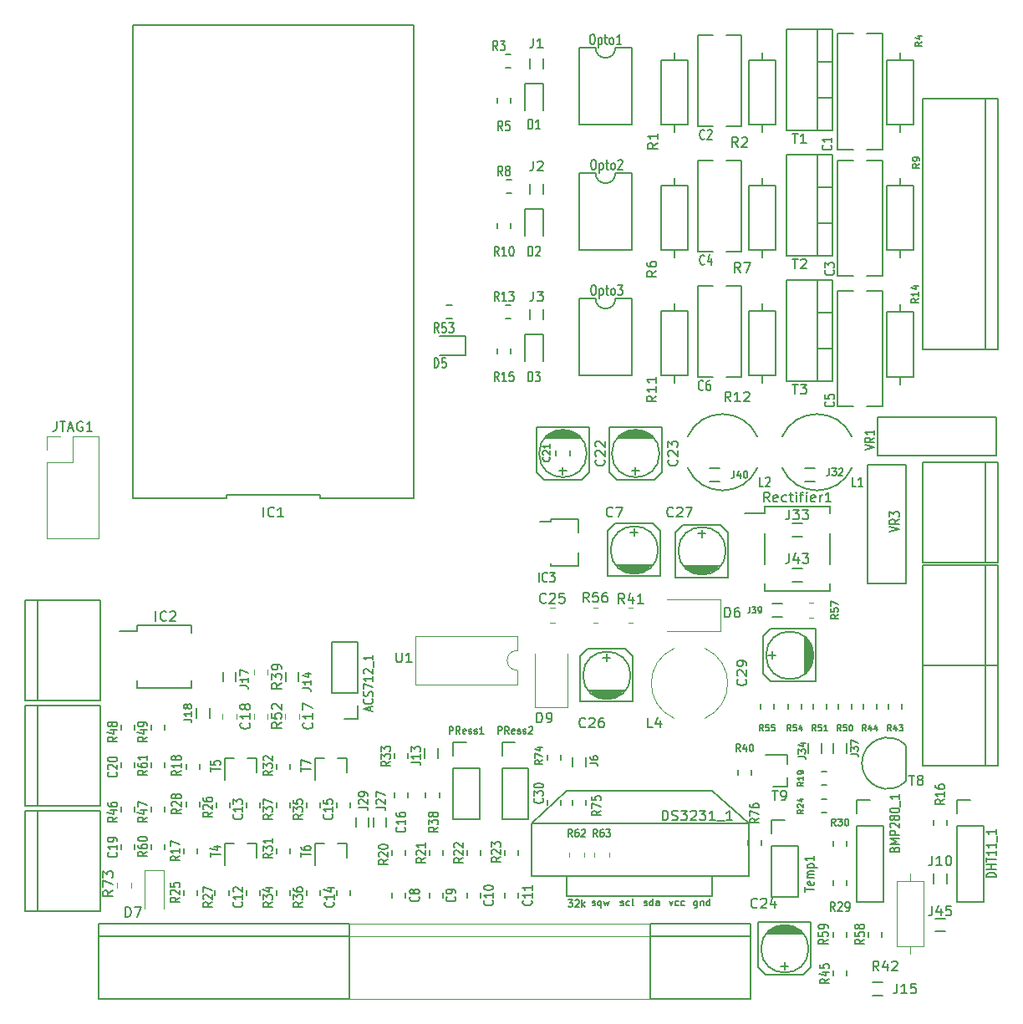
<source format=gbr>
G04 #@! TF.GenerationSoftware,KiCad,Pcbnew,5.1.9-73d0e3b20d~88~ubuntu20.04.1*
G04 #@! TF.CreationDate,2021-03-09T21:18:06-03:00*
G04 #@! TF.ProjectId,std_board,7374645f-626f-4617-9264-2e6b69636164,rev?*
G04 #@! TF.SameCoordinates,Original*
G04 #@! TF.FileFunction,Legend,Top*
G04 #@! TF.FilePolarity,Positive*
%FSLAX46Y46*%
G04 Gerber Fmt 4.6, Leading zero omitted, Abs format (unit mm)*
G04 Created by KiCad (PCBNEW 5.1.9-73d0e3b20d~88~ubuntu20.04.1) date 2021-03-09 21:18:06*
%MOMM*%
%LPD*%
G01*
G04 APERTURE LIST*
%ADD10C,0.140000*%
%ADD11C,0.120000*%
%ADD12C,0.150000*%
%ADD13C,0.152400*%
G04 APERTURE END LIST*
D10*
X30134333Y-46817000D02*
X39600999Y-46817000D01*
X30134333Y-46457000D02*
X30134333Y-46817000D01*
X20667667Y-46457000D02*
X30134333Y-46457000D01*
X20667667Y-46817000D02*
X20667667Y-46457000D01*
X11201000Y-46817000D02*
X20667667Y-46817000D01*
X39599999Y-46820000D02*
X39600000Y1100000D01*
X39599000Y1100000D02*
X11199001Y1100000D01*
X11200001Y1100000D02*
X11200000Y-46820000D01*
D11*
X91286000Y-85630000D02*
X88546000Y-85630000D01*
X88546000Y-85630000D02*
X88546000Y-92170000D01*
X88546000Y-92170000D02*
X91286000Y-92170000D01*
X91286000Y-92170000D02*
X91286000Y-85630000D01*
X89916000Y-84860000D02*
X89916000Y-85630000D01*
X89916000Y-92940000D02*
X89916000Y-92170000D01*
D10*
X92254000Y-79418922D02*
X92254000Y-79936078D01*
X93674000Y-79418922D02*
X93674000Y-79936078D01*
X76936348Y-40604000D02*
G75*
G02*
X84019652Y-40604000I3541652J-1560000D01*
G01*
X76936348Y-43724000D02*
G75*
G03*
X84019652Y-43724000I3541652J1560000D01*
G01*
X64389000Y-52070000D02*
G75*
G03*
X64389000Y-52070000I-2413000J0D01*
G01*
X61595000Y-50292000D02*
X62357000Y-50292000D01*
X61976000Y-49911000D02*
X61976000Y-50673000D01*
X64643000Y-54737000D02*
X59309000Y-54737000D01*
X64643000Y-50165000D02*
X64643000Y-54737000D01*
X63881000Y-49403000D02*
X64643000Y-50165000D01*
X60071000Y-49403000D02*
X63881000Y-49403000D01*
X59309000Y-50165000D02*
X60071000Y-49403000D01*
X59309000Y-54737000D02*
X59309000Y-50165000D01*
X60198000Y-53594000D02*
X63754000Y-53594000D01*
X63627000Y-53721000D02*
X60325000Y-53721000D01*
X60452000Y-53848000D02*
X63500000Y-53848000D01*
X63373000Y-53975000D02*
X60579000Y-53975000D01*
X60706000Y-54102000D02*
X63246000Y-54102000D01*
X61087000Y-54229000D02*
X62865000Y-54229000D01*
X61341000Y-54356000D02*
X62738000Y-54356000D01*
X66040000Y-9755000D02*
X66040000Y-8985000D01*
X66040000Y-1675000D02*
X66040000Y-2445000D01*
X67410000Y-8985000D02*
X67410000Y-2445000D01*
X64670000Y-8985000D02*
X67410000Y-8985000D01*
X64670000Y-2445000D02*
X64670000Y-8985000D01*
X67410000Y-2445000D02*
X64670000Y-2445000D01*
X61705000Y-1210000D02*
X60055000Y-1210000D01*
X61705000Y-8950000D02*
X61705000Y-1210000D01*
X56405000Y-8950000D02*
X61705000Y-8950000D01*
X56405000Y-1210000D02*
X56405000Y-8950000D01*
X58055000Y-1210000D02*
X56405000Y-1210000D01*
X60055000Y-1210000D02*
G75*
G02*
X58055000Y-1210000I-1000000J0D01*
G01*
D12*
X11601000Y-60315000D02*
X9851000Y-60315000D01*
X11601000Y-66070000D02*
X17101000Y-66070000D01*
X11601000Y-59660000D02*
X17101000Y-59660000D01*
X11601000Y-66070000D02*
X11601000Y-65320000D01*
X17101000Y-66070000D02*
X17101000Y-65320000D01*
X17101000Y-59660000D02*
X17101000Y-60410000D01*
X11601000Y-59660000D02*
X11601000Y-60315000D01*
D10*
X48820000Y-86784922D02*
X48820000Y-87302078D01*
X50240000Y-86784922D02*
X50240000Y-87302078D01*
X88900000Y-22455000D02*
X88900000Y-21685000D01*
X88900000Y-14375000D02*
X88900000Y-15145000D01*
X90270000Y-21685000D02*
X90270000Y-15145000D01*
X87530000Y-21685000D02*
X90270000Y-21685000D01*
X87530000Y-15145000D02*
X87530000Y-21685000D01*
X90270000Y-15145000D02*
X87530000Y-15145000D01*
X90270000Y-27972000D02*
X87530000Y-27972000D01*
X87530000Y-27972000D02*
X87530000Y-34512000D01*
X87530000Y-34512000D02*
X90270000Y-34512000D01*
X90270000Y-34512000D02*
X90270000Y-27972000D01*
X88900000Y-27202000D02*
X88900000Y-27972000D01*
X88900000Y-35282000D02*
X88900000Y-34512000D01*
X52776000Y-7525500D02*
X52776000Y-4840500D01*
X52776000Y-4840500D02*
X50856000Y-4840500D01*
X50856000Y-4840500D02*
X50856000Y-7525500D01*
X85650000Y-91239078D02*
X85650000Y-90721922D01*
X87070000Y-91239078D02*
X87070000Y-90721922D01*
X41200000Y-86784922D02*
X41200000Y-87302078D01*
X42620000Y-86784922D02*
X42620000Y-87302078D01*
X45010000Y-86784922D02*
X45010000Y-87302078D01*
X46430000Y-86784922D02*
X46430000Y-87302078D01*
X33222000Y-87048078D02*
X33222000Y-86530922D01*
X31802000Y-87048078D02*
X31802000Y-86530922D01*
D11*
X26595000Y-68653922D02*
X26595000Y-69171078D01*
X28015000Y-68653922D02*
X28015000Y-69171078D01*
D12*
X52745000Y-2294000D02*
X52745000Y-3294000D01*
X51395000Y-3294000D02*
X51395000Y-2294000D01*
X51395000Y-28694000D02*
X51395000Y-27694000D01*
X52745000Y-27694000D02*
X52745000Y-28694000D01*
X51395000Y-15994000D02*
X51395000Y-14994000D01*
X52745000Y-14994000D02*
X52745000Y-15994000D01*
D10*
X40727000Y-73144000D02*
X40727000Y-72144000D01*
X42077000Y-72144000D02*
X42077000Y-73144000D01*
X49017422Y-15950000D02*
X49534578Y-15950000D01*
X49017422Y-14530000D02*
X49534578Y-14530000D01*
X17728000Y-82291422D02*
X17728000Y-82808578D01*
X16308000Y-82291422D02*
X16308000Y-82808578D01*
X16562000Y-73733922D02*
X16562000Y-74251078D01*
X17982000Y-73733922D02*
X17982000Y-74251078D01*
X21030000Y-78158078D02*
X21030000Y-77640922D01*
X19610000Y-78158078D02*
X19610000Y-77640922D01*
X20903000Y-87048078D02*
X20903000Y-86530922D01*
X19483000Y-87048078D02*
X19483000Y-86530922D01*
X17982000Y-78061078D02*
X17982000Y-77543922D01*
X16562000Y-78061078D02*
X16562000Y-77543922D01*
X27126000Y-82808578D02*
X27126000Y-82291422D01*
X25706000Y-82808578D02*
X25706000Y-82291422D01*
X27126000Y-74251078D02*
X27126000Y-73733922D01*
X25706000Y-74251078D02*
X25706000Y-73733922D01*
X37644000Y-72639422D02*
X37644000Y-73156578D01*
X39064000Y-72639422D02*
X39064000Y-73156578D01*
X27126000Y-87048078D02*
X27126000Y-86530922D01*
X25706000Y-87048078D02*
X25706000Y-86530922D01*
X30174000Y-78158078D02*
X30174000Y-77640922D01*
X28754000Y-78158078D02*
X28754000Y-77640922D01*
X30174000Y-87048078D02*
X30174000Y-86530922D01*
X28754000Y-87048078D02*
X28754000Y-86530922D01*
X27126000Y-78158078D02*
X27126000Y-77640922D01*
X25706000Y-78158078D02*
X25706000Y-77640922D01*
X40819000Y-76624922D02*
X40819000Y-77142078D01*
X42239000Y-76624922D02*
X42239000Y-77142078D01*
X9958000Y-78021922D02*
X9958000Y-78539078D01*
X11378000Y-78021922D02*
X11378000Y-78539078D01*
X86650000Y-38628000D02*
X86650000Y-42528000D01*
X98650000Y-38628000D02*
X98650000Y-42528000D01*
X86650000Y-38628000D02*
X98650000Y-38628000D01*
X86650000Y-42528000D02*
X98650000Y-42528000D01*
X85615000Y-55470000D02*
X89515000Y-55470000D01*
X85615000Y-43470000D02*
X89515000Y-43470000D01*
X85615000Y-55470000D02*
X85615000Y-43470000D01*
X89515000Y-55470000D02*
X89515000Y-43470000D01*
X61705000Y-26610000D02*
X60055000Y-26610000D01*
X61705000Y-34350000D02*
X61705000Y-26610000D01*
X56405000Y-34350000D02*
X61705000Y-34350000D01*
X56405000Y-26610000D02*
X56405000Y-34350000D01*
X58055000Y-26610000D02*
X56405000Y-26610000D01*
X60055000Y-26610000D02*
G75*
G02*
X58055000Y-26610000I-1000000J0D01*
G01*
X61705000Y-13910000D02*
X60055000Y-13910000D01*
X61705000Y-21650000D02*
X61705000Y-13910000D01*
X56405000Y-21650000D02*
X61705000Y-21650000D01*
X56405000Y-13910000D02*
X56405000Y-21650000D01*
X58055000Y-13910000D02*
X56405000Y-13910000D01*
X60055000Y-13910000D02*
G75*
G02*
X58055000Y-13910000I-1000000J0D01*
G01*
X45010000Y-82466922D02*
X45010000Y-82984078D01*
X46430000Y-82466922D02*
X46430000Y-82984078D01*
X50856000Y-17540500D02*
X50856000Y-20225500D01*
X52776000Y-17540500D02*
X50856000Y-17540500D01*
X52776000Y-20225500D02*
X52776000Y-17540500D01*
X44913500Y-30409000D02*
X42228500Y-30409000D01*
X44913500Y-32329000D02*
X44913500Y-30409000D01*
X42228500Y-32329000D02*
X44913500Y-32329000D01*
X13006000Y-81831922D02*
X13006000Y-82349078D01*
X14426000Y-81831922D02*
X14426000Y-82349078D01*
X24078000Y-87048078D02*
X24078000Y-86530922D01*
X22658000Y-87048078D02*
X22658000Y-86530922D01*
D11*
X20245000Y-68653922D02*
X20245000Y-69171078D01*
X21665000Y-68653922D02*
X21665000Y-69171078D01*
D10*
X48938922Y-27230000D02*
X49456078Y-27230000D01*
X48938922Y-28650000D02*
X49456078Y-28650000D01*
X41200000Y-82466922D02*
X41200000Y-82984078D01*
X42620000Y-82466922D02*
X42620000Y-82984078D01*
X9958000Y-69766922D02*
X9958000Y-70284078D01*
X11378000Y-69766922D02*
X11378000Y-70284078D01*
X13006000Y-69766922D02*
X13006000Y-70284078D01*
X14426000Y-69766922D02*
X14426000Y-70284078D01*
D11*
X23420000Y-68623922D02*
X23420000Y-69141078D01*
X24840000Y-68623922D02*
X24840000Y-69141078D01*
D10*
X37390000Y-86784922D02*
X37390000Y-87302078D01*
X38810000Y-86784922D02*
X38810000Y-87302078D01*
X24078000Y-78158078D02*
X24078000Y-77640922D01*
X22658000Y-78158078D02*
X22658000Y-77640922D01*
X33222000Y-78158078D02*
X33222000Y-77640922D01*
X31802000Y-78158078D02*
X31802000Y-77640922D01*
X37644000Y-76624922D02*
X37644000Y-77142078D01*
X39064000Y-76624922D02*
X39064000Y-77142078D01*
X50856000Y-30240500D02*
X50856000Y-32925500D01*
X52776000Y-30240500D02*
X50856000Y-30240500D01*
X52776000Y-32925500D02*
X52776000Y-30240500D01*
X48938922Y-3250000D02*
X49456078Y-3250000D01*
X48938922Y-1830000D02*
X49456078Y-1830000D01*
X48058000Y-31666922D02*
X48058000Y-32184078D01*
X49478000Y-31666922D02*
X49478000Y-32184078D01*
X48058000Y-18966922D02*
X48058000Y-19484078D01*
X49478000Y-18966922D02*
X49478000Y-19484078D01*
X37390000Y-82466922D02*
X37390000Y-82984078D01*
X38810000Y-82466922D02*
X38810000Y-82984078D01*
X48820000Y-82466922D02*
X48820000Y-82984078D01*
X50240000Y-82466922D02*
X50240000Y-82984078D01*
X17728000Y-87048078D02*
X17728000Y-86530922D01*
X16308000Y-87048078D02*
X16308000Y-86530922D01*
X13006000Y-78021922D02*
X13006000Y-78539078D01*
X14426000Y-78021922D02*
X14426000Y-78539078D01*
X42969922Y-28650000D02*
X43487078Y-28650000D01*
X42969922Y-27230000D02*
X43487078Y-27230000D01*
X13006000Y-73606922D02*
X13006000Y-74124078D01*
X14426000Y-73606922D02*
X14426000Y-74124078D01*
X9958000Y-81831922D02*
X9958000Y-82349078D01*
X11378000Y-81831922D02*
X11378000Y-82349078D01*
D12*
X92289000Y-85844000D02*
X92289000Y-84844000D01*
X93639000Y-84844000D02*
X93639000Y-85844000D01*
D10*
X82094000Y-85514922D02*
X82094000Y-86032078D01*
X83514000Y-85514922D02*
X83514000Y-86032078D01*
X82094000Y-81529422D02*
X82094000Y-82046578D01*
X83514000Y-81529422D02*
X83514000Y-82046578D01*
X48058000Y-6266922D02*
X48058000Y-6784078D01*
X49478000Y-6266922D02*
X49478000Y-6784078D01*
X82566000Y-11505000D02*
X82566000Y235000D01*
X87106000Y-11505000D02*
X87106000Y235000D01*
X82566000Y-11505000D02*
X84171000Y-11505000D01*
X85501000Y-11505000D02*
X87106000Y-11505000D01*
X82566000Y235000D02*
X84171000Y235000D01*
X85501000Y235000D02*
X87106000Y235000D01*
X68392000Y-9125000D02*
X68392000Y115000D01*
X72832000Y-9125000D02*
X72832000Y115000D01*
X68392000Y-9125000D02*
X69947000Y-9125000D01*
X71277000Y-9125000D02*
X72832000Y-9125000D01*
X68392000Y115000D02*
X69947000Y115000D01*
X71277000Y115000D02*
X72832000Y115000D01*
X82566000Y-24332000D02*
X82566000Y-12592000D01*
X87106000Y-24332000D02*
X87106000Y-12592000D01*
X82566000Y-24332000D02*
X84171000Y-24332000D01*
X85501000Y-24332000D02*
X87106000Y-24332000D01*
X82566000Y-12592000D02*
X84171000Y-12592000D01*
X85501000Y-12592000D02*
X87106000Y-12592000D01*
X71277000Y-12585000D02*
X72832000Y-12585000D01*
X68392000Y-12585000D02*
X69947000Y-12585000D01*
X71277000Y-21825000D02*
X72832000Y-21825000D01*
X68392000Y-21825000D02*
X69947000Y-21825000D01*
X72832000Y-21825000D02*
X72832000Y-12585000D01*
X68392000Y-21825000D02*
X68392000Y-12585000D01*
X85501000Y-25800000D02*
X87106000Y-25800000D01*
X82566000Y-25800000D02*
X84171000Y-25800000D01*
X85501000Y-37540000D02*
X87106000Y-37540000D01*
X82566000Y-37540000D02*
X84171000Y-37540000D01*
X87106000Y-37540000D02*
X87106000Y-25800000D01*
X82566000Y-37540000D02*
X82566000Y-25800000D01*
X68392000Y-34525000D02*
X68392000Y-25285000D01*
X72832000Y-34525000D02*
X72832000Y-25285000D01*
X68392000Y-34525000D02*
X69947000Y-34525000D01*
X71277000Y-34525000D02*
X72832000Y-34525000D01*
X68392000Y-25285000D02*
X69947000Y-25285000D01*
X71277000Y-25285000D02*
X72832000Y-25285000D01*
D11*
X9577000Y-86286078D02*
X9577000Y-85768922D01*
X10997000Y-86286078D02*
X10997000Y-85768922D01*
D10*
X83514000Y-95176078D02*
X83514000Y-94658922D01*
X82094000Y-95176078D02*
X82094000Y-94658922D01*
X83514000Y-91239078D02*
X83514000Y-90721922D01*
X82094000Y-91239078D02*
X82094000Y-90721922D01*
X43628000Y-79308000D02*
X46288000Y-79308000D01*
X43628000Y-74168000D02*
X43628000Y-79308000D01*
X46288000Y-74168000D02*
X46288000Y-79308000D01*
X43628000Y-74168000D02*
X46288000Y-74168000D01*
X43628000Y-72898000D02*
X43628000Y-71568000D01*
X43628000Y-71568000D02*
X44958000Y-71568000D01*
X54558000Y-77386922D02*
X54558000Y-77904078D01*
X53138000Y-77386922D02*
X53138000Y-77904078D01*
X57063000Y-73033000D02*
X57063000Y-74033000D01*
X55713000Y-74033000D02*
X55713000Y-73033000D01*
X54558000Y-72814922D02*
X54558000Y-73332078D01*
X53138000Y-72814922D02*
X53138000Y-73332078D01*
X55678000Y-77386922D02*
X55678000Y-77904078D01*
X57098000Y-77386922D02*
X57098000Y-77904078D01*
X48581000Y-79308000D02*
X51241000Y-79308000D01*
X48581000Y-74168000D02*
X48581000Y-79308000D01*
X51241000Y-74168000D02*
X51241000Y-79308000D01*
X48581000Y-74168000D02*
X51241000Y-74168000D01*
X48581000Y-72898000D02*
X48581000Y-71568000D01*
X48581000Y-71568000D02*
X49911000Y-71568000D01*
X75886000Y-79442000D02*
X77216000Y-79442000D01*
X75886000Y-80772000D02*
X75886000Y-79442000D01*
X75886000Y-82042000D02*
X78546000Y-82042000D01*
X78546000Y-82042000D02*
X78546000Y-87182000D01*
X75886000Y-82042000D02*
X75886000Y-87182000D01*
X75886000Y-87182000D02*
X78546000Y-87182000D01*
X94682000Y-87690000D02*
X97342000Y-87690000D01*
X94682000Y-80010000D02*
X94682000Y-87690000D01*
X97342000Y-80010000D02*
X97342000Y-87690000D01*
X94682000Y-80010000D02*
X97342000Y-80010000D01*
X94682000Y-78740000D02*
X94682000Y-77410000D01*
X94682000Y-77410000D02*
X96012000Y-77410000D01*
X84522000Y-77410000D02*
X85852000Y-77410000D01*
X84522000Y-78740000D02*
X84522000Y-77410000D01*
X84522000Y-80010000D02*
X87182000Y-80010000D01*
X87182000Y-80010000D02*
X87182000Y-87690000D01*
X84522000Y-80010000D02*
X84522000Y-87690000D01*
X84522000Y-87690000D02*
X87182000Y-87690000D01*
X11378000Y-73606922D02*
X11378000Y-74124078D01*
X9958000Y-73606922D02*
X9958000Y-74124078D01*
X53550000Y-53668000D02*
X53550000Y-53438000D01*
X53550000Y-48948000D02*
X53550000Y-49178000D01*
X53550000Y-48948000D02*
X56270000Y-48948000D01*
X56270000Y-48948000D02*
X56270000Y-50258000D01*
X52410000Y-49178000D02*
X53550000Y-49178000D01*
X56270000Y-53668000D02*
X53550000Y-53668000D01*
X56270000Y-52358000D02*
X56270000Y-53668000D01*
D12*
X79256000Y-43775000D02*
X80256000Y-43775000D01*
X80256000Y-45125000D02*
X79256000Y-45125000D01*
D10*
X74447652Y-40604000D02*
G75*
G03*
X67364348Y-40604000I-3541652J-1560000D01*
G01*
X74447652Y-43724000D02*
G75*
G02*
X67364348Y-43724000I-3541652J1560000D01*
G01*
X74878000Y-81968078D02*
X74878000Y-81450922D01*
X73458000Y-81968078D02*
X73458000Y-81450922D01*
X33969000Y-69148000D02*
X32639000Y-69148000D01*
X33969000Y-67818000D02*
X33969000Y-69148000D01*
X33969000Y-66548000D02*
X31309000Y-66548000D01*
X31309000Y-66548000D02*
X31309000Y-61408000D01*
X33969000Y-66548000D02*
X33969000Y-61408000D01*
X33969000Y-61408000D02*
X31309000Y-61408000D01*
D12*
X26630000Y-65397000D02*
X26630000Y-64397000D01*
X27980000Y-64397000D02*
X27980000Y-65397000D01*
X21630000Y-64397000D02*
X21630000Y-65397000D01*
X20280000Y-65397000D02*
X20280000Y-64397000D01*
X18963000Y-68080000D02*
X18963000Y-69080000D01*
X17613000Y-69080000D02*
X17613000Y-68080000D01*
D11*
X23420000Y-64208922D02*
X23420000Y-64726078D01*
X24840000Y-64208922D02*
X24840000Y-64726078D01*
X14335000Y-84491000D02*
X12335000Y-84491000D01*
X12335000Y-84491000D02*
X12335000Y-88391000D01*
X14335000Y-84491000D02*
X14335000Y-88391000D01*
D10*
X35520000Y-80129000D02*
X35520000Y-79129000D01*
X36870000Y-79129000D02*
X36870000Y-80129000D01*
X33742000Y-80129000D02*
X33742000Y-79129000D01*
X35092000Y-79129000D02*
X35092000Y-80129000D01*
X23678000Y-81790000D02*
X23678000Y-83250000D01*
X20518000Y-81790000D02*
X20518000Y-83950000D01*
X20518000Y-81790000D02*
X21448000Y-81790000D01*
X23678000Y-81790000D02*
X22748000Y-81790000D01*
X23678000Y-73154000D02*
X23678000Y-74614000D01*
X20518000Y-73154000D02*
X20518000Y-75314000D01*
X20518000Y-73154000D02*
X21448000Y-73154000D01*
X23678000Y-73154000D02*
X22748000Y-73154000D01*
X32822000Y-81790000D02*
X31892000Y-81790000D01*
X29662000Y-81790000D02*
X30592000Y-81790000D01*
X29662000Y-81790000D02*
X29662000Y-83950000D01*
X32822000Y-81790000D02*
X32822000Y-83250000D01*
X32822000Y-73154000D02*
X31892000Y-73154000D01*
X29662000Y-73154000D02*
X30592000Y-73154000D01*
X29662000Y-73154000D02*
X29662000Y-75314000D01*
X32822000Y-73154000D02*
X32822000Y-74614000D01*
X82010000Y675000D02*
X82010000Y-9565000D01*
X77369000Y675000D02*
X77369000Y-9565000D01*
X82010000Y675000D02*
X77369000Y675000D01*
X82010000Y-9565000D02*
X77369000Y-9565000D01*
X80500000Y675000D02*
X80500000Y-9565000D01*
X82010000Y-2595000D02*
X80500000Y-2595000D01*
X82010000Y-6296000D02*
X80500000Y-6296000D01*
X82010000Y-18996000D02*
X80500000Y-18996000D01*
X82010000Y-15295000D02*
X80500000Y-15295000D01*
X80500000Y-12025000D02*
X80500000Y-22265000D01*
X82010000Y-22265000D02*
X77369000Y-22265000D01*
X82010000Y-12025000D02*
X77369000Y-12025000D01*
X77369000Y-12025000D02*
X77369000Y-22265000D01*
X82010000Y-12025000D02*
X82010000Y-22265000D01*
X82010000Y-31696000D02*
X80500000Y-31696000D01*
X82010000Y-27995000D02*
X80500000Y-27995000D01*
X80500000Y-24725000D02*
X80500000Y-34965000D01*
X82010000Y-34965000D02*
X77369000Y-34965000D01*
X82010000Y-24725000D02*
X77369000Y-24725000D01*
X77369000Y-24725000D02*
X77369000Y-34965000D01*
X82010000Y-24725000D02*
X82010000Y-34965000D01*
X76300000Y-2445000D02*
X73560000Y-2445000D01*
X73560000Y-2445000D02*
X73560000Y-8985000D01*
X73560000Y-8985000D02*
X76300000Y-8985000D01*
X76300000Y-8985000D02*
X76300000Y-2445000D01*
X74930000Y-1675000D02*
X74930000Y-2445000D01*
X74930000Y-9755000D02*
X74930000Y-8985000D01*
X90270000Y-2445000D02*
X87530000Y-2445000D01*
X87530000Y-2445000D02*
X87530000Y-8985000D01*
X87530000Y-8985000D02*
X90270000Y-8985000D01*
X90270000Y-8985000D02*
X90270000Y-2445000D01*
X88900000Y-1675000D02*
X88900000Y-2445000D01*
X88900000Y-9755000D02*
X88900000Y-8985000D01*
X66040000Y-22455000D02*
X66040000Y-21685000D01*
X66040000Y-14375000D02*
X66040000Y-15145000D01*
X67410000Y-21685000D02*
X67410000Y-15145000D01*
X64670000Y-21685000D02*
X67410000Y-21685000D01*
X64670000Y-15145000D02*
X64670000Y-21685000D01*
X67410000Y-15145000D02*
X64670000Y-15145000D01*
X74930000Y-22455000D02*
X74930000Y-21685000D01*
X74930000Y-14375000D02*
X74930000Y-15145000D01*
X76300000Y-21685000D02*
X76300000Y-15145000D01*
X73560000Y-21685000D02*
X76300000Y-21685000D01*
X73560000Y-15145000D02*
X73560000Y-21685000D01*
X76300000Y-15145000D02*
X73560000Y-15145000D01*
X66040000Y-35155000D02*
X66040000Y-34385000D01*
X66040000Y-27075000D02*
X66040000Y-27845000D01*
X67410000Y-34385000D02*
X67410000Y-27845000D01*
X64670000Y-34385000D02*
X67410000Y-34385000D01*
X64670000Y-27845000D02*
X64670000Y-34385000D01*
X67410000Y-27845000D02*
X64670000Y-27845000D01*
X76300000Y-27845000D02*
X73560000Y-27845000D01*
X73560000Y-27845000D02*
X73560000Y-34385000D01*
X73560000Y-34385000D02*
X76300000Y-34385000D01*
X76300000Y-34385000D02*
X76300000Y-27845000D01*
X74930000Y-27075000D02*
X74930000Y-27845000D01*
X74930000Y-35155000D02*
X74930000Y-34385000D01*
D12*
X77986000Y-49363000D02*
X78986000Y-49363000D01*
X78986000Y-50713000D02*
X77986000Y-50713000D01*
D10*
X80942922Y-74474000D02*
X81460078Y-74474000D01*
X80942922Y-75894000D02*
X81460078Y-75894000D01*
X81460078Y-77268000D02*
X80942922Y-77268000D01*
X81460078Y-78688000D02*
X80942922Y-78688000D01*
X73862000Y-74856078D02*
X73862000Y-74338922D01*
X72442000Y-74856078D02*
X72442000Y-74338922D01*
X89102000Y-67637922D02*
X89102000Y-68155078D01*
X87682000Y-67637922D02*
X87682000Y-68155078D01*
X85142000Y-67637922D02*
X85142000Y-68155078D01*
X86562000Y-67637922D02*
X86562000Y-68155078D01*
X84022000Y-67637922D02*
X84022000Y-68155078D01*
X82602000Y-67637922D02*
X82602000Y-68155078D01*
X80062000Y-67637922D02*
X80062000Y-68155078D01*
X81482000Y-67637922D02*
X81482000Y-68155078D01*
X78942000Y-67637922D02*
X78942000Y-68155078D01*
X77522000Y-67637922D02*
X77522000Y-68155078D01*
X74728000Y-67637922D02*
X74728000Y-68155078D01*
X76148000Y-67637922D02*
X76148000Y-68155078D01*
X89480000Y-75460000D02*
X89480000Y-71860000D01*
X89468478Y-75498478D02*
G75*
G02*
X85030000Y-73660000I-1838478J1838478D01*
G01*
X89468478Y-71821522D02*
G75*
G03*
X85030000Y-73660000I-1838478J-1838478D01*
G01*
X77452000Y-76002000D02*
X75992000Y-76002000D01*
X77452000Y-72842000D02*
X75292000Y-72842000D01*
X77452000Y-72842000D02*
X77452000Y-73772000D01*
X77452000Y-76002000D02*
X77452000Y-75072000D01*
X77851000Y-90170000D02*
X76454000Y-90170000D01*
X78105000Y-90297000D02*
X76327000Y-90297000D01*
X78486000Y-90424000D02*
X75946000Y-90424000D01*
X75819000Y-90551000D02*
X78613000Y-90551000D01*
X78740000Y-90678000D02*
X75692000Y-90678000D01*
X75565000Y-90805000D02*
X78867000Y-90805000D01*
X78994000Y-90932000D02*
X75438000Y-90932000D01*
X79883000Y-89789000D02*
X79883000Y-94361000D01*
X79883000Y-94361000D02*
X79121000Y-95123000D01*
X79121000Y-95123000D02*
X75311000Y-95123000D01*
X75311000Y-95123000D02*
X74549000Y-94361000D01*
X74549000Y-94361000D02*
X74549000Y-89789000D01*
X74549000Y-89789000D02*
X79883000Y-89789000D01*
X77216000Y-94615000D02*
X77216000Y-93853000D01*
X77597000Y-94234000D02*
X76835000Y-94234000D01*
X79629000Y-92456000D02*
G75*
G03*
X79629000Y-92456000I-2413000J0D01*
G01*
X54027000Y-42471078D02*
X54027000Y-41953922D01*
X55447000Y-42471078D02*
X55447000Y-41953922D01*
X75186000Y-47643000D02*
X81786000Y-47643000D01*
X81786000Y-50343000D02*
X81786000Y-53543000D01*
X75186000Y-50343000D02*
X75186000Y-53543000D01*
X81786000Y-56243000D02*
X81786000Y-55443000D01*
X75186000Y-56243000D02*
X81786000Y-56243000D01*
X75186000Y-55443000D02*
X75186000Y-56243000D01*
X75184000Y-47625000D02*
X75184000Y-48387000D01*
X75184000Y-48387000D02*
X73152000Y-48387000D01*
X73152000Y-48387000D02*
X73152000Y-48387000D01*
X81788000Y-48387000D02*
X81788000Y-47625000D01*
X81788000Y-47625000D02*
X81788000Y-47625000D01*
X55118000Y-85090000D02*
X69850000Y-85090000D01*
X69850000Y-85090000D02*
X69850000Y-87122000D01*
X69850000Y-87122000D02*
X55118000Y-87122000D01*
X51562000Y-85090000D02*
X51562000Y-79756000D01*
X51562000Y-79756000D02*
X73562000Y-79756000D01*
X73562000Y-85090000D02*
X73562000Y-79756000D01*
X51562000Y-85090000D02*
X73562000Y-85090000D01*
X55118000Y-85090000D02*
X55118000Y-87122000D01*
X55118000Y-76454000D02*
X51562000Y-79756000D01*
X73562000Y-79756000D02*
X69850000Y-76454000D01*
X55118000Y-76454000D02*
X69850000Y-76454000D01*
X98806000Y-63754000D02*
X98806000Y-53594000D01*
X91186000Y-63754000D02*
X98806000Y-63754000D01*
X91186000Y-53594000D02*
X91186000Y-63754000D01*
X98806000Y-53594000D02*
X91186000Y-53594000D01*
X97536000Y-53594000D02*
X97536000Y-63754000D01*
X98806000Y-53340000D02*
X98806000Y-43180000D01*
X91186000Y-53340000D02*
X98806000Y-53340000D01*
X91186000Y-43180000D02*
X91186000Y-53340000D01*
X98806000Y-43180000D02*
X91186000Y-43180000D01*
X97536000Y-43180000D02*
X97536000Y-53340000D01*
X91186000Y-31750000D02*
X98806000Y-31750000D01*
X91186000Y-6350000D02*
X98806000Y-6350000D01*
X91186000Y-31750000D02*
X91186000Y-6350000D01*
X97536000Y-31750000D02*
X97536000Y-6350000D01*
X98806000Y-31750000D02*
X98806000Y-6350000D01*
X97536000Y-63754000D02*
X97536000Y-73914000D01*
X98806000Y-63754000D02*
X91186000Y-63754000D01*
X91186000Y-63754000D02*
X91186000Y-73914000D01*
X91186000Y-73914000D02*
X98806000Y-73914000D01*
X98806000Y-73914000D02*
X98806000Y-63754000D01*
X33147000Y-89916000D02*
X7747000Y-89916000D01*
X33147000Y-91186000D02*
X7747000Y-91186000D01*
X33147000Y-97536000D02*
X7747000Y-97536000D01*
X7747000Y-97536000D02*
X7747000Y-89916000D01*
X33147000Y-97536000D02*
X33147000Y-89916000D01*
X63627000Y-91186000D02*
X73787000Y-91186000D01*
X63627000Y-89916000D02*
X63627000Y-97536000D01*
X63627000Y-97536000D02*
X73787000Y-97536000D01*
X73787000Y-97536000D02*
X73787000Y-89916000D01*
X73787000Y-89916000D02*
X63627000Y-89916000D01*
X1524000Y-67310000D02*
X1524000Y-57150000D01*
X254000Y-67310000D02*
X7874000Y-67310000D01*
X7874000Y-67310000D02*
X7874000Y-57150000D01*
X7874000Y-57150000D02*
X254000Y-57150000D01*
X254000Y-57150000D02*
X254000Y-67310000D01*
X1524000Y-88646000D02*
X1524000Y-78486000D01*
X254000Y-88646000D02*
X7874000Y-88646000D01*
X7874000Y-88646000D02*
X7874000Y-78486000D01*
X7874000Y-78486000D02*
X254000Y-78486000D01*
X254000Y-78486000D02*
X254000Y-88646000D01*
X254000Y-67818000D02*
X254000Y-77978000D01*
X7874000Y-67818000D02*
X254000Y-67818000D01*
X7874000Y-77978000D02*
X7874000Y-67818000D01*
X254000Y-77978000D02*
X7874000Y-77978000D01*
X1524000Y-77978000D02*
X1524000Y-67818000D01*
D12*
X55372000Y-40005000D02*
X53975000Y-40005000D01*
X55626000Y-40132000D02*
X53848000Y-40132000D01*
X56007000Y-40259000D02*
X53467000Y-40259000D01*
X53340000Y-40386000D02*
X56134000Y-40386000D01*
X56261000Y-40513000D02*
X53213000Y-40513000D01*
X53086000Y-40640000D02*
X56388000Y-40640000D01*
X56515000Y-40767000D02*
X52959000Y-40767000D01*
X57404000Y-39624000D02*
X57404000Y-44196000D01*
X57404000Y-44196000D02*
X56642000Y-44958000D01*
X56642000Y-44958000D02*
X52832000Y-44958000D01*
X52832000Y-44958000D02*
X52070000Y-44196000D01*
X52070000Y-44196000D02*
X52070000Y-39624000D01*
X52070000Y-39624000D02*
X57404000Y-39624000D01*
X54737000Y-44450000D02*
X54737000Y-43688000D01*
X55118000Y-44069000D02*
X54356000Y-44069000D01*
X57150000Y-42291000D02*
G75*
G03*
X57150000Y-42291000I-2413000J0D01*
G01*
X64516000Y-42291000D02*
G75*
G03*
X64516000Y-42291000I-2413000J0D01*
G01*
X62484000Y-44069000D02*
X61722000Y-44069000D01*
X62103000Y-44450000D02*
X62103000Y-43688000D01*
X59436000Y-39624000D02*
X64770000Y-39624000D01*
X59436000Y-44196000D02*
X59436000Y-39624000D01*
X60198000Y-44958000D02*
X59436000Y-44196000D01*
X64008000Y-44958000D02*
X60198000Y-44958000D01*
X64770000Y-44196000D02*
X64008000Y-44958000D01*
X64770000Y-39624000D02*
X64770000Y-44196000D01*
X63881000Y-40767000D02*
X60325000Y-40767000D01*
X60452000Y-40640000D02*
X63754000Y-40640000D01*
X63627000Y-40513000D02*
X60579000Y-40513000D01*
X60706000Y-40386000D02*
X63500000Y-40386000D01*
X63373000Y-40259000D02*
X60833000Y-40259000D01*
X62992000Y-40132000D02*
X61214000Y-40132000D01*
X62738000Y-40005000D02*
X61341000Y-40005000D01*
D11*
X53398748Y-57939000D02*
X53921252Y-57939000D01*
X53398748Y-59409000D02*
X53921252Y-59409000D01*
D12*
X61595000Y-64770000D02*
G75*
G03*
X61595000Y-64770000I-2413000J0D01*
G01*
X58801000Y-62992000D02*
X59563000Y-62992000D01*
X59182000Y-62611000D02*
X59182000Y-63373000D01*
X61849000Y-67437000D02*
X56515000Y-67437000D01*
X61849000Y-62865000D02*
X61849000Y-67437000D01*
X61087000Y-62103000D02*
X61849000Y-62865000D01*
X57277000Y-62103000D02*
X61087000Y-62103000D01*
X56515000Y-62865000D02*
X57277000Y-62103000D01*
X56515000Y-67437000D02*
X56515000Y-62865000D01*
X57404000Y-66294000D02*
X60960000Y-66294000D01*
X60833000Y-66421000D02*
X57531000Y-66421000D01*
X57658000Y-66548000D02*
X60706000Y-66548000D01*
X60579000Y-66675000D02*
X57785000Y-66675000D01*
X57912000Y-66802000D02*
X60452000Y-66802000D01*
X58293000Y-66929000D02*
X60071000Y-66929000D01*
X58547000Y-67056000D02*
X59944000Y-67056000D01*
X68199000Y-54442360D02*
X69596000Y-54442360D01*
X67945000Y-54315360D02*
X69723000Y-54315360D01*
X67564000Y-54188360D02*
X70104000Y-54188360D01*
X70231000Y-54061360D02*
X67437000Y-54061360D01*
X67310000Y-53934360D02*
X70358000Y-53934360D01*
X70485000Y-53807360D02*
X67183000Y-53807360D01*
X67056000Y-53680360D02*
X70612000Y-53680360D01*
X66167000Y-54823360D02*
X66167000Y-50251360D01*
X66167000Y-50251360D02*
X66929000Y-49489360D01*
X66929000Y-49489360D02*
X70739000Y-49489360D01*
X70739000Y-49489360D02*
X71501000Y-50251360D01*
X71501000Y-50251360D02*
X71501000Y-54823360D01*
X71501000Y-54823360D02*
X66167000Y-54823360D01*
X68834000Y-49997360D02*
X68834000Y-50759360D01*
X68453000Y-50378360D02*
X69215000Y-50378360D01*
X71247000Y-52156360D02*
G75*
G03*
X71247000Y-52156360I-2413000J0D01*
G01*
X80010000Y-63373000D02*
X80010000Y-61976000D01*
X79883000Y-63627000D02*
X79883000Y-61849000D01*
X79756000Y-64008000D02*
X79756000Y-61468000D01*
X79629000Y-61341000D02*
X79629000Y-64135000D01*
X79502000Y-64262000D02*
X79502000Y-61214000D01*
X79375000Y-61087000D02*
X79375000Y-64389000D01*
X79248000Y-64516000D02*
X79248000Y-60960000D01*
X80391000Y-65405000D02*
X75819000Y-65405000D01*
X75819000Y-65405000D02*
X75057000Y-64643000D01*
X75057000Y-64643000D02*
X75057000Y-60833000D01*
X75057000Y-60833000D02*
X75819000Y-60071000D01*
X75819000Y-60071000D02*
X80391000Y-60071000D01*
X80391000Y-60071000D02*
X80391000Y-65405000D01*
X75565000Y-62738000D02*
X76327000Y-62738000D01*
X75946000Y-63119000D02*
X75946000Y-62357000D01*
X80137000Y-62738000D02*
G75*
G03*
X80137000Y-62738000I-2413000J0D01*
G01*
D11*
X70710000Y-60324000D02*
X70710000Y-57024000D01*
X70710000Y-57024000D02*
X65310000Y-57024000D01*
X70710000Y-60324000D02*
X65310000Y-60324000D01*
X51944000Y-67948000D02*
X51944000Y-62548000D01*
X55244000Y-67948000D02*
X55244000Y-62548000D01*
X51944000Y-67948000D02*
X55244000Y-67948000D01*
X61391436Y-57939000D02*
X61845564Y-57939000D01*
X61391436Y-59409000D02*
X61845564Y-59409000D01*
X58242564Y-57939000D02*
X57788436Y-57939000D01*
X58242564Y-59409000D02*
X57788436Y-59409000D01*
X79632436Y-57431000D02*
X80086564Y-57431000D01*
X79632436Y-58901000D02*
X80086564Y-58901000D01*
X69124000Y-62030348D02*
G75*
G02*
X69124000Y-69113652I-1560000J-3541652D01*
G01*
X66004000Y-62030348D02*
G75*
G03*
X66004000Y-69113652I1560000J-3541652D01*
G01*
D12*
X75954000Y-57491000D02*
X76954000Y-57491000D01*
X76954000Y-58841000D02*
X75954000Y-58841000D01*
X78986000Y-55285000D02*
X77986000Y-55285000D01*
X77986000Y-53935000D02*
X78986000Y-53935000D01*
X79589000Y-72636000D02*
X79589000Y-71636000D01*
X80939000Y-71636000D02*
X80939000Y-72636000D01*
X82129000Y-72636000D02*
X82129000Y-71636000D01*
X83479000Y-71636000D02*
X83479000Y-72636000D01*
X69604000Y-43775000D02*
X70604000Y-43775000D01*
X70604000Y-45125000D02*
X69604000Y-45125000D01*
D11*
X50098000Y-62246000D02*
X50098000Y-60796000D01*
X50098000Y-60796000D02*
X39818000Y-60796000D01*
X39818000Y-60796000D02*
X39818000Y-65696000D01*
X39818000Y-65696000D02*
X50098000Y-65696000D01*
X50098000Y-65696000D02*
X50098000Y-64246000D01*
X50098000Y-64246000D02*
G75*
G02*
X50098000Y-62246000I0J1000000D01*
G01*
D12*
X93464000Y-90718000D02*
X92464000Y-90718000D01*
X92464000Y-89368000D02*
X93464000Y-89368000D01*
D11*
X2480000Y-50860000D02*
X7680000Y-50860000D01*
X2480000Y-43180000D02*
X2480000Y-50860000D01*
X7680000Y-40580000D02*
X7680000Y-50860000D01*
X2480000Y-43180000D02*
X5080000Y-43180000D01*
X5080000Y-43180000D02*
X5080000Y-40580000D01*
X5080000Y-40580000D02*
X7680000Y-40580000D01*
X2480000Y-41910000D02*
X2480000Y-40580000D01*
X2480000Y-40580000D02*
X3810000Y-40580000D01*
X63627000Y-89916000D02*
X33147000Y-89916000D01*
X63627000Y-97536000D02*
X33147000Y-97536000D01*
X63627000Y-91186000D02*
X33147000Y-91186000D01*
X33147000Y-89916000D02*
X33147000Y-97536000D01*
X63627000Y-97536000D02*
X63627000Y-89916000D01*
D12*
X86114000Y-95845000D02*
X87114000Y-95845000D01*
X87114000Y-97195000D02*
X86114000Y-97195000D01*
D11*
X55399000Y-82680436D02*
X55399000Y-83134564D01*
X56869000Y-82680436D02*
X56869000Y-83134564D01*
X59409000Y-82727436D02*
X59409000Y-83181564D01*
X57939000Y-82727436D02*
X57939000Y-83181564D01*
D12*
X24423809Y-48712380D02*
X24423809Y-47712380D01*
X25471428Y-48617142D02*
X25423809Y-48664761D01*
X25280952Y-48712380D01*
X25185714Y-48712380D01*
X25042857Y-48664761D01*
X24947619Y-48569523D01*
X24900000Y-48474285D01*
X24852380Y-48283809D01*
X24852380Y-48140952D01*
X24900000Y-47950476D01*
X24947619Y-47855238D01*
X25042857Y-47760000D01*
X25185714Y-47712380D01*
X25280952Y-47712380D01*
X25423809Y-47760000D01*
X25471428Y-47807619D01*
X26423809Y-48712380D02*
X25852380Y-48712380D01*
X26138095Y-48712380D02*
X26138095Y-47712380D01*
X26042857Y-47855238D01*
X25947619Y-47950476D01*
X25852380Y-47998095D01*
X86733142Y-94686380D02*
X86399809Y-94210190D01*
X86161714Y-94686380D02*
X86161714Y-93686380D01*
X86542666Y-93686380D01*
X86637904Y-93734000D01*
X86685523Y-93781619D01*
X86733142Y-93876857D01*
X86733142Y-94019714D01*
X86685523Y-94114952D01*
X86637904Y-94162571D01*
X86542666Y-94210190D01*
X86161714Y-94210190D01*
X87590285Y-94019714D02*
X87590285Y-94686380D01*
X87352190Y-93638761D02*
X87114095Y-94353047D01*
X87733142Y-94353047D01*
X88066476Y-93781619D02*
X88114095Y-93734000D01*
X88209333Y-93686380D01*
X88447428Y-93686380D01*
X88542666Y-93734000D01*
X88590285Y-93781619D01*
X88637904Y-93876857D01*
X88637904Y-93972095D01*
X88590285Y-94114952D01*
X88018857Y-94686380D01*
X88637904Y-94686380D01*
X93416380Y-77319285D02*
X92940190Y-77585952D01*
X93416380Y-77776428D02*
X92416380Y-77776428D01*
X92416380Y-77471666D01*
X92464000Y-77395476D01*
X92511619Y-77357380D01*
X92606857Y-77319285D01*
X92749714Y-77319285D01*
X92844952Y-77357380D01*
X92892571Y-77395476D01*
X92940190Y-77471666D01*
X92940190Y-77776428D01*
X93416380Y-76557380D02*
X93416380Y-77014523D01*
X93416380Y-76785952D02*
X92416380Y-76785952D01*
X92559238Y-76862142D01*
X92654476Y-76938333D01*
X92702095Y-77014523D01*
X92416380Y-75871666D02*
X92416380Y-76024047D01*
X92464000Y-76100238D01*
X92511619Y-76138333D01*
X92654476Y-76214523D01*
X92844952Y-76252619D01*
X93225904Y-76252619D01*
X93321142Y-76214523D01*
X93368761Y-76176428D01*
X93416380Y-76100238D01*
X93416380Y-75947857D01*
X93368761Y-75871666D01*
X93321142Y-75833571D01*
X93225904Y-75795476D01*
X92987809Y-75795476D01*
X92892571Y-75833571D01*
X92844952Y-75871666D01*
X92797333Y-75947857D01*
X92797333Y-76100238D01*
X92844952Y-76176428D01*
X92892571Y-76214523D01*
X92987809Y-76252619D01*
X84448666Y-45664380D02*
X84067714Y-45664380D01*
X84067714Y-44664380D01*
X85134380Y-45664380D02*
X84677238Y-45664380D01*
X84905809Y-45664380D02*
X84905809Y-44664380D01*
X84829619Y-44807238D01*
X84753428Y-44902476D01*
X84677238Y-44950095D01*
X59777333Y-48617142D02*
X59729714Y-48664761D01*
X59586857Y-48712380D01*
X59491619Y-48712380D01*
X59348761Y-48664761D01*
X59253523Y-48569523D01*
X59205904Y-48474285D01*
X59158285Y-48283809D01*
X59158285Y-48140952D01*
X59205904Y-47950476D01*
X59253523Y-47855238D01*
X59348761Y-47760000D01*
X59491619Y-47712380D01*
X59586857Y-47712380D01*
X59729714Y-47760000D01*
X59777333Y-47807619D01*
X60110666Y-47712380D02*
X60777333Y-47712380D01*
X60348761Y-48712380D01*
X64333380Y-10834666D02*
X63857190Y-11168000D01*
X64333380Y-11406095D02*
X63333380Y-11406095D01*
X63333380Y-11025142D01*
X63381000Y-10929904D01*
X63428619Y-10882285D01*
X63523857Y-10834666D01*
X63666714Y-10834666D01*
X63761952Y-10882285D01*
X63809571Y-10929904D01*
X63857190Y-11025142D01*
X63857190Y-11406095D01*
X64333380Y-9882285D02*
X64333380Y-10453714D01*
X64333380Y-10168000D02*
X63333380Y-10168000D01*
X63476238Y-10263238D01*
X63571476Y-10358476D01*
X63619095Y-10453714D01*
X57645476Y166619D02*
X57797857Y166619D01*
X57874047Y119000D01*
X57950238Y23761D01*
X57988333Y-166714D01*
X57988333Y-500047D01*
X57950238Y-690523D01*
X57874047Y-785761D01*
X57797857Y-833380D01*
X57645476Y-833380D01*
X57569285Y-785761D01*
X57493095Y-690523D01*
X57455000Y-500047D01*
X57455000Y-166714D01*
X57493095Y23761D01*
X57569285Y119000D01*
X57645476Y166619D01*
X58331190Y-166714D02*
X58331190Y-1166714D01*
X58331190Y-214333D02*
X58407380Y-166714D01*
X58559761Y-166714D01*
X58635952Y-214333D01*
X58674047Y-261952D01*
X58712142Y-357190D01*
X58712142Y-642904D01*
X58674047Y-738142D01*
X58635952Y-785761D01*
X58559761Y-833380D01*
X58407380Y-833380D01*
X58331190Y-785761D01*
X58940714Y-166714D02*
X59245476Y-166714D01*
X59055000Y166619D02*
X59055000Y-690523D01*
X59093095Y-785761D01*
X59169285Y-833380D01*
X59245476Y-833380D01*
X59626428Y-833380D02*
X59550238Y-785761D01*
X59512142Y-738142D01*
X59474047Y-642904D01*
X59474047Y-357190D01*
X59512142Y-261952D01*
X59550238Y-214333D01*
X59626428Y-166714D01*
X59740714Y-166714D01*
X59816904Y-214333D01*
X59855000Y-261952D01*
X59893095Y-357190D01*
X59893095Y-642904D01*
X59855000Y-738142D01*
X59816904Y-785761D01*
X59740714Y-833380D01*
X59626428Y-833380D01*
X60655000Y-833380D02*
X60197857Y-833380D01*
X60426428Y-833380D02*
X60426428Y166619D01*
X60350238Y23761D01*
X60274047Y-71476D01*
X60197857Y-119095D01*
X13501809Y-59253380D02*
X13501809Y-58253380D01*
X14549428Y-59158142D02*
X14501809Y-59205761D01*
X14358952Y-59253380D01*
X14263714Y-59253380D01*
X14120857Y-59205761D01*
X14025619Y-59110523D01*
X13978000Y-59015285D01*
X13930380Y-58824809D01*
X13930380Y-58681952D01*
X13978000Y-58491476D01*
X14025619Y-58396238D01*
X14120857Y-58301000D01*
X14263714Y-58253380D01*
X14358952Y-58253380D01*
X14501809Y-58301000D01*
X14549428Y-58348619D01*
X14930380Y-58348619D02*
X14978000Y-58301000D01*
X15073238Y-58253380D01*
X15311333Y-58253380D01*
X15406571Y-58301000D01*
X15454190Y-58348619D01*
X15501809Y-58443857D01*
X15501809Y-58539095D01*
X15454190Y-58681952D01*
X14882761Y-59253380D01*
X15501809Y-59253380D01*
X51537142Y-87557785D02*
X51584761Y-87595880D01*
X51632380Y-87710166D01*
X51632380Y-87786357D01*
X51584761Y-87900642D01*
X51489523Y-87976833D01*
X51394285Y-88014928D01*
X51203809Y-88053023D01*
X51060952Y-88053023D01*
X50870476Y-88014928D01*
X50775238Y-87976833D01*
X50680000Y-87900642D01*
X50632380Y-87786357D01*
X50632380Y-87710166D01*
X50680000Y-87595880D01*
X50727619Y-87557785D01*
X51632380Y-86795880D02*
X51632380Y-87253023D01*
X51632380Y-87024452D02*
X50632380Y-87024452D01*
X50775238Y-87100642D01*
X50870476Y-87176833D01*
X50918095Y-87253023D01*
X51632380Y-86033976D02*
X51632380Y-86491119D01*
X51632380Y-86262547D02*
X50632380Y-86262547D01*
X50775238Y-86338738D01*
X50870476Y-86414928D01*
X50918095Y-86491119D01*
X90867666Y-12943666D02*
X90534333Y-13177000D01*
X90867666Y-13343666D02*
X90167666Y-13343666D01*
X90167666Y-13077000D01*
X90201000Y-13010333D01*
X90234333Y-12977000D01*
X90301000Y-12943666D01*
X90401000Y-12943666D01*
X90467666Y-12977000D01*
X90501000Y-13010333D01*
X90534333Y-13077000D01*
X90534333Y-13343666D01*
X90867666Y-12610333D02*
X90867666Y-12477000D01*
X90834333Y-12410333D01*
X90801000Y-12377000D01*
X90701000Y-12310333D01*
X90567666Y-12277000D01*
X90301000Y-12277000D01*
X90234333Y-12310333D01*
X90201000Y-12343666D01*
X90167666Y-12410333D01*
X90167666Y-12543666D01*
X90201000Y-12610333D01*
X90234333Y-12643666D01*
X90301000Y-12677000D01*
X90467666Y-12677000D01*
X90534333Y-12643666D01*
X90567666Y-12610333D01*
X90601000Y-12543666D01*
X90601000Y-12410333D01*
X90567666Y-12343666D01*
X90534333Y-12310333D01*
X90467666Y-12277000D01*
X90740666Y-26612000D02*
X90407333Y-26845333D01*
X90740666Y-27012000D02*
X90040666Y-27012000D01*
X90040666Y-26745333D01*
X90074000Y-26678666D01*
X90107333Y-26645333D01*
X90174000Y-26612000D01*
X90274000Y-26612000D01*
X90340666Y-26645333D01*
X90374000Y-26678666D01*
X90407333Y-26745333D01*
X90407333Y-27012000D01*
X90740666Y-25945333D02*
X90740666Y-26345333D01*
X90740666Y-26145333D02*
X90040666Y-26145333D01*
X90140666Y-26212000D01*
X90207333Y-26278666D01*
X90240666Y-26345333D01*
X90274000Y-25345333D02*
X90740666Y-25345333D01*
X90007333Y-25512000D02*
X90507333Y-25678666D01*
X90507333Y-25245333D01*
X51225523Y-9439380D02*
X51225523Y-8439380D01*
X51416000Y-8439380D01*
X51530285Y-8487000D01*
X51606476Y-8582238D01*
X51644571Y-8677476D01*
X51682666Y-8867952D01*
X51682666Y-9010809D01*
X51644571Y-9201285D01*
X51606476Y-9296523D01*
X51530285Y-9391761D01*
X51416000Y-9439380D01*
X51225523Y-9439380D01*
X52444571Y-9439380D02*
X51987428Y-9439380D01*
X52216000Y-9439380D02*
X52216000Y-8439380D01*
X52139809Y-8582238D01*
X52063619Y-8677476D01*
X51987428Y-8725095D01*
X85288380Y-91494785D02*
X84812190Y-91761452D01*
X85288380Y-91951928D02*
X84288380Y-91951928D01*
X84288380Y-91647166D01*
X84336000Y-91570976D01*
X84383619Y-91532880D01*
X84478857Y-91494785D01*
X84621714Y-91494785D01*
X84716952Y-91532880D01*
X84764571Y-91570976D01*
X84812190Y-91647166D01*
X84812190Y-91951928D01*
X84288380Y-90770976D02*
X84288380Y-91151928D01*
X84764571Y-91190023D01*
X84716952Y-91151928D01*
X84669333Y-91075738D01*
X84669333Y-90885261D01*
X84716952Y-90809071D01*
X84764571Y-90770976D01*
X84859809Y-90732880D01*
X85097904Y-90732880D01*
X85193142Y-90770976D01*
X85240761Y-90809071D01*
X85288380Y-90885261D01*
X85288380Y-91075738D01*
X85240761Y-91151928D01*
X85193142Y-91190023D01*
X84716952Y-90275738D02*
X84669333Y-90351928D01*
X84621714Y-90390023D01*
X84526476Y-90428119D01*
X84478857Y-90428119D01*
X84383619Y-90390023D01*
X84336000Y-90351928D01*
X84288380Y-90275738D01*
X84288380Y-90123357D01*
X84336000Y-90047166D01*
X84383619Y-90009071D01*
X84478857Y-89970976D01*
X84526476Y-89970976D01*
X84621714Y-90009071D01*
X84669333Y-90047166D01*
X84716952Y-90123357D01*
X84716952Y-90275738D01*
X84764571Y-90351928D01*
X84812190Y-90390023D01*
X84907428Y-90428119D01*
X85097904Y-90428119D01*
X85193142Y-90390023D01*
X85240761Y-90351928D01*
X85288380Y-90275738D01*
X85288380Y-90123357D01*
X85240761Y-90047166D01*
X85193142Y-90009071D01*
X85097904Y-89970976D01*
X84907428Y-89970976D01*
X84812190Y-90009071D01*
X84764571Y-90047166D01*
X84716952Y-90123357D01*
X43791142Y-87176833D02*
X43838761Y-87214928D01*
X43886380Y-87329214D01*
X43886380Y-87405404D01*
X43838761Y-87519690D01*
X43743523Y-87595880D01*
X43648285Y-87633976D01*
X43457809Y-87672071D01*
X43314952Y-87672071D01*
X43124476Y-87633976D01*
X43029238Y-87595880D01*
X42934000Y-87519690D01*
X42886380Y-87405404D01*
X42886380Y-87329214D01*
X42934000Y-87214928D01*
X42981619Y-87176833D01*
X43886380Y-86795880D02*
X43886380Y-86643500D01*
X43838761Y-86567309D01*
X43791142Y-86529214D01*
X43648285Y-86453023D01*
X43457809Y-86414928D01*
X43076857Y-86414928D01*
X42981619Y-86453023D01*
X42934000Y-86491119D01*
X42886380Y-86567309D01*
X42886380Y-86719690D01*
X42934000Y-86795880D01*
X42981619Y-86833976D01*
X43076857Y-86872071D01*
X43314952Y-86872071D01*
X43410190Y-86833976D01*
X43457809Y-86795880D01*
X43505428Y-86719690D01*
X43505428Y-86567309D01*
X43457809Y-86491119D01*
X43410190Y-86453023D01*
X43314952Y-86414928D01*
X47601142Y-87557785D02*
X47648761Y-87595880D01*
X47696380Y-87710166D01*
X47696380Y-87786357D01*
X47648761Y-87900642D01*
X47553523Y-87976833D01*
X47458285Y-88014928D01*
X47267809Y-88053023D01*
X47124952Y-88053023D01*
X46934476Y-88014928D01*
X46839238Y-87976833D01*
X46744000Y-87900642D01*
X46696380Y-87786357D01*
X46696380Y-87710166D01*
X46744000Y-87595880D01*
X46791619Y-87557785D01*
X47696380Y-86795880D02*
X47696380Y-87253023D01*
X47696380Y-87024452D02*
X46696380Y-87024452D01*
X46839238Y-87100642D01*
X46934476Y-87176833D01*
X46982095Y-87253023D01*
X46696380Y-86300642D02*
X46696380Y-86224452D01*
X46744000Y-86148261D01*
X46791619Y-86110166D01*
X46886857Y-86072071D01*
X47077333Y-86033976D01*
X47315428Y-86033976D01*
X47505904Y-86072071D01*
X47601142Y-86110166D01*
X47648761Y-86148261D01*
X47696380Y-86224452D01*
X47696380Y-86300642D01*
X47648761Y-86376833D01*
X47601142Y-86414928D01*
X47505904Y-86453023D01*
X47315428Y-86491119D01*
X47077333Y-86491119D01*
X46886857Y-86453023D01*
X46791619Y-86414928D01*
X46744000Y-86376833D01*
X46696380Y-86300642D01*
X31472142Y-87733285D02*
X31519761Y-87771380D01*
X31567380Y-87885666D01*
X31567380Y-87961857D01*
X31519761Y-88076142D01*
X31424523Y-88152333D01*
X31329285Y-88190428D01*
X31138809Y-88228523D01*
X30995952Y-88228523D01*
X30805476Y-88190428D01*
X30710238Y-88152333D01*
X30615000Y-88076142D01*
X30567380Y-87961857D01*
X30567380Y-87885666D01*
X30615000Y-87771380D01*
X30662619Y-87733285D01*
X31567380Y-86971380D02*
X31567380Y-87428523D01*
X31567380Y-87199952D02*
X30567380Y-87199952D01*
X30710238Y-87276142D01*
X30805476Y-87352333D01*
X30853095Y-87428523D01*
X30900714Y-86285666D02*
X31567380Y-86285666D01*
X30519761Y-86476142D02*
X31234047Y-86666619D01*
X31234047Y-86171380D01*
X29312142Y-69555357D02*
X29359761Y-69602976D01*
X29407380Y-69745833D01*
X29407380Y-69841071D01*
X29359761Y-69983928D01*
X29264523Y-70079166D01*
X29169285Y-70126785D01*
X28978809Y-70174404D01*
X28835952Y-70174404D01*
X28645476Y-70126785D01*
X28550238Y-70079166D01*
X28455000Y-69983928D01*
X28407380Y-69841071D01*
X28407380Y-69745833D01*
X28455000Y-69602976D01*
X28502619Y-69555357D01*
X29407380Y-68602976D02*
X29407380Y-69174404D01*
X29407380Y-68888690D02*
X28407380Y-68888690D01*
X28550238Y-68983928D01*
X28645476Y-69079166D01*
X28693095Y-69174404D01*
X28407380Y-68269642D02*
X28407380Y-67602976D01*
X29407380Y-68031547D01*
D13*
X51736666Y-214380D02*
X51736666Y-928666D01*
X51689047Y-1071523D01*
X51593809Y-1166761D01*
X51450952Y-1214380D01*
X51355714Y-1214380D01*
X52736666Y-1214380D02*
X52165238Y-1214380D01*
X52450952Y-1214380D02*
X52450952Y-214380D01*
X52355714Y-357238D01*
X52260476Y-452476D01*
X52165238Y-500095D01*
X51736666Y-25868380D02*
X51736666Y-26582666D01*
X51689047Y-26725523D01*
X51593809Y-26820761D01*
X51450952Y-26868380D01*
X51355714Y-26868380D01*
X52117619Y-25868380D02*
X52736666Y-25868380D01*
X52403333Y-26249333D01*
X52546190Y-26249333D01*
X52641428Y-26296952D01*
X52689047Y-26344571D01*
X52736666Y-26439809D01*
X52736666Y-26677904D01*
X52689047Y-26773142D01*
X52641428Y-26820761D01*
X52546190Y-26868380D01*
X52260476Y-26868380D01*
X52165238Y-26820761D01*
X52117619Y-26773142D01*
X51736666Y-12660380D02*
X51736666Y-13374666D01*
X51689047Y-13517523D01*
X51593809Y-13612761D01*
X51450952Y-13660380D01*
X51355714Y-13660380D01*
X52165238Y-12755619D02*
X52212857Y-12708000D01*
X52308095Y-12660380D01*
X52546190Y-12660380D01*
X52641428Y-12708000D01*
X52689047Y-12755619D01*
X52736666Y-12850857D01*
X52736666Y-12946095D01*
X52689047Y-13088952D01*
X52117619Y-13660380D01*
X52736666Y-13660380D01*
X39330380Y-73545619D02*
X40044666Y-73545619D01*
X40187523Y-73583714D01*
X40282761Y-73659904D01*
X40330380Y-73774190D01*
X40330380Y-73850380D01*
X40330380Y-72745619D02*
X40330380Y-73202761D01*
X40330380Y-72974190D02*
X39330380Y-72974190D01*
X39473238Y-73050380D01*
X39568476Y-73126571D01*
X39616095Y-73202761D01*
X39330380Y-72478952D02*
X39330380Y-71983714D01*
X39711333Y-72250380D01*
X39711333Y-72136095D01*
X39758952Y-72059904D01*
X39806571Y-72021809D01*
X39901809Y-71983714D01*
X40139904Y-71983714D01*
X40235142Y-72021809D01*
X40282761Y-72059904D01*
X40330380Y-72136095D01*
X40330380Y-72364666D01*
X40282761Y-72440857D01*
X40235142Y-72478952D01*
D12*
X48634666Y-14168380D02*
X48368000Y-13692190D01*
X48177523Y-14168380D02*
X48177523Y-13168380D01*
X48482285Y-13168380D01*
X48558476Y-13216000D01*
X48596571Y-13263619D01*
X48634666Y-13358857D01*
X48634666Y-13501714D01*
X48596571Y-13596952D01*
X48558476Y-13644571D01*
X48482285Y-13692190D01*
X48177523Y-13692190D01*
X49091809Y-13596952D02*
X49015619Y-13549333D01*
X48977523Y-13501714D01*
X48939428Y-13406476D01*
X48939428Y-13358857D01*
X48977523Y-13263619D01*
X49015619Y-13216000D01*
X49091809Y-13168380D01*
X49244190Y-13168380D01*
X49320380Y-13216000D01*
X49358476Y-13263619D01*
X49396571Y-13358857D01*
X49396571Y-13406476D01*
X49358476Y-13501714D01*
X49320380Y-13549333D01*
X49244190Y-13596952D01*
X49091809Y-13596952D01*
X49015619Y-13644571D01*
X48977523Y-13692190D01*
X48939428Y-13787428D01*
X48939428Y-13977904D01*
X48977523Y-14073142D01*
X49015619Y-14120761D01*
X49091809Y-14168380D01*
X49244190Y-14168380D01*
X49320380Y-14120761D01*
X49358476Y-14073142D01*
X49396571Y-13977904D01*
X49396571Y-13787428D01*
X49358476Y-13692190D01*
X49320380Y-13644571D01*
X49244190Y-13596952D01*
X15946380Y-83064285D02*
X15470190Y-83330952D01*
X15946380Y-83521428D02*
X14946380Y-83521428D01*
X14946380Y-83216666D01*
X14994000Y-83140476D01*
X15041619Y-83102380D01*
X15136857Y-83064285D01*
X15279714Y-83064285D01*
X15374952Y-83102380D01*
X15422571Y-83140476D01*
X15470190Y-83216666D01*
X15470190Y-83521428D01*
X15946380Y-82302380D02*
X15946380Y-82759523D01*
X15946380Y-82530952D02*
X14946380Y-82530952D01*
X15089238Y-82607142D01*
X15184476Y-82683333D01*
X15232095Y-82759523D01*
X14946380Y-82035714D02*
X14946380Y-81502380D01*
X15946380Y-81845238D01*
X16073380Y-74428285D02*
X15597190Y-74694952D01*
X16073380Y-74885428D02*
X15073380Y-74885428D01*
X15073380Y-74580666D01*
X15121000Y-74504476D01*
X15168619Y-74466380D01*
X15263857Y-74428285D01*
X15406714Y-74428285D01*
X15501952Y-74466380D01*
X15549571Y-74504476D01*
X15597190Y-74580666D01*
X15597190Y-74885428D01*
X16073380Y-73666380D02*
X16073380Y-74123523D01*
X16073380Y-73894952D02*
X15073380Y-73894952D01*
X15216238Y-73971142D01*
X15311476Y-74047333D01*
X15359095Y-74123523D01*
X15501952Y-73209238D02*
X15454333Y-73285428D01*
X15406714Y-73323523D01*
X15311476Y-73361619D01*
X15263857Y-73361619D01*
X15168619Y-73323523D01*
X15121000Y-73285428D01*
X15073380Y-73209238D01*
X15073380Y-73056857D01*
X15121000Y-72980666D01*
X15168619Y-72942571D01*
X15263857Y-72904476D01*
X15311476Y-72904476D01*
X15406714Y-72942571D01*
X15454333Y-72980666D01*
X15501952Y-73056857D01*
X15501952Y-73209238D01*
X15549571Y-73285428D01*
X15597190Y-73323523D01*
X15692428Y-73361619D01*
X15882904Y-73361619D01*
X15978142Y-73323523D01*
X16025761Y-73285428D01*
X16073380Y-73209238D01*
X16073380Y-73056857D01*
X16025761Y-72980666D01*
X15978142Y-72942571D01*
X15882904Y-72904476D01*
X15692428Y-72904476D01*
X15597190Y-72942571D01*
X15549571Y-72980666D01*
X15501952Y-73056857D01*
X19248380Y-78619285D02*
X18772190Y-78885952D01*
X19248380Y-79076428D02*
X18248380Y-79076428D01*
X18248380Y-78771666D01*
X18296000Y-78695476D01*
X18343619Y-78657380D01*
X18438857Y-78619285D01*
X18581714Y-78619285D01*
X18676952Y-78657380D01*
X18724571Y-78695476D01*
X18772190Y-78771666D01*
X18772190Y-79076428D01*
X18343619Y-78314523D02*
X18296000Y-78276428D01*
X18248380Y-78200238D01*
X18248380Y-78009761D01*
X18296000Y-77933571D01*
X18343619Y-77895476D01*
X18438857Y-77857380D01*
X18534095Y-77857380D01*
X18676952Y-77895476D01*
X19248380Y-78352619D01*
X19248380Y-77857380D01*
X18248380Y-77171666D02*
X18248380Y-77324047D01*
X18296000Y-77400238D01*
X18343619Y-77438333D01*
X18486476Y-77514523D01*
X18676952Y-77552619D01*
X19057904Y-77552619D01*
X19153142Y-77514523D01*
X19200761Y-77476428D01*
X19248380Y-77400238D01*
X19248380Y-77247857D01*
X19200761Y-77171666D01*
X19153142Y-77133571D01*
X19057904Y-77095476D01*
X18819809Y-77095476D01*
X18724571Y-77133571D01*
X18676952Y-77171666D01*
X18629333Y-77247857D01*
X18629333Y-77400238D01*
X18676952Y-77476428D01*
X18724571Y-77514523D01*
X18819809Y-77552619D01*
X19248380Y-87733285D02*
X18772190Y-87999952D01*
X19248380Y-88190428D02*
X18248380Y-88190428D01*
X18248380Y-87885666D01*
X18296000Y-87809476D01*
X18343619Y-87771380D01*
X18438857Y-87733285D01*
X18581714Y-87733285D01*
X18676952Y-87771380D01*
X18724571Y-87809476D01*
X18772190Y-87885666D01*
X18772190Y-88190428D01*
X18343619Y-87428523D02*
X18296000Y-87390428D01*
X18248380Y-87314238D01*
X18248380Y-87123761D01*
X18296000Y-87047571D01*
X18343619Y-87009476D01*
X18438857Y-86971380D01*
X18534095Y-86971380D01*
X18676952Y-87009476D01*
X19248380Y-87466619D01*
X19248380Y-86971380D01*
X18248380Y-86704714D02*
X18248380Y-86171380D01*
X19248380Y-86514238D01*
X16074380Y-78316785D02*
X15598190Y-78583452D01*
X16074380Y-78773928D02*
X15074380Y-78773928D01*
X15074380Y-78469166D01*
X15122000Y-78392976D01*
X15169619Y-78354880D01*
X15264857Y-78316785D01*
X15407714Y-78316785D01*
X15502952Y-78354880D01*
X15550571Y-78392976D01*
X15598190Y-78469166D01*
X15598190Y-78773928D01*
X15169619Y-78012023D02*
X15122000Y-77973928D01*
X15074380Y-77897738D01*
X15074380Y-77707261D01*
X15122000Y-77631071D01*
X15169619Y-77592976D01*
X15264857Y-77554880D01*
X15360095Y-77554880D01*
X15502952Y-77592976D01*
X16074380Y-78050119D01*
X16074380Y-77554880D01*
X15502952Y-77097738D02*
X15455333Y-77173928D01*
X15407714Y-77212023D01*
X15312476Y-77250119D01*
X15264857Y-77250119D01*
X15169619Y-77212023D01*
X15122000Y-77173928D01*
X15074380Y-77097738D01*
X15074380Y-76945357D01*
X15122000Y-76869166D01*
X15169619Y-76831071D01*
X15264857Y-76792976D01*
X15312476Y-76792976D01*
X15407714Y-76831071D01*
X15455333Y-76869166D01*
X15502952Y-76945357D01*
X15502952Y-77097738D01*
X15550571Y-77173928D01*
X15598190Y-77212023D01*
X15693428Y-77250119D01*
X15883904Y-77250119D01*
X15979142Y-77212023D01*
X16026761Y-77173928D01*
X16074380Y-77097738D01*
X16074380Y-76945357D01*
X16026761Y-76869166D01*
X15979142Y-76831071D01*
X15883904Y-76792976D01*
X15693428Y-76792976D01*
X15598190Y-76831071D01*
X15550571Y-76869166D01*
X15502952Y-76945357D01*
X25344380Y-82810285D02*
X24868190Y-83076952D01*
X25344380Y-83267428D02*
X24344380Y-83267428D01*
X24344380Y-82962666D01*
X24392000Y-82886476D01*
X24439619Y-82848380D01*
X24534857Y-82810285D01*
X24677714Y-82810285D01*
X24772952Y-82848380D01*
X24820571Y-82886476D01*
X24868190Y-82962666D01*
X24868190Y-83267428D01*
X24344380Y-82543619D02*
X24344380Y-82048380D01*
X24725333Y-82315047D01*
X24725333Y-82200761D01*
X24772952Y-82124571D01*
X24820571Y-82086476D01*
X24915809Y-82048380D01*
X25153904Y-82048380D01*
X25249142Y-82086476D01*
X25296761Y-82124571D01*
X25344380Y-82200761D01*
X25344380Y-82429333D01*
X25296761Y-82505523D01*
X25249142Y-82543619D01*
X25344380Y-81286476D02*
X25344380Y-81743619D01*
X25344380Y-81515047D02*
X24344380Y-81515047D01*
X24487238Y-81591238D01*
X24582476Y-81667428D01*
X24630095Y-81743619D01*
X25344380Y-74428285D02*
X24868190Y-74694952D01*
X25344380Y-74885428D02*
X24344380Y-74885428D01*
X24344380Y-74580666D01*
X24392000Y-74504476D01*
X24439619Y-74466380D01*
X24534857Y-74428285D01*
X24677714Y-74428285D01*
X24772952Y-74466380D01*
X24820571Y-74504476D01*
X24868190Y-74580666D01*
X24868190Y-74885428D01*
X24344380Y-74161619D02*
X24344380Y-73666380D01*
X24725333Y-73933047D01*
X24725333Y-73818761D01*
X24772952Y-73742571D01*
X24820571Y-73704476D01*
X24915809Y-73666380D01*
X25153904Y-73666380D01*
X25249142Y-73704476D01*
X25296761Y-73742571D01*
X25344380Y-73818761D01*
X25344380Y-74047333D01*
X25296761Y-74123523D01*
X25249142Y-74161619D01*
X24439619Y-73361619D02*
X24392000Y-73323523D01*
X24344380Y-73247333D01*
X24344380Y-73056857D01*
X24392000Y-72980666D01*
X24439619Y-72942571D01*
X24534857Y-72904476D01*
X24630095Y-72904476D01*
X24772952Y-72942571D01*
X25344380Y-73399714D01*
X25344380Y-72904476D01*
X37282380Y-73490785D02*
X36806190Y-73757452D01*
X37282380Y-73947928D02*
X36282380Y-73947928D01*
X36282380Y-73643166D01*
X36330000Y-73566976D01*
X36377619Y-73528880D01*
X36472857Y-73490785D01*
X36615714Y-73490785D01*
X36710952Y-73528880D01*
X36758571Y-73566976D01*
X36806190Y-73643166D01*
X36806190Y-73947928D01*
X36282380Y-73224119D02*
X36282380Y-72728880D01*
X36663333Y-72995547D01*
X36663333Y-72881261D01*
X36710952Y-72805071D01*
X36758571Y-72766976D01*
X36853809Y-72728880D01*
X37091904Y-72728880D01*
X37187142Y-72766976D01*
X37234761Y-72805071D01*
X37282380Y-72881261D01*
X37282380Y-73109833D01*
X37234761Y-73186023D01*
X37187142Y-73224119D01*
X36282380Y-72462214D02*
X36282380Y-71966976D01*
X36663333Y-72233642D01*
X36663333Y-72119357D01*
X36710952Y-72043166D01*
X36758571Y-72005071D01*
X36853809Y-71966976D01*
X37091904Y-71966976D01*
X37187142Y-72005071D01*
X37234761Y-72043166D01*
X37282380Y-72119357D01*
X37282380Y-72347928D01*
X37234761Y-72424119D01*
X37187142Y-72462214D01*
X25344380Y-87733285D02*
X24868190Y-87999952D01*
X25344380Y-88190428D02*
X24344380Y-88190428D01*
X24344380Y-87885666D01*
X24392000Y-87809476D01*
X24439619Y-87771380D01*
X24534857Y-87733285D01*
X24677714Y-87733285D01*
X24772952Y-87771380D01*
X24820571Y-87809476D01*
X24868190Y-87885666D01*
X24868190Y-88190428D01*
X24344380Y-87466619D02*
X24344380Y-86971380D01*
X24725333Y-87238047D01*
X24725333Y-87123761D01*
X24772952Y-87047571D01*
X24820571Y-87009476D01*
X24915809Y-86971380D01*
X25153904Y-86971380D01*
X25249142Y-87009476D01*
X25296761Y-87047571D01*
X25344380Y-87123761D01*
X25344380Y-87352333D01*
X25296761Y-87428523D01*
X25249142Y-87466619D01*
X24677714Y-86285666D02*
X25344380Y-86285666D01*
X24296761Y-86476142D02*
X25011047Y-86666619D01*
X25011047Y-86171380D01*
X28392380Y-78843285D02*
X27916190Y-79109952D01*
X28392380Y-79300428D02*
X27392380Y-79300428D01*
X27392380Y-78995666D01*
X27440000Y-78919476D01*
X27487619Y-78881380D01*
X27582857Y-78843285D01*
X27725714Y-78843285D01*
X27820952Y-78881380D01*
X27868571Y-78919476D01*
X27916190Y-78995666D01*
X27916190Y-79300428D01*
X27392380Y-78576619D02*
X27392380Y-78081380D01*
X27773333Y-78348047D01*
X27773333Y-78233761D01*
X27820952Y-78157571D01*
X27868571Y-78119476D01*
X27963809Y-78081380D01*
X28201904Y-78081380D01*
X28297142Y-78119476D01*
X28344761Y-78157571D01*
X28392380Y-78233761D01*
X28392380Y-78462333D01*
X28344761Y-78538523D01*
X28297142Y-78576619D01*
X27392380Y-77357571D02*
X27392380Y-77738523D01*
X27868571Y-77776619D01*
X27820952Y-77738523D01*
X27773333Y-77662333D01*
X27773333Y-77471857D01*
X27820952Y-77395666D01*
X27868571Y-77357571D01*
X27963809Y-77319476D01*
X28201904Y-77319476D01*
X28297142Y-77357571D01*
X28344761Y-77395666D01*
X28392380Y-77471857D01*
X28392380Y-77662333D01*
X28344761Y-77738523D01*
X28297142Y-77776619D01*
X28392380Y-87733285D02*
X27916190Y-87999952D01*
X28392380Y-88190428D02*
X27392380Y-88190428D01*
X27392380Y-87885666D01*
X27440000Y-87809476D01*
X27487619Y-87771380D01*
X27582857Y-87733285D01*
X27725714Y-87733285D01*
X27820952Y-87771380D01*
X27868571Y-87809476D01*
X27916190Y-87885666D01*
X27916190Y-88190428D01*
X27392380Y-87466619D02*
X27392380Y-86971380D01*
X27773333Y-87238047D01*
X27773333Y-87123761D01*
X27820952Y-87047571D01*
X27868571Y-87009476D01*
X27963809Y-86971380D01*
X28201904Y-86971380D01*
X28297142Y-87009476D01*
X28344761Y-87047571D01*
X28392380Y-87123761D01*
X28392380Y-87352333D01*
X28344761Y-87428523D01*
X28297142Y-87466619D01*
X27392380Y-86285666D02*
X27392380Y-86438047D01*
X27440000Y-86514238D01*
X27487619Y-86552333D01*
X27630476Y-86628523D01*
X27820952Y-86666619D01*
X28201904Y-86666619D01*
X28297142Y-86628523D01*
X28344761Y-86590428D01*
X28392380Y-86514238D01*
X28392380Y-86361857D01*
X28344761Y-86285666D01*
X28297142Y-86247571D01*
X28201904Y-86209476D01*
X27963809Y-86209476D01*
X27868571Y-86247571D01*
X27820952Y-86285666D01*
X27773333Y-86361857D01*
X27773333Y-86514238D01*
X27820952Y-86590428D01*
X27868571Y-86628523D01*
X27963809Y-86666619D01*
X25344380Y-78843285D02*
X24868190Y-79109952D01*
X25344380Y-79300428D02*
X24344380Y-79300428D01*
X24344380Y-78995666D01*
X24392000Y-78919476D01*
X24439619Y-78881380D01*
X24534857Y-78843285D01*
X24677714Y-78843285D01*
X24772952Y-78881380D01*
X24820571Y-78919476D01*
X24868190Y-78995666D01*
X24868190Y-79300428D01*
X24344380Y-78576619D02*
X24344380Y-78081380D01*
X24725333Y-78348047D01*
X24725333Y-78233761D01*
X24772952Y-78157571D01*
X24820571Y-78119476D01*
X24915809Y-78081380D01*
X25153904Y-78081380D01*
X25249142Y-78119476D01*
X25296761Y-78157571D01*
X25344380Y-78233761D01*
X25344380Y-78462333D01*
X25296761Y-78538523D01*
X25249142Y-78576619D01*
X24344380Y-77814714D02*
X24344380Y-77281380D01*
X25344380Y-77624238D01*
X42108380Y-80143285D02*
X41632190Y-80409952D01*
X42108380Y-80600428D02*
X41108380Y-80600428D01*
X41108380Y-80295666D01*
X41156000Y-80219476D01*
X41203619Y-80181380D01*
X41298857Y-80143285D01*
X41441714Y-80143285D01*
X41536952Y-80181380D01*
X41584571Y-80219476D01*
X41632190Y-80295666D01*
X41632190Y-80600428D01*
X41108380Y-79876619D02*
X41108380Y-79381380D01*
X41489333Y-79648047D01*
X41489333Y-79533761D01*
X41536952Y-79457571D01*
X41584571Y-79419476D01*
X41679809Y-79381380D01*
X41917904Y-79381380D01*
X42013142Y-79419476D01*
X42060761Y-79457571D01*
X42108380Y-79533761D01*
X42108380Y-79762333D01*
X42060761Y-79838523D01*
X42013142Y-79876619D01*
X41536952Y-78924238D02*
X41489333Y-79000428D01*
X41441714Y-79038523D01*
X41346476Y-79076619D01*
X41298857Y-79076619D01*
X41203619Y-79038523D01*
X41156000Y-79000428D01*
X41108380Y-78924238D01*
X41108380Y-78771857D01*
X41156000Y-78695666D01*
X41203619Y-78657571D01*
X41298857Y-78619476D01*
X41346476Y-78619476D01*
X41441714Y-78657571D01*
X41489333Y-78695666D01*
X41536952Y-78771857D01*
X41536952Y-78924238D01*
X41584571Y-79000428D01*
X41632190Y-79038523D01*
X41727428Y-79076619D01*
X41917904Y-79076619D01*
X42013142Y-79038523D01*
X42060761Y-79000428D01*
X42108380Y-78924238D01*
X42108380Y-78771857D01*
X42060761Y-78695666D01*
X42013142Y-78657571D01*
X41917904Y-78619476D01*
X41727428Y-78619476D01*
X41632190Y-78657571D01*
X41584571Y-78695666D01*
X41536952Y-78771857D01*
X9596380Y-79127285D02*
X9120190Y-79393952D01*
X9596380Y-79584428D02*
X8596380Y-79584428D01*
X8596380Y-79279666D01*
X8644000Y-79203476D01*
X8691619Y-79165380D01*
X8786857Y-79127285D01*
X8929714Y-79127285D01*
X9024952Y-79165380D01*
X9072571Y-79203476D01*
X9120190Y-79279666D01*
X9120190Y-79584428D01*
X8929714Y-78441571D02*
X9596380Y-78441571D01*
X8548761Y-78632047D02*
X9263047Y-78822523D01*
X9263047Y-78327285D01*
X8596380Y-77679666D02*
X8596380Y-77832047D01*
X8644000Y-77908238D01*
X8691619Y-77946333D01*
X8834476Y-78022523D01*
X9024952Y-78060619D01*
X9405904Y-78060619D01*
X9501142Y-78022523D01*
X9548761Y-77984428D01*
X9596380Y-77908238D01*
X9596380Y-77755857D01*
X9548761Y-77679666D01*
X9501142Y-77641571D01*
X9405904Y-77603476D01*
X9167809Y-77603476D01*
X9072571Y-77641571D01*
X9024952Y-77679666D01*
X8977333Y-77755857D01*
X8977333Y-77908238D01*
X9024952Y-77984428D01*
X9072571Y-78022523D01*
X9167809Y-78060619D01*
X85304380Y-41941619D02*
X86304380Y-41674952D01*
X85304380Y-41408285D01*
X86304380Y-40684476D02*
X85828190Y-40951142D01*
X86304380Y-41141619D02*
X85304380Y-41141619D01*
X85304380Y-40836857D01*
X85352000Y-40760666D01*
X85399619Y-40722571D01*
X85494857Y-40684476D01*
X85637714Y-40684476D01*
X85732952Y-40722571D01*
X85780571Y-40760666D01*
X85828190Y-40836857D01*
X85828190Y-41141619D01*
X86304380Y-39922571D02*
X86304380Y-40379714D01*
X86304380Y-40151142D02*
X85304380Y-40151142D01*
X85447238Y-40227333D01*
X85542476Y-40303523D01*
X85590095Y-40379714D01*
X87841380Y-50203619D02*
X88841380Y-49936952D01*
X87841380Y-49670285D01*
X88841380Y-48946476D02*
X88365190Y-49213142D01*
X88841380Y-49403619D02*
X87841380Y-49403619D01*
X87841380Y-49098857D01*
X87889000Y-49022666D01*
X87936619Y-48984571D01*
X88031857Y-48946476D01*
X88174714Y-48946476D01*
X88269952Y-48984571D01*
X88317571Y-49022666D01*
X88365190Y-49098857D01*
X88365190Y-49403619D01*
X87841380Y-48679809D02*
X87841380Y-48184571D01*
X88222333Y-48451238D01*
X88222333Y-48336952D01*
X88269952Y-48260761D01*
X88317571Y-48222666D01*
X88412809Y-48184571D01*
X88650904Y-48184571D01*
X88746142Y-48222666D01*
X88793761Y-48260761D01*
X88841380Y-48336952D01*
X88841380Y-48565523D01*
X88793761Y-48641714D01*
X88746142Y-48679809D01*
X57772476Y-25233380D02*
X57924857Y-25233380D01*
X58001047Y-25281000D01*
X58077238Y-25376238D01*
X58115333Y-25566714D01*
X58115333Y-25900047D01*
X58077238Y-26090523D01*
X58001047Y-26185761D01*
X57924857Y-26233380D01*
X57772476Y-26233380D01*
X57696285Y-26185761D01*
X57620095Y-26090523D01*
X57582000Y-25900047D01*
X57582000Y-25566714D01*
X57620095Y-25376238D01*
X57696285Y-25281000D01*
X57772476Y-25233380D01*
X58458190Y-25566714D02*
X58458190Y-26566714D01*
X58458190Y-25614333D02*
X58534380Y-25566714D01*
X58686761Y-25566714D01*
X58762952Y-25614333D01*
X58801047Y-25661952D01*
X58839142Y-25757190D01*
X58839142Y-26042904D01*
X58801047Y-26138142D01*
X58762952Y-26185761D01*
X58686761Y-26233380D01*
X58534380Y-26233380D01*
X58458190Y-26185761D01*
X59067714Y-25566714D02*
X59372476Y-25566714D01*
X59182000Y-25233380D02*
X59182000Y-26090523D01*
X59220095Y-26185761D01*
X59296285Y-26233380D01*
X59372476Y-26233380D01*
X59753428Y-26233380D02*
X59677238Y-26185761D01*
X59639142Y-26138142D01*
X59601047Y-26042904D01*
X59601047Y-25757190D01*
X59639142Y-25661952D01*
X59677238Y-25614333D01*
X59753428Y-25566714D01*
X59867714Y-25566714D01*
X59943904Y-25614333D01*
X59982000Y-25661952D01*
X60020095Y-25757190D01*
X60020095Y-26042904D01*
X59982000Y-26138142D01*
X59943904Y-26185761D01*
X59867714Y-26233380D01*
X59753428Y-26233380D01*
X60286761Y-25233380D02*
X60782000Y-25233380D01*
X60515333Y-25614333D01*
X60629619Y-25614333D01*
X60705809Y-25661952D01*
X60743904Y-25709571D01*
X60782000Y-25804809D01*
X60782000Y-26042904D01*
X60743904Y-26138142D01*
X60705809Y-26185761D01*
X60629619Y-26233380D01*
X60401047Y-26233380D01*
X60324857Y-26185761D01*
X60286761Y-26138142D01*
X57772476Y-12533380D02*
X57924857Y-12533380D01*
X58001047Y-12581000D01*
X58077238Y-12676238D01*
X58115333Y-12866714D01*
X58115333Y-13200047D01*
X58077238Y-13390523D01*
X58001047Y-13485761D01*
X57924857Y-13533380D01*
X57772476Y-13533380D01*
X57696285Y-13485761D01*
X57620095Y-13390523D01*
X57582000Y-13200047D01*
X57582000Y-12866714D01*
X57620095Y-12676238D01*
X57696285Y-12581000D01*
X57772476Y-12533380D01*
X58458190Y-12866714D02*
X58458190Y-13866714D01*
X58458190Y-12914333D02*
X58534380Y-12866714D01*
X58686761Y-12866714D01*
X58762952Y-12914333D01*
X58801047Y-12961952D01*
X58839142Y-13057190D01*
X58839142Y-13342904D01*
X58801047Y-13438142D01*
X58762952Y-13485761D01*
X58686761Y-13533380D01*
X58534380Y-13533380D01*
X58458190Y-13485761D01*
X59067714Y-12866714D02*
X59372476Y-12866714D01*
X59182000Y-12533380D02*
X59182000Y-13390523D01*
X59220095Y-13485761D01*
X59296285Y-13533380D01*
X59372476Y-13533380D01*
X59753428Y-13533380D02*
X59677238Y-13485761D01*
X59639142Y-13438142D01*
X59601047Y-13342904D01*
X59601047Y-13057190D01*
X59639142Y-12961952D01*
X59677238Y-12914333D01*
X59753428Y-12866714D01*
X59867714Y-12866714D01*
X59943904Y-12914333D01*
X59982000Y-12961952D01*
X60020095Y-13057190D01*
X60020095Y-13342904D01*
X59982000Y-13438142D01*
X59943904Y-13485761D01*
X59867714Y-13533380D01*
X59753428Y-13533380D01*
X60324857Y-12628619D02*
X60362952Y-12581000D01*
X60439142Y-12533380D01*
X60629619Y-12533380D01*
X60705809Y-12581000D01*
X60743904Y-12628619D01*
X60782000Y-12723857D01*
X60782000Y-12819095D01*
X60743904Y-12961952D01*
X60286761Y-13533380D01*
X60782000Y-13533380D01*
X44648380Y-83239785D02*
X44172190Y-83506452D01*
X44648380Y-83696928D02*
X43648380Y-83696928D01*
X43648380Y-83392166D01*
X43696000Y-83315976D01*
X43743619Y-83277880D01*
X43838857Y-83239785D01*
X43981714Y-83239785D01*
X44076952Y-83277880D01*
X44124571Y-83315976D01*
X44172190Y-83392166D01*
X44172190Y-83696928D01*
X43743619Y-82935023D02*
X43696000Y-82896928D01*
X43648380Y-82820738D01*
X43648380Y-82630261D01*
X43696000Y-82554071D01*
X43743619Y-82515976D01*
X43838857Y-82477880D01*
X43934095Y-82477880D01*
X44076952Y-82515976D01*
X44648380Y-82973119D01*
X44648380Y-82477880D01*
X43743619Y-82173119D02*
X43696000Y-82135023D01*
X43648380Y-82058833D01*
X43648380Y-81868357D01*
X43696000Y-81792166D01*
X43743619Y-81754071D01*
X43838857Y-81715976D01*
X43934095Y-81715976D01*
X44076952Y-81754071D01*
X44648380Y-82211214D01*
X44648380Y-81715976D01*
X51225523Y-22296380D02*
X51225523Y-21296380D01*
X51416000Y-21296380D01*
X51530285Y-21344000D01*
X51606476Y-21439238D01*
X51644571Y-21534476D01*
X51682666Y-21724952D01*
X51682666Y-21867809D01*
X51644571Y-22058285D01*
X51606476Y-22153523D01*
X51530285Y-22248761D01*
X51416000Y-22296380D01*
X51225523Y-22296380D01*
X51987428Y-21391619D02*
X52025523Y-21344000D01*
X52101714Y-21296380D01*
X52292190Y-21296380D01*
X52368380Y-21344000D01*
X52406476Y-21391619D01*
X52444571Y-21486857D01*
X52444571Y-21582095D01*
X52406476Y-21724952D01*
X51949333Y-22296380D01*
X52444571Y-22296380D01*
X41700523Y-33599380D02*
X41700523Y-32599380D01*
X41891000Y-32599380D01*
X42005285Y-32647000D01*
X42081476Y-32742238D01*
X42119571Y-32837476D01*
X42157666Y-33027952D01*
X42157666Y-33170809D01*
X42119571Y-33361285D01*
X42081476Y-33456523D01*
X42005285Y-33551761D01*
X41891000Y-33599380D01*
X41700523Y-33599380D01*
X42881476Y-32599380D02*
X42500523Y-32599380D01*
X42462428Y-33075571D01*
X42500523Y-33027952D01*
X42576714Y-32980333D01*
X42767190Y-32980333D01*
X42843380Y-33027952D01*
X42881476Y-33075571D01*
X42919571Y-33170809D01*
X42919571Y-33408904D01*
X42881476Y-33504142D01*
X42843380Y-33551761D01*
X42767190Y-33599380D01*
X42576714Y-33599380D01*
X42500523Y-33551761D01*
X42462428Y-33504142D01*
X12644380Y-82604785D02*
X12168190Y-82871452D01*
X12644380Y-83061928D02*
X11644380Y-83061928D01*
X11644380Y-82757166D01*
X11692000Y-82680976D01*
X11739619Y-82642880D01*
X11834857Y-82604785D01*
X11977714Y-82604785D01*
X12072952Y-82642880D01*
X12120571Y-82680976D01*
X12168190Y-82757166D01*
X12168190Y-83061928D01*
X11644380Y-81919071D02*
X11644380Y-82071452D01*
X11692000Y-82147642D01*
X11739619Y-82185738D01*
X11882476Y-82261928D01*
X12072952Y-82300023D01*
X12453904Y-82300023D01*
X12549142Y-82261928D01*
X12596761Y-82223833D01*
X12644380Y-82147642D01*
X12644380Y-81995261D01*
X12596761Y-81919071D01*
X12549142Y-81880976D01*
X12453904Y-81842880D01*
X12215809Y-81842880D01*
X12120571Y-81880976D01*
X12072952Y-81919071D01*
X12025333Y-81995261D01*
X12025333Y-82147642D01*
X12072952Y-82223833D01*
X12120571Y-82261928D01*
X12215809Y-82300023D01*
X11644380Y-81347642D02*
X11644380Y-81271452D01*
X11692000Y-81195261D01*
X11739619Y-81157166D01*
X11834857Y-81119071D01*
X12025333Y-81080976D01*
X12263428Y-81080976D01*
X12453904Y-81119071D01*
X12549142Y-81157166D01*
X12596761Y-81195261D01*
X12644380Y-81271452D01*
X12644380Y-81347642D01*
X12596761Y-81423833D01*
X12549142Y-81461928D01*
X12453904Y-81500023D01*
X12263428Y-81538119D01*
X12025333Y-81538119D01*
X11834857Y-81500023D01*
X11739619Y-81461928D01*
X11692000Y-81423833D01*
X11644380Y-81347642D01*
X22201142Y-87733285D02*
X22248761Y-87771380D01*
X22296380Y-87885666D01*
X22296380Y-87961857D01*
X22248761Y-88076142D01*
X22153523Y-88152333D01*
X22058285Y-88190428D01*
X21867809Y-88228523D01*
X21724952Y-88228523D01*
X21534476Y-88190428D01*
X21439238Y-88152333D01*
X21344000Y-88076142D01*
X21296380Y-87961857D01*
X21296380Y-87885666D01*
X21344000Y-87771380D01*
X21391619Y-87733285D01*
X22296380Y-86971380D02*
X22296380Y-87428523D01*
X22296380Y-87199952D02*
X21296380Y-87199952D01*
X21439238Y-87276142D01*
X21534476Y-87352333D01*
X21582095Y-87428523D01*
X21391619Y-86666619D02*
X21344000Y-86628523D01*
X21296380Y-86552333D01*
X21296380Y-86361857D01*
X21344000Y-86285666D01*
X21391619Y-86247571D01*
X21486857Y-86209476D01*
X21582095Y-86209476D01*
X21724952Y-86247571D01*
X22296380Y-86704714D01*
X22296380Y-86209476D01*
X22962142Y-69555357D02*
X23009761Y-69602976D01*
X23057380Y-69745833D01*
X23057380Y-69841071D01*
X23009761Y-69983928D01*
X22914523Y-70079166D01*
X22819285Y-70126785D01*
X22628809Y-70174404D01*
X22485952Y-70174404D01*
X22295476Y-70126785D01*
X22200238Y-70079166D01*
X22105000Y-69983928D01*
X22057380Y-69841071D01*
X22057380Y-69745833D01*
X22105000Y-69602976D01*
X22152619Y-69555357D01*
X23057380Y-68602976D02*
X23057380Y-69174404D01*
X23057380Y-68888690D02*
X22057380Y-68888690D01*
X22200238Y-68983928D01*
X22295476Y-69079166D01*
X22343095Y-69174404D01*
X22485952Y-68031547D02*
X22438333Y-68126785D01*
X22390714Y-68174404D01*
X22295476Y-68222023D01*
X22247857Y-68222023D01*
X22152619Y-68174404D01*
X22105000Y-68126785D01*
X22057380Y-68031547D01*
X22057380Y-67841071D01*
X22105000Y-67745833D01*
X22152619Y-67698214D01*
X22247857Y-67650595D01*
X22295476Y-67650595D01*
X22390714Y-67698214D01*
X22438333Y-67745833D01*
X22485952Y-67841071D01*
X22485952Y-68031547D01*
X22533571Y-68126785D01*
X22581190Y-68174404D01*
X22676428Y-68222023D01*
X22866904Y-68222023D01*
X22962142Y-68174404D01*
X23009761Y-68126785D01*
X23057380Y-68031547D01*
X23057380Y-67841071D01*
X23009761Y-67745833D01*
X22962142Y-67698214D01*
X22866904Y-67650595D01*
X22676428Y-67650595D01*
X22581190Y-67698214D01*
X22533571Y-67745833D01*
X22485952Y-67841071D01*
X48253714Y-26868380D02*
X47987047Y-26392190D01*
X47796571Y-26868380D02*
X47796571Y-25868380D01*
X48101333Y-25868380D01*
X48177523Y-25916000D01*
X48215619Y-25963619D01*
X48253714Y-26058857D01*
X48253714Y-26201714D01*
X48215619Y-26296952D01*
X48177523Y-26344571D01*
X48101333Y-26392190D01*
X47796571Y-26392190D01*
X49015619Y-26868380D02*
X48558476Y-26868380D01*
X48787047Y-26868380D02*
X48787047Y-25868380D01*
X48710857Y-26011238D01*
X48634666Y-26106476D01*
X48558476Y-26154095D01*
X49282285Y-25868380D02*
X49777523Y-25868380D01*
X49510857Y-26249333D01*
X49625142Y-26249333D01*
X49701333Y-26296952D01*
X49739428Y-26344571D01*
X49777523Y-26439809D01*
X49777523Y-26677904D01*
X49739428Y-26773142D01*
X49701333Y-26820761D01*
X49625142Y-26868380D01*
X49396571Y-26868380D01*
X49320380Y-26820761D01*
X49282285Y-26773142D01*
X40838380Y-83239785D02*
X40362190Y-83506452D01*
X40838380Y-83696928D02*
X39838380Y-83696928D01*
X39838380Y-83392166D01*
X39886000Y-83315976D01*
X39933619Y-83277880D01*
X40028857Y-83239785D01*
X40171714Y-83239785D01*
X40266952Y-83277880D01*
X40314571Y-83315976D01*
X40362190Y-83392166D01*
X40362190Y-83696928D01*
X39933619Y-82935023D02*
X39886000Y-82896928D01*
X39838380Y-82820738D01*
X39838380Y-82630261D01*
X39886000Y-82554071D01*
X39933619Y-82515976D01*
X40028857Y-82477880D01*
X40124095Y-82477880D01*
X40266952Y-82515976D01*
X40838380Y-82973119D01*
X40838380Y-82477880D01*
X40838380Y-81715976D02*
X40838380Y-82173119D01*
X40838380Y-81944547D02*
X39838380Y-81944547D01*
X39981238Y-82020738D01*
X40076476Y-82096928D01*
X40124095Y-82173119D01*
X9596380Y-70999285D02*
X9120190Y-71265952D01*
X9596380Y-71456428D02*
X8596380Y-71456428D01*
X8596380Y-71151666D01*
X8644000Y-71075476D01*
X8691619Y-71037380D01*
X8786857Y-70999285D01*
X8929714Y-70999285D01*
X9024952Y-71037380D01*
X9072571Y-71075476D01*
X9120190Y-71151666D01*
X9120190Y-71456428D01*
X8929714Y-70313571D02*
X9596380Y-70313571D01*
X8548761Y-70504047D02*
X9263047Y-70694523D01*
X9263047Y-70199285D01*
X9024952Y-69780238D02*
X8977333Y-69856428D01*
X8929714Y-69894523D01*
X8834476Y-69932619D01*
X8786857Y-69932619D01*
X8691619Y-69894523D01*
X8644000Y-69856428D01*
X8596380Y-69780238D01*
X8596380Y-69627857D01*
X8644000Y-69551666D01*
X8691619Y-69513571D01*
X8786857Y-69475476D01*
X8834476Y-69475476D01*
X8929714Y-69513571D01*
X8977333Y-69551666D01*
X9024952Y-69627857D01*
X9024952Y-69780238D01*
X9072571Y-69856428D01*
X9120190Y-69894523D01*
X9215428Y-69932619D01*
X9405904Y-69932619D01*
X9501142Y-69894523D01*
X9548761Y-69856428D01*
X9596380Y-69780238D01*
X9596380Y-69627857D01*
X9548761Y-69551666D01*
X9501142Y-69513571D01*
X9405904Y-69475476D01*
X9215428Y-69475476D01*
X9120190Y-69513571D01*
X9072571Y-69551666D01*
X9024952Y-69627857D01*
X12644380Y-70999285D02*
X12168190Y-71265952D01*
X12644380Y-71456428D02*
X11644380Y-71456428D01*
X11644380Y-71151666D01*
X11692000Y-71075476D01*
X11739619Y-71037380D01*
X11834857Y-70999285D01*
X11977714Y-70999285D01*
X12072952Y-71037380D01*
X12120571Y-71075476D01*
X12168190Y-71151666D01*
X12168190Y-71456428D01*
X11977714Y-70313571D02*
X12644380Y-70313571D01*
X11596761Y-70504047D02*
X12311047Y-70694523D01*
X12311047Y-70199285D01*
X12644380Y-69856428D02*
X12644380Y-69704047D01*
X12596761Y-69627857D01*
X12549142Y-69589761D01*
X12406285Y-69513571D01*
X12215809Y-69475476D01*
X11834857Y-69475476D01*
X11739619Y-69513571D01*
X11692000Y-69551666D01*
X11644380Y-69627857D01*
X11644380Y-69780238D01*
X11692000Y-69856428D01*
X11739619Y-69894523D01*
X11834857Y-69932619D01*
X12072952Y-69932619D01*
X12168190Y-69894523D01*
X12215809Y-69856428D01*
X12263428Y-69780238D01*
X12263428Y-69627857D01*
X12215809Y-69551666D01*
X12168190Y-69513571D01*
X12072952Y-69475476D01*
X26232380Y-69525357D02*
X25756190Y-69858690D01*
X26232380Y-70096785D02*
X25232380Y-70096785D01*
X25232380Y-69715833D01*
X25280000Y-69620595D01*
X25327619Y-69572976D01*
X25422857Y-69525357D01*
X25565714Y-69525357D01*
X25660952Y-69572976D01*
X25708571Y-69620595D01*
X25756190Y-69715833D01*
X25756190Y-70096785D01*
X25232380Y-68620595D02*
X25232380Y-69096785D01*
X25708571Y-69144404D01*
X25660952Y-69096785D01*
X25613333Y-69001547D01*
X25613333Y-68763452D01*
X25660952Y-68668214D01*
X25708571Y-68620595D01*
X25803809Y-68572976D01*
X26041904Y-68572976D01*
X26137142Y-68620595D01*
X26184761Y-68668214D01*
X26232380Y-68763452D01*
X26232380Y-69001547D01*
X26184761Y-69096785D01*
X26137142Y-69144404D01*
X25327619Y-68192023D02*
X25280000Y-68144404D01*
X25232380Y-68049166D01*
X25232380Y-67811071D01*
X25280000Y-67715833D01*
X25327619Y-67668214D01*
X25422857Y-67620595D01*
X25518095Y-67620595D01*
X25660952Y-67668214D01*
X26232380Y-68239642D01*
X26232380Y-67620595D01*
X40107142Y-87176833D02*
X40154761Y-87214928D01*
X40202380Y-87329214D01*
X40202380Y-87405404D01*
X40154761Y-87519690D01*
X40059523Y-87595880D01*
X39964285Y-87633976D01*
X39773809Y-87672071D01*
X39630952Y-87672071D01*
X39440476Y-87633976D01*
X39345238Y-87595880D01*
X39250000Y-87519690D01*
X39202380Y-87405404D01*
X39202380Y-87329214D01*
X39250000Y-87214928D01*
X39297619Y-87176833D01*
X39630952Y-86719690D02*
X39583333Y-86795880D01*
X39535714Y-86833976D01*
X39440476Y-86872071D01*
X39392857Y-86872071D01*
X39297619Y-86833976D01*
X39250000Y-86795880D01*
X39202380Y-86719690D01*
X39202380Y-86567309D01*
X39250000Y-86491119D01*
X39297619Y-86453023D01*
X39392857Y-86414928D01*
X39440476Y-86414928D01*
X39535714Y-86453023D01*
X39583333Y-86491119D01*
X39630952Y-86567309D01*
X39630952Y-86719690D01*
X39678571Y-86795880D01*
X39726190Y-86833976D01*
X39821428Y-86872071D01*
X40011904Y-86872071D01*
X40107142Y-86833976D01*
X40154761Y-86795880D01*
X40202380Y-86719690D01*
X40202380Y-86567309D01*
X40154761Y-86491119D01*
X40107142Y-86453023D01*
X40011904Y-86414928D01*
X39821428Y-86414928D01*
X39726190Y-86453023D01*
X39678571Y-86491119D01*
X39630952Y-86567309D01*
X22201142Y-78843285D02*
X22248761Y-78881380D01*
X22296380Y-78995666D01*
X22296380Y-79071857D01*
X22248761Y-79186142D01*
X22153523Y-79262333D01*
X22058285Y-79300428D01*
X21867809Y-79338523D01*
X21724952Y-79338523D01*
X21534476Y-79300428D01*
X21439238Y-79262333D01*
X21344000Y-79186142D01*
X21296380Y-79071857D01*
X21296380Y-78995666D01*
X21344000Y-78881380D01*
X21391619Y-78843285D01*
X22296380Y-78081380D02*
X22296380Y-78538523D01*
X22296380Y-78309952D02*
X21296380Y-78309952D01*
X21439238Y-78386142D01*
X21534476Y-78462333D01*
X21582095Y-78538523D01*
X21296380Y-77814714D02*
X21296380Y-77319476D01*
X21677333Y-77586142D01*
X21677333Y-77471857D01*
X21724952Y-77395666D01*
X21772571Y-77357571D01*
X21867809Y-77319476D01*
X22105904Y-77319476D01*
X22201142Y-77357571D01*
X22248761Y-77395666D01*
X22296380Y-77471857D01*
X22296380Y-77700428D01*
X22248761Y-77776619D01*
X22201142Y-77814714D01*
X31345142Y-78843285D02*
X31392761Y-78881380D01*
X31440380Y-78995666D01*
X31440380Y-79071857D01*
X31392761Y-79186142D01*
X31297523Y-79262333D01*
X31202285Y-79300428D01*
X31011809Y-79338523D01*
X30868952Y-79338523D01*
X30678476Y-79300428D01*
X30583238Y-79262333D01*
X30488000Y-79186142D01*
X30440380Y-79071857D01*
X30440380Y-78995666D01*
X30488000Y-78881380D01*
X30535619Y-78843285D01*
X31440380Y-78081380D02*
X31440380Y-78538523D01*
X31440380Y-78309952D02*
X30440380Y-78309952D01*
X30583238Y-78386142D01*
X30678476Y-78462333D01*
X30726095Y-78538523D01*
X30440380Y-77357571D02*
X30440380Y-77738523D01*
X30916571Y-77776619D01*
X30868952Y-77738523D01*
X30821333Y-77662333D01*
X30821333Y-77471857D01*
X30868952Y-77395666D01*
X30916571Y-77357571D01*
X31011809Y-77319476D01*
X31249904Y-77319476D01*
X31345142Y-77357571D01*
X31392761Y-77395666D01*
X31440380Y-77471857D01*
X31440380Y-77662333D01*
X31392761Y-77738523D01*
X31345142Y-77776619D01*
X38711142Y-80143285D02*
X38758761Y-80181380D01*
X38806380Y-80295666D01*
X38806380Y-80371857D01*
X38758761Y-80486142D01*
X38663523Y-80562333D01*
X38568285Y-80600428D01*
X38377809Y-80638523D01*
X38234952Y-80638523D01*
X38044476Y-80600428D01*
X37949238Y-80562333D01*
X37854000Y-80486142D01*
X37806380Y-80371857D01*
X37806380Y-80295666D01*
X37854000Y-80181380D01*
X37901619Y-80143285D01*
X38806380Y-79381380D02*
X38806380Y-79838523D01*
X38806380Y-79609952D02*
X37806380Y-79609952D01*
X37949238Y-79686142D01*
X38044476Y-79762333D01*
X38092095Y-79838523D01*
X37806380Y-78695666D02*
X37806380Y-78848047D01*
X37854000Y-78924238D01*
X37901619Y-78962333D01*
X38044476Y-79038523D01*
X38234952Y-79076619D01*
X38615904Y-79076619D01*
X38711142Y-79038523D01*
X38758761Y-79000428D01*
X38806380Y-78924238D01*
X38806380Y-78771857D01*
X38758761Y-78695666D01*
X38711142Y-78657571D01*
X38615904Y-78619476D01*
X38377809Y-78619476D01*
X38282571Y-78657571D01*
X38234952Y-78695666D01*
X38187333Y-78771857D01*
X38187333Y-78924238D01*
X38234952Y-79000428D01*
X38282571Y-79038523D01*
X38377809Y-79076619D01*
X51225523Y-34996380D02*
X51225523Y-33996380D01*
X51416000Y-33996380D01*
X51530285Y-34044000D01*
X51606476Y-34139238D01*
X51644571Y-34234476D01*
X51682666Y-34424952D01*
X51682666Y-34567809D01*
X51644571Y-34758285D01*
X51606476Y-34853523D01*
X51530285Y-34948761D01*
X51416000Y-34996380D01*
X51225523Y-34996380D01*
X51949333Y-33996380D02*
X52444571Y-33996380D01*
X52177904Y-34377333D01*
X52292190Y-34377333D01*
X52368380Y-34424952D01*
X52406476Y-34472571D01*
X52444571Y-34567809D01*
X52444571Y-34805904D01*
X52406476Y-34901142D01*
X52368380Y-34948761D01*
X52292190Y-34996380D01*
X52063619Y-34996380D01*
X51987428Y-34948761D01*
X51949333Y-34901142D01*
X48126666Y-1468380D02*
X47860000Y-992190D01*
X47669523Y-1468380D02*
X47669523Y-468380D01*
X47974285Y-468380D01*
X48050476Y-516000D01*
X48088571Y-563619D01*
X48126666Y-658857D01*
X48126666Y-801714D01*
X48088571Y-896952D01*
X48050476Y-944571D01*
X47974285Y-992190D01*
X47669523Y-992190D01*
X48393333Y-468380D02*
X48888571Y-468380D01*
X48621904Y-849333D01*
X48736190Y-849333D01*
X48812380Y-896952D01*
X48850476Y-944571D01*
X48888571Y-1039809D01*
X48888571Y-1277904D01*
X48850476Y-1373142D01*
X48812380Y-1420761D01*
X48736190Y-1468380D01*
X48507619Y-1468380D01*
X48431428Y-1420761D01*
X48393333Y-1373142D01*
X48253714Y-34996380D02*
X47987047Y-34520190D01*
X47796571Y-34996380D02*
X47796571Y-33996380D01*
X48101333Y-33996380D01*
X48177523Y-34044000D01*
X48215619Y-34091619D01*
X48253714Y-34186857D01*
X48253714Y-34329714D01*
X48215619Y-34424952D01*
X48177523Y-34472571D01*
X48101333Y-34520190D01*
X47796571Y-34520190D01*
X49015619Y-34996380D02*
X48558476Y-34996380D01*
X48787047Y-34996380D02*
X48787047Y-33996380D01*
X48710857Y-34139238D01*
X48634666Y-34234476D01*
X48558476Y-34282095D01*
X49739428Y-33996380D02*
X49358476Y-33996380D01*
X49320380Y-34472571D01*
X49358476Y-34424952D01*
X49434666Y-34377333D01*
X49625142Y-34377333D01*
X49701333Y-34424952D01*
X49739428Y-34472571D01*
X49777523Y-34567809D01*
X49777523Y-34805904D01*
X49739428Y-34901142D01*
X49701333Y-34948761D01*
X49625142Y-34996380D01*
X49434666Y-34996380D01*
X49358476Y-34948761D01*
X49320380Y-34901142D01*
X48253714Y-22296380D02*
X47987047Y-21820190D01*
X47796571Y-22296380D02*
X47796571Y-21296380D01*
X48101333Y-21296380D01*
X48177523Y-21344000D01*
X48215619Y-21391619D01*
X48253714Y-21486857D01*
X48253714Y-21629714D01*
X48215619Y-21724952D01*
X48177523Y-21772571D01*
X48101333Y-21820190D01*
X47796571Y-21820190D01*
X49015619Y-22296380D02*
X48558476Y-22296380D01*
X48787047Y-22296380D02*
X48787047Y-21296380D01*
X48710857Y-21439238D01*
X48634666Y-21534476D01*
X48558476Y-21582095D01*
X49510857Y-21296380D02*
X49587047Y-21296380D01*
X49663238Y-21344000D01*
X49701333Y-21391619D01*
X49739428Y-21486857D01*
X49777523Y-21677333D01*
X49777523Y-21915428D01*
X49739428Y-22105904D01*
X49701333Y-22201142D01*
X49663238Y-22248761D01*
X49587047Y-22296380D01*
X49510857Y-22296380D01*
X49434666Y-22248761D01*
X49396571Y-22201142D01*
X49358476Y-22105904D01*
X49320380Y-21915428D01*
X49320380Y-21677333D01*
X49358476Y-21486857D01*
X49396571Y-21391619D01*
X49434666Y-21344000D01*
X49510857Y-21296380D01*
X37028380Y-83415285D02*
X36552190Y-83681952D01*
X37028380Y-83872428D02*
X36028380Y-83872428D01*
X36028380Y-83567666D01*
X36076000Y-83491476D01*
X36123619Y-83453380D01*
X36218857Y-83415285D01*
X36361714Y-83415285D01*
X36456952Y-83453380D01*
X36504571Y-83491476D01*
X36552190Y-83567666D01*
X36552190Y-83872428D01*
X36123619Y-83110523D02*
X36076000Y-83072428D01*
X36028380Y-82996238D01*
X36028380Y-82805761D01*
X36076000Y-82729571D01*
X36123619Y-82691476D01*
X36218857Y-82653380D01*
X36314095Y-82653380D01*
X36456952Y-82691476D01*
X37028380Y-83148619D01*
X37028380Y-82653380D01*
X36028380Y-82158142D02*
X36028380Y-82081952D01*
X36076000Y-82005761D01*
X36123619Y-81967666D01*
X36218857Y-81929571D01*
X36409333Y-81891476D01*
X36647428Y-81891476D01*
X36837904Y-81929571D01*
X36933142Y-81967666D01*
X36980761Y-82005761D01*
X37028380Y-82081952D01*
X37028380Y-82158142D01*
X36980761Y-82234333D01*
X36933142Y-82272428D01*
X36837904Y-82310523D01*
X36647428Y-82348619D01*
X36409333Y-82348619D01*
X36218857Y-82310523D01*
X36123619Y-82272428D01*
X36076000Y-82234333D01*
X36028380Y-82158142D01*
X48458380Y-83161285D02*
X47982190Y-83427952D01*
X48458380Y-83618428D02*
X47458380Y-83618428D01*
X47458380Y-83313666D01*
X47506000Y-83237476D01*
X47553619Y-83199380D01*
X47648857Y-83161285D01*
X47791714Y-83161285D01*
X47886952Y-83199380D01*
X47934571Y-83237476D01*
X47982190Y-83313666D01*
X47982190Y-83618428D01*
X47553619Y-82856523D02*
X47506000Y-82818428D01*
X47458380Y-82742238D01*
X47458380Y-82551761D01*
X47506000Y-82475571D01*
X47553619Y-82437476D01*
X47648857Y-82399380D01*
X47744095Y-82399380D01*
X47886952Y-82437476D01*
X48458380Y-82894619D01*
X48458380Y-82399380D01*
X47458380Y-82132714D02*
X47458380Y-81637476D01*
X47839333Y-81904142D01*
X47839333Y-81789857D01*
X47886952Y-81713666D01*
X47934571Y-81675571D01*
X48029809Y-81637476D01*
X48267904Y-81637476D01*
X48363142Y-81675571D01*
X48410761Y-81713666D01*
X48458380Y-81789857D01*
X48458380Y-82018428D01*
X48410761Y-82094619D01*
X48363142Y-82132714D01*
X15946380Y-87255285D02*
X15470190Y-87521952D01*
X15946380Y-87712428D02*
X14946380Y-87712428D01*
X14946380Y-87407666D01*
X14994000Y-87331476D01*
X15041619Y-87293380D01*
X15136857Y-87255285D01*
X15279714Y-87255285D01*
X15374952Y-87293380D01*
X15422571Y-87331476D01*
X15470190Y-87407666D01*
X15470190Y-87712428D01*
X15041619Y-86950523D02*
X14994000Y-86912428D01*
X14946380Y-86836238D01*
X14946380Y-86645761D01*
X14994000Y-86569571D01*
X15041619Y-86531476D01*
X15136857Y-86493380D01*
X15232095Y-86493380D01*
X15374952Y-86531476D01*
X15946380Y-86988619D01*
X15946380Y-86493380D01*
X14946380Y-85769571D02*
X14946380Y-86150523D01*
X15422571Y-86188619D01*
X15374952Y-86150523D01*
X15327333Y-86074333D01*
X15327333Y-85883857D01*
X15374952Y-85807666D01*
X15422571Y-85769571D01*
X15517809Y-85731476D01*
X15755904Y-85731476D01*
X15851142Y-85769571D01*
X15898761Y-85807666D01*
X15946380Y-85883857D01*
X15946380Y-86074333D01*
X15898761Y-86150523D01*
X15851142Y-86188619D01*
X12644380Y-79127285D02*
X12168190Y-79393952D01*
X12644380Y-79584428D02*
X11644380Y-79584428D01*
X11644380Y-79279666D01*
X11692000Y-79203476D01*
X11739619Y-79165380D01*
X11834857Y-79127285D01*
X11977714Y-79127285D01*
X12072952Y-79165380D01*
X12120571Y-79203476D01*
X12168190Y-79279666D01*
X12168190Y-79584428D01*
X11977714Y-78441571D02*
X12644380Y-78441571D01*
X11596761Y-78632047D02*
X12311047Y-78822523D01*
X12311047Y-78327285D01*
X11644380Y-78098714D02*
X11644380Y-77565380D01*
X12644380Y-77908238D01*
X42157714Y-30043380D02*
X41891047Y-29567190D01*
X41700571Y-30043380D02*
X41700571Y-29043380D01*
X42005333Y-29043380D01*
X42081523Y-29091000D01*
X42119619Y-29138619D01*
X42157714Y-29233857D01*
X42157714Y-29376714D01*
X42119619Y-29471952D01*
X42081523Y-29519571D01*
X42005333Y-29567190D01*
X41700571Y-29567190D01*
X42881523Y-29043380D02*
X42500571Y-29043380D01*
X42462476Y-29519571D01*
X42500571Y-29471952D01*
X42576761Y-29424333D01*
X42767238Y-29424333D01*
X42843428Y-29471952D01*
X42881523Y-29519571D01*
X42919619Y-29614809D01*
X42919619Y-29852904D01*
X42881523Y-29948142D01*
X42843428Y-29995761D01*
X42767238Y-30043380D01*
X42576761Y-30043380D01*
X42500571Y-29995761D01*
X42462476Y-29948142D01*
X43186285Y-29043380D02*
X43681523Y-29043380D01*
X43414857Y-29424333D01*
X43529142Y-29424333D01*
X43605333Y-29471952D01*
X43643428Y-29519571D01*
X43681523Y-29614809D01*
X43681523Y-29852904D01*
X43643428Y-29948142D01*
X43605333Y-29995761D01*
X43529142Y-30043380D01*
X43300571Y-30043380D01*
X43224380Y-29995761D01*
X43186285Y-29948142D01*
X12644380Y-74379785D02*
X12168190Y-74646452D01*
X12644380Y-74836928D02*
X11644380Y-74836928D01*
X11644380Y-74532166D01*
X11692000Y-74455976D01*
X11739619Y-74417880D01*
X11834857Y-74379785D01*
X11977714Y-74379785D01*
X12072952Y-74417880D01*
X12120571Y-74455976D01*
X12168190Y-74532166D01*
X12168190Y-74836928D01*
X11644380Y-73694071D02*
X11644380Y-73846452D01*
X11692000Y-73922642D01*
X11739619Y-73960738D01*
X11882476Y-74036928D01*
X12072952Y-74075023D01*
X12453904Y-74075023D01*
X12549142Y-74036928D01*
X12596761Y-73998833D01*
X12644380Y-73922642D01*
X12644380Y-73770261D01*
X12596761Y-73694071D01*
X12549142Y-73655976D01*
X12453904Y-73617880D01*
X12215809Y-73617880D01*
X12120571Y-73655976D01*
X12072952Y-73694071D01*
X12025333Y-73770261D01*
X12025333Y-73922642D01*
X12072952Y-73998833D01*
X12120571Y-74036928D01*
X12215809Y-74075023D01*
X12644380Y-72855976D02*
X12644380Y-73313119D01*
X12644380Y-73084547D02*
X11644380Y-73084547D01*
X11787238Y-73160738D01*
X11882476Y-73236928D01*
X11930095Y-73313119D01*
X9501142Y-82683285D02*
X9548761Y-82721380D01*
X9596380Y-82835666D01*
X9596380Y-82911857D01*
X9548761Y-83026142D01*
X9453523Y-83102333D01*
X9358285Y-83140428D01*
X9167809Y-83178523D01*
X9024952Y-83178523D01*
X8834476Y-83140428D01*
X8739238Y-83102333D01*
X8644000Y-83026142D01*
X8596380Y-82911857D01*
X8596380Y-82835666D01*
X8644000Y-82721380D01*
X8691619Y-82683285D01*
X9596380Y-81921380D02*
X9596380Y-82378523D01*
X9596380Y-82149952D02*
X8596380Y-82149952D01*
X8739238Y-82226142D01*
X8834476Y-82302333D01*
X8882095Y-82378523D01*
X9596380Y-81540428D02*
X9596380Y-81388047D01*
X9548761Y-81311857D01*
X9501142Y-81273761D01*
X9358285Y-81197571D01*
X9167809Y-81159476D01*
X8786857Y-81159476D01*
X8691619Y-81197571D01*
X8644000Y-81235666D01*
X8596380Y-81311857D01*
X8596380Y-81464238D01*
X8644000Y-81540428D01*
X8691619Y-81578523D01*
X8786857Y-81616619D01*
X9024952Y-81616619D01*
X9120190Y-81578523D01*
X9167809Y-81540428D01*
X9215428Y-81464238D01*
X9215428Y-81311857D01*
X9167809Y-81235666D01*
X9120190Y-81197571D01*
X9024952Y-81159476D01*
D13*
X92154476Y-83018380D02*
X92154476Y-83732666D01*
X92106857Y-83875523D01*
X92011619Y-83970761D01*
X91868761Y-84018380D01*
X91773523Y-84018380D01*
X93154476Y-84018380D02*
X92583047Y-84018380D01*
X92868761Y-84018380D02*
X92868761Y-83018380D01*
X92773523Y-83161238D01*
X92678285Y-83256476D01*
X92583047Y-83304095D01*
X93773523Y-83018380D02*
X93868761Y-83018380D01*
X93964000Y-83066000D01*
X94011619Y-83113619D01*
X94059238Y-83208857D01*
X94106857Y-83399333D01*
X94106857Y-83637428D01*
X94059238Y-83827904D01*
X94011619Y-83923142D01*
X93964000Y-83970761D01*
X93868761Y-84018380D01*
X93773523Y-84018380D01*
X93678285Y-83970761D01*
X93630666Y-83923142D01*
X93583047Y-83827904D01*
X93535428Y-83637428D01*
X93535428Y-83399333D01*
X93583047Y-83208857D01*
X93630666Y-83113619D01*
X93678285Y-83066000D01*
X93773523Y-83018380D01*
D12*
X82289714Y-88687380D02*
X82023047Y-88211190D01*
X81832571Y-88687380D02*
X81832571Y-87687380D01*
X82137333Y-87687380D01*
X82213523Y-87735000D01*
X82251619Y-87782619D01*
X82289714Y-87877857D01*
X82289714Y-88020714D01*
X82251619Y-88115952D01*
X82213523Y-88163571D01*
X82137333Y-88211190D01*
X81832571Y-88211190D01*
X82594476Y-87782619D02*
X82632571Y-87735000D01*
X82708761Y-87687380D01*
X82899238Y-87687380D01*
X82975428Y-87735000D01*
X83013523Y-87782619D01*
X83051619Y-87877857D01*
X83051619Y-87973095D01*
X83013523Y-88115952D01*
X82556380Y-88687380D01*
X83051619Y-88687380D01*
X83432571Y-88687380D02*
X83584952Y-88687380D01*
X83661142Y-88639761D01*
X83699238Y-88592142D01*
X83775428Y-88449285D01*
X83813523Y-88258809D01*
X83813523Y-87877857D01*
X83775428Y-87782619D01*
X83737333Y-87735000D01*
X83661142Y-87687380D01*
X83508761Y-87687380D01*
X83432571Y-87735000D01*
X83394476Y-87782619D01*
X83356380Y-87877857D01*
X83356380Y-88115952D01*
X83394476Y-88211190D01*
X83432571Y-88258809D01*
X83508761Y-88306428D01*
X83661142Y-88306428D01*
X83737333Y-88258809D01*
X83775428Y-88211190D01*
X83813523Y-88115952D01*
X82354000Y-79994166D02*
X82120666Y-79660833D01*
X81954000Y-79994166D02*
X81954000Y-79294166D01*
X82220666Y-79294166D01*
X82287333Y-79327500D01*
X82320666Y-79360833D01*
X82354000Y-79427500D01*
X82354000Y-79527500D01*
X82320666Y-79594166D01*
X82287333Y-79627500D01*
X82220666Y-79660833D01*
X81954000Y-79660833D01*
X82587333Y-79294166D02*
X83020666Y-79294166D01*
X82787333Y-79560833D01*
X82887333Y-79560833D01*
X82954000Y-79594166D01*
X82987333Y-79627500D01*
X83020666Y-79694166D01*
X83020666Y-79860833D01*
X82987333Y-79927500D01*
X82954000Y-79960833D01*
X82887333Y-79994166D01*
X82687333Y-79994166D01*
X82620666Y-79960833D01*
X82587333Y-79927500D01*
X83454000Y-79294166D02*
X83520666Y-79294166D01*
X83587333Y-79327500D01*
X83620666Y-79360833D01*
X83654000Y-79427500D01*
X83687333Y-79560833D01*
X83687333Y-79727500D01*
X83654000Y-79860833D01*
X83620666Y-79927500D01*
X83587333Y-79960833D01*
X83520666Y-79994166D01*
X83454000Y-79994166D01*
X83387333Y-79960833D01*
X83354000Y-79927500D01*
X83320666Y-79860833D01*
X83287333Y-79727500D01*
X83287333Y-79560833D01*
X83320666Y-79427500D01*
X83354000Y-79360833D01*
X83387333Y-79327500D01*
X83454000Y-79294166D01*
X48634666Y-9596380D02*
X48368000Y-9120190D01*
X48177523Y-9596380D02*
X48177523Y-8596380D01*
X48482285Y-8596380D01*
X48558476Y-8644000D01*
X48596571Y-8691619D01*
X48634666Y-8786857D01*
X48634666Y-8929714D01*
X48596571Y-9024952D01*
X48558476Y-9072571D01*
X48482285Y-9120190D01*
X48177523Y-9120190D01*
X49358476Y-8596380D02*
X48977523Y-8596380D01*
X48939428Y-9072571D01*
X48977523Y-9024952D01*
X49053714Y-8977333D01*
X49244190Y-8977333D01*
X49320380Y-9024952D01*
X49358476Y-9072571D01*
X49396571Y-9167809D01*
X49396571Y-9405904D01*
X49358476Y-9501142D01*
X49320380Y-9548761D01*
X49244190Y-9596380D01*
X49053714Y-9596380D01*
X48977523Y-9548761D01*
X48939428Y-9501142D01*
X81891142Y-11055333D02*
X81938761Y-11093428D01*
X81986380Y-11207714D01*
X81986380Y-11283904D01*
X81938761Y-11398190D01*
X81843523Y-11474380D01*
X81748285Y-11512476D01*
X81557809Y-11550571D01*
X81414952Y-11550571D01*
X81224476Y-11512476D01*
X81129238Y-11474380D01*
X81034000Y-11398190D01*
X80986380Y-11283904D01*
X80986380Y-11207714D01*
X81034000Y-11093428D01*
X81081619Y-11055333D01*
X81986380Y-10293428D02*
X81986380Y-10750571D01*
X81986380Y-10522000D02*
X80986380Y-10522000D01*
X81129238Y-10598190D01*
X81224476Y-10674380D01*
X81272095Y-10750571D01*
X69081666Y-10390142D02*
X69043571Y-10437761D01*
X68929285Y-10485380D01*
X68853095Y-10485380D01*
X68738809Y-10437761D01*
X68662619Y-10342523D01*
X68624523Y-10247285D01*
X68586428Y-10056809D01*
X68586428Y-9913952D01*
X68624523Y-9723476D01*
X68662619Y-9628238D01*
X68738809Y-9533000D01*
X68853095Y-9485380D01*
X68929285Y-9485380D01*
X69043571Y-9533000D01*
X69081666Y-9580619D01*
X69386428Y-9580619D02*
X69424523Y-9533000D01*
X69500714Y-9485380D01*
X69691190Y-9485380D01*
X69767380Y-9533000D01*
X69805476Y-9580619D01*
X69843571Y-9675857D01*
X69843571Y-9771095D01*
X69805476Y-9913952D01*
X69348333Y-10485380D01*
X69843571Y-10485380D01*
X82145142Y-23722333D02*
X82192761Y-23760428D01*
X82240380Y-23874714D01*
X82240380Y-23950904D01*
X82192761Y-24065190D01*
X82097523Y-24141380D01*
X82002285Y-24179476D01*
X81811809Y-24217571D01*
X81668952Y-24217571D01*
X81478476Y-24179476D01*
X81383238Y-24141380D01*
X81288000Y-24065190D01*
X81240380Y-23950904D01*
X81240380Y-23874714D01*
X81288000Y-23760428D01*
X81335619Y-23722333D01*
X81240380Y-23455666D02*
X81240380Y-22960428D01*
X81621333Y-23227095D01*
X81621333Y-23112809D01*
X81668952Y-23036619D01*
X81716571Y-22998523D01*
X81811809Y-22960428D01*
X82049904Y-22960428D01*
X82145142Y-22998523D01*
X82192761Y-23036619D01*
X82240380Y-23112809D01*
X82240380Y-23341380D01*
X82192761Y-23417571D01*
X82145142Y-23455666D01*
X69081666Y-23090142D02*
X69043571Y-23137761D01*
X68929285Y-23185380D01*
X68853095Y-23185380D01*
X68738809Y-23137761D01*
X68662619Y-23042523D01*
X68624523Y-22947285D01*
X68586428Y-22756809D01*
X68586428Y-22613952D01*
X68624523Y-22423476D01*
X68662619Y-22328238D01*
X68738809Y-22233000D01*
X68853095Y-22185380D01*
X68929285Y-22185380D01*
X69043571Y-22233000D01*
X69081666Y-22280619D01*
X69767380Y-22518714D02*
X69767380Y-23185380D01*
X69576904Y-22137761D02*
X69386428Y-22852047D01*
X69881666Y-22852047D01*
X82145142Y-37050333D02*
X82192761Y-37088428D01*
X82240380Y-37202714D01*
X82240380Y-37278904D01*
X82192761Y-37393190D01*
X82097523Y-37469380D01*
X82002285Y-37507476D01*
X81811809Y-37545571D01*
X81668952Y-37545571D01*
X81478476Y-37507476D01*
X81383238Y-37469380D01*
X81288000Y-37393190D01*
X81240380Y-37278904D01*
X81240380Y-37202714D01*
X81288000Y-37088428D01*
X81335619Y-37050333D01*
X81240380Y-36326523D02*
X81240380Y-36707476D01*
X81716571Y-36745571D01*
X81668952Y-36707476D01*
X81621333Y-36631285D01*
X81621333Y-36440809D01*
X81668952Y-36364619D01*
X81716571Y-36326523D01*
X81811809Y-36288428D01*
X82049904Y-36288428D01*
X82145142Y-36326523D01*
X82192761Y-36364619D01*
X82240380Y-36440809D01*
X82240380Y-36631285D01*
X82192761Y-36707476D01*
X82145142Y-36745571D01*
X68954666Y-35790142D02*
X68916571Y-35837761D01*
X68802285Y-35885380D01*
X68726095Y-35885380D01*
X68611809Y-35837761D01*
X68535619Y-35742523D01*
X68497523Y-35647285D01*
X68459428Y-35456809D01*
X68459428Y-35313952D01*
X68497523Y-35123476D01*
X68535619Y-35028238D01*
X68611809Y-34933000D01*
X68726095Y-34885380D01*
X68802285Y-34885380D01*
X68916571Y-34933000D01*
X68954666Y-34980619D01*
X69640380Y-34885380D02*
X69488000Y-34885380D01*
X69411809Y-34933000D01*
X69373714Y-34980619D01*
X69297523Y-35123476D01*
X69259428Y-35313952D01*
X69259428Y-35694904D01*
X69297523Y-35790142D01*
X69335619Y-35837761D01*
X69411809Y-35885380D01*
X69564190Y-35885380D01*
X69640380Y-35837761D01*
X69678476Y-35790142D01*
X69716571Y-35694904D01*
X69716571Y-35456809D01*
X69678476Y-35361571D01*
X69640380Y-35313952D01*
X69564190Y-35266333D01*
X69411809Y-35266333D01*
X69335619Y-35313952D01*
X69297523Y-35361571D01*
X69259428Y-35456809D01*
X9151880Y-86528357D02*
X8675690Y-86861690D01*
X9151880Y-87099785D02*
X8151880Y-87099785D01*
X8151880Y-86718833D01*
X8199500Y-86623595D01*
X8247119Y-86575976D01*
X8342357Y-86528357D01*
X8485214Y-86528357D01*
X8580452Y-86575976D01*
X8628071Y-86623595D01*
X8675690Y-86718833D01*
X8675690Y-87099785D01*
X8151880Y-86195023D02*
X8151880Y-85528357D01*
X9151880Y-85956928D01*
X8151880Y-85242642D02*
X8151880Y-84623595D01*
X8532833Y-84956928D01*
X8532833Y-84814071D01*
X8580452Y-84718833D01*
X8628071Y-84671214D01*
X8723309Y-84623595D01*
X8961404Y-84623595D01*
X9056642Y-84671214D01*
X9104261Y-84718833D01*
X9151880Y-84814071D01*
X9151880Y-85099785D01*
X9104261Y-85195023D01*
X9056642Y-85242642D01*
X81732380Y-95510285D02*
X81256190Y-95776952D01*
X81732380Y-95967428D02*
X80732380Y-95967428D01*
X80732380Y-95662666D01*
X80780000Y-95586476D01*
X80827619Y-95548380D01*
X80922857Y-95510285D01*
X81065714Y-95510285D01*
X81160952Y-95548380D01*
X81208571Y-95586476D01*
X81256190Y-95662666D01*
X81256190Y-95967428D01*
X81065714Y-94824571D02*
X81732380Y-94824571D01*
X80684761Y-95015047D02*
X81399047Y-95205523D01*
X81399047Y-94710285D01*
X80732380Y-94024571D02*
X80732380Y-94405523D01*
X81208571Y-94443619D01*
X81160952Y-94405523D01*
X81113333Y-94329333D01*
X81113333Y-94138857D01*
X81160952Y-94062666D01*
X81208571Y-94024571D01*
X81303809Y-93986476D01*
X81541904Y-93986476D01*
X81637142Y-94024571D01*
X81684761Y-94062666D01*
X81732380Y-94138857D01*
X81732380Y-94329333D01*
X81684761Y-94405523D01*
X81637142Y-94443619D01*
X81606380Y-91494785D02*
X81130190Y-91761452D01*
X81606380Y-91951928D02*
X80606380Y-91951928D01*
X80606380Y-91647166D01*
X80654000Y-91570976D01*
X80701619Y-91532880D01*
X80796857Y-91494785D01*
X80939714Y-91494785D01*
X81034952Y-91532880D01*
X81082571Y-91570976D01*
X81130190Y-91647166D01*
X81130190Y-91951928D01*
X80606380Y-90770976D02*
X80606380Y-91151928D01*
X81082571Y-91190023D01*
X81034952Y-91151928D01*
X80987333Y-91075738D01*
X80987333Y-90885261D01*
X81034952Y-90809071D01*
X81082571Y-90770976D01*
X81177809Y-90732880D01*
X81415904Y-90732880D01*
X81511142Y-90770976D01*
X81558761Y-90809071D01*
X81606380Y-90885261D01*
X81606380Y-91075738D01*
X81558761Y-91151928D01*
X81511142Y-91190023D01*
X81606380Y-90351928D02*
X81606380Y-90199547D01*
X81558761Y-90123357D01*
X81511142Y-90085261D01*
X81368285Y-90009071D01*
X81177809Y-89970976D01*
X80796857Y-89970976D01*
X80701619Y-90009071D01*
X80654000Y-90047166D01*
X80606380Y-90123357D01*
X80606380Y-90275738D01*
X80654000Y-90351928D01*
X80701619Y-90390023D01*
X80796857Y-90428119D01*
X81034952Y-90428119D01*
X81130190Y-90390023D01*
X81177809Y-90351928D01*
X81225428Y-90275738D01*
X81225428Y-90123357D01*
X81177809Y-90047166D01*
X81130190Y-90009071D01*
X81034952Y-89970976D01*
X43224666Y-70674666D02*
X43224666Y-69974666D01*
X43491333Y-69974666D01*
X43558000Y-70008000D01*
X43591333Y-70041333D01*
X43624666Y-70108000D01*
X43624666Y-70208000D01*
X43591333Y-70274666D01*
X43558000Y-70308000D01*
X43491333Y-70341333D01*
X43224666Y-70341333D01*
X44324666Y-70674666D02*
X44091333Y-70341333D01*
X43924666Y-70674666D02*
X43924666Y-69974666D01*
X44191333Y-69974666D01*
X44258000Y-70008000D01*
X44291333Y-70041333D01*
X44324666Y-70108000D01*
X44324666Y-70208000D01*
X44291333Y-70274666D01*
X44258000Y-70308000D01*
X44191333Y-70341333D01*
X43924666Y-70341333D01*
X44891333Y-70641333D02*
X44824666Y-70674666D01*
X44691333Y-70674666D01*
X44624666Y-70641333D01*
X44591333Y-70574666D01*
X44591333Y-70308000D01*
X44624666Y-70241333D01*
X44691333Y-70208000D01*
X44824666Y-70208000D01*
X44891333Y-70241333D01*
X44924666Y-70308000D01*
X44924666Y-70374666D01*
X44591333Y-70441333D01*
X45191333Y-70641333D02*
X45258000Y-70674666D01*
X45391333Y-70674666D01*
X45458000Y-70641333D01*
X45491333Y-70574666D01*
X45491333Y-70541333D01*
X45458000Y-70474666D01*
X45391333Y-70441333D01*
X45291333Y-70441333D01*
X45224666Y-70408000D01*
X45191333Y-70341333D01*
X45191333Y-70308000D01*
X45224666Y-70241333D01*
X45291333Y-70208000D01*
X45391333Y-70208000D01*
X45458000Y-70241333D01*
X45758000Y-70641333D02*
X45824666Y-70674666D01*
X45958000Y-70674666D01*
X46024666Y-70641333D01*
X46058000Y-70574666D01*
X46058000Y-70541333D01*
X46024666Y-70474666D01*
X45958000Y-70441333D01*
X45858000Y-70441333D01*
X45791333Y-70408000D01*
X45758000Y-70341333D01*
X45758000Y-70308000D01*
X45791333Y-70241333D01*
X45858000Y-70208000D01*
X45958000Y-70208000D01*
X46024666Y-70241333D01*
X46724666Y-70674666D02*
X46324666Y-70674666D01*
X46524666Y-70674666D02*
X46524666Y-69974666D01*
X46458000Y-70074666D01*
X46391333Y-70141333D01*
X46324666Y-70174666D01*
X52681142Y-77222285D02*
X52728761Y-77260380D01*
X52776380Y-77374666D01*
X52776380Y-77450857D01*
X52728761Y-77565142D01*
X52633523Y-77641333D01*
X52538285Y-77679428D01*
X52347809Y-77717523D01*
X52204952Y-77717523D01*
X52014476Y-77679428D01*
X51919238Y-77641333D01*
X51824000Y-77565142D01*
X51776380Y-77450857D01*
X51776380Y-77374666D01*
X51824000Y-77260380D01*
X51871619Y-77222285D01*
X51776380Y-76955619D02*
X51776380Y-76460380D01*
X52157333Y-76727047D01*
X52157333Y-76612761D01*
X52204952Y-76536571D01*
X52252571Y-76498476D01*
X52347809Y-76460380D01*
X52585904Y-76460380D01*
X52681142Y-76498476D01*
X52728761Y-76536571D01*
X52776380Y-76612761D01*
X52776380Y-76841333D01*
X52728761Y-76917523D01*
X52681142Y-76955619D01*
X51776380Y-75965142D02*
X51776380Y-75888952D01*
X51824000Y-75812761D01*
X51871619Y-75774666D01*
X51966857Y-75736571D01*
X52157333Y-75698476D01*
X52395428Y-75698476D01*
X52585904Y-75736571D01*
X52681142Y-75774666D01*
X52728761Y-75812761D01*
X52776380Y-75888952D01*
X52776380Y-75965142D01*
X52728761Y-76041333D01*
X52681142Y-76079428D01*
X52585904Y-76117523D01*
X52395428Y-76155619D01*
X52157333Y-76155619D01*
X51966857Y-76117523D01*
X51871619Y-76079428D01*
X51824000Y-76041333D01*
X51776380Y-75965142D01*
D13*
X57528666Y-73639333D02*
X58028666Y-73639333D01*
X58128666Y-73672666D01*
X58195333Y-73739333D01*
X58228666Y-73839333D01*
X58228666Y-73906000D01*
X57528666Y-73006000D02*
X57528666Y-73139333D01*
X57562000Y-73206000D01*
X57595333Y-73239333D01*
X57695333Y-73306000D01*
X57828666Y-73339333D01*
X58095333Y-73339333D01*
X58162000Y-73306000D01*
X58195333Y-73272666D01*
X58228666Y-73206000D01*
X58228666Y-73072666D01*
X58195333Y-73006000D01*
X58162000Y-72972666D01*
X58095333Y-72939333D01*
X57928666Y-72939333D01*
X57862000Y-72972666D01*
X57828666Y-73006000D01*
X57795333Y-73072666D01*
X57795333Y-73206000D01*
X57828666Y-73272666D01*
X57862000Y-73306000D01*
X57928666Y-73339333D01*
D12*
X52640666Y-73348000D02*
X52307333Y-73581333D01*
X52640666Y-73748000D02*
X51940666Y-73748000D01*
X51940666Y-73481333D01*
X51974000Y-73414666D01*
X52007333Y-73381333D01*
X52074000Y-73348000D01*
X52174000Y-73348000D01*
X52240666Y-73381333D01*
X52274000Y-73414666D01*
X52307333Y-73481333D01*
X52307333Y-73748000D01*
X51940666Y-73114666D02*
X51940666Y-72648000D01*
X52640666Y-72948000D01*
X52174000Y-72081333D02*
X52640666Y-72081333D01*
X51907333Y-72248000D02*
X52407333Y-72414666D01*
X52407333Y-71981333D01*
X58618380Y-78492285D02*
X58142190Y-78758952D01*
X58618380Y-78949428D02*
X57618380Y-78949428D01*
X57618380Y-78644666D01*
X57666000Y-78568476D01*
X57713619Y-78530380D01*
X57808857Y-78492285D01*
X57951714Y-78492285D01*
X58046952Y-78530380D01*
X58094571Y-78568476D01*
X58142190Y-78644666D01*
X58142190Y-78949428D01*
X57618380Y-78225619D02*
X57618380Y-77692285D01*
X58618380Y-78035142D01*
X57618380Y-77006571D02*
X57618380Y-77387523D01*
X58094571Y-77425619D01*
X58046952Y-77387523D01*
X57999333Y-77311333D01*
X57999333Y-77120857D01*
X58046952Y-77044666D01*
X58094571Y-77006571D01*
X58189809Y-76968476D01*
X58427904Y-76968476D01*
X58523142Y-77006571D01*
X58570761Y-77044666D01*
X58618380Y-77120857D01*
X58618380Y-77311333D01*
X58570761Y-77387523D01*
X58523142Y-77425619D01*
X48177666Y-70674666D02*
X48177666Y-69974666D01*
X48444333Y-69974666D01*
X48511000Y-70008000D01*
X48544333Y-70041333D01*
X48577666Y-70108000D01*
X48577666Y-70208000D01*
X48544333Y-70274666D01*
X48511000Y-70308000D01*
X48444333Y-70341333D01*
X48177666Y-70341333D01*
X49277666Y-70674666D02*
X49044333Y-70341333D01*
X48877666Y-70674666D02*
X48877666Y-69974666D01*
X49144333Y-69974666D01*
X49211000Y-70008000D01*
X49244333Y-70041333D01*
X49277666Y-70108000D01*
X49277666Y-70208000D01*
X49244333Y-70274666D01*
X49211000Y-70308000D01*
X49144333Y-70341333D01*
X48877666Y-70341333D01*
X49844333Y-70641333D02*
X49777666Y-70674666D01*
X49644333Y-70674666D01*
X49577666Y-70641333D01*
X49544333Y-70574666D01*
X49544333Y-70308000D01*
X49577666Y-70241333D01*
X49644333Y-70208000D01*
X49777666Y-70208000D01*
X49844333Y-70241333D01*
X49877666Y-70308000D01*
X49877666Y-70374666D01*
X49544333Y-70441333D01*
X50144333Y-70641333D02*
X50211000Y-70674666D01*
X50344333Y-70674666D01*
X50411000Y-70641333D01*
X50444333Y-70574666D01*
X50444333Y-70541333D01*
X50411000Y-70474666D01*
X50344333Y-70441333D01*
X50244333Y-70441333D01*
X50177666Y-70408000D01*
X50144333Y-70341333D01*
X50144333Y-70308000D01*
X50177666Y-70241333D01*
X50244333Y-70208000D01*
X50344333Y-70208000D01*
X50411000Y-70241333D01*
X50711000Y-70641333D02*
X50777666Y-70674666D01*
X50911000Y-70674666D01*
X50977666Y-70641333D01*
X51011000Y-70574666D01*
X51011000Y-70541333D01*
X50977666Y-70474666D01*
X50911000Y-70441333D01*
X50811000Y-70441333D01*
X50744333Y-70408000D01*
X50711000Y-70341333D01*
X50711000Y-70308000D01*
X50744333Y-70241333D01*
X50811000Y-70208000D01*
X50911000Y-70208000D01*
X50977666Y-70241333D01*
X51277666Y-70041333D02*
X51311000Y-70008000D01*
X51377666Y-69974666D01*
X51544333Y-69974666D01*
X51611000Y-70008000D01*
X51644333Y-70041333D01*
X51677666Y-70108000D01*
X51677666Y-70174666D01*
X51644333Y-70274666D01*
X51244333Y-70674666D01*
X51677666Y-70674666D01*
X79208380Y-86683619D02*
X79208380Y-86226476D01*
X80208380Y-86455047D02*
X79208380Y-86455047D01*
X80160761Y-85655047D02*
X80208380Y-85731238D01*
X80208380Y-85883619D01*
X80160761Y-85959809D01*
X80065523Y-85997904D01*
X79684571Y-85997904D01*
X79589333Y-85959809D01*
X79541714Y-85883619D01*
X79541714Y-85731238D01*
X79589333Y-85655047D01*
X79684571Y-85616952D01*
X79779809Y-85616952D01*
X79875047Y-85997904D01*
X80208380Y-85274095D02*
X79541714Y-85274095D01*
X79636952Y-85274095D02*
X79589333Y-85236000D01*
X79541714Y-85159809D01*
X79541714Y-85045523D01*
X79589333Y-84969333D01*
X79684571Y-84931238D01*
X80208380Y-84931238D01*
X79684571Y-84931238D02*
X79589333Y-84893142D01*
X79541714Y-84816952D01*
X79541714Y-84702666D01*
X79589333Y-84626476D01*
X79684571Y-84588380D01*
X80208380Y-84588380D01*
X79541714Y-84207428D02*
X80541714Y-84207428D01*
X79589333Y-84207428D02*
X79541714Y-84131238D01*
X79541714Y-83978857D01*
X79589333Y-83902666D01*
X79636952Y-83864571D01*
X79732190Y-83826476D01*
X80017904Y-83826476D01*
X80113142Y-83864571D01*
X80160761Y-83902666D01*
X80208380Y-83978857D01*
X80208380Y-84131238D01*
X80160761Y-84207428D01*
X80208380Y-83064571D02*
X80208380Y-83521714D01*
X80208380Y-83293142D02*
X79208380Y-83293142D01*
X79351238Y-83369333D01*
X79446476Y-83445523D01*
X79494095Y-83521714D01*
X98623380Y-85184952D02*
X97623380Y-85184952D01*
X97623380Y-84994476D01*
X97671000Y-84880190D01*
X97766238Y-84804000D01*
X97861476Y-84765904D01*
X98051952Y-84727809D01*
X98194809Y-84727809D01*
X98385285Y-84765904D01*
X98480523Y-84804000D01*
X98575761Y-84880190D01*
X98623380Y-84994476D01*
X98623380Y-85184952D01*
X98623380Y-84384952D02*
X97623380Y-84384952D01*
X98099571Y-84384952D02*
X98099571Y-83927809D01*
X98623380Y-83927809D02*
X97623380Y-83927809D01*
X97623380Y-83661142D02*
X97623380Y-83204000D01*
X98623380Y-83432571D02*
X97623380Y-83432571D01*
X98623380Y-82518285D02*
X98623380Y-82975428D01*
X98623380Y-82746857D02*
X97623380Y-82746857D01*
X97766238Y-82823047D01*
X97861476Y-82899238D01*
X97909095Y-82975428D01*
X98623380Y-81756380D02*
X98623380Y-82213523D01*
X98623380Y-81984952D02*
X97623380Y-81984952D01*
X97766238Y-82061142D01*
X97861476Y-82137333D01*
X97909095Y-82213523D01*
X98718619Y-81604000D02*
X98718619Y-80994476D01*
X98623380Y-80384952D02*
X98623380Y-80842095D01*
X98623380Y-80613523D02*
X97623380Y-80613523D01*
X97766238Y-80689714D01*
X97861476Y-80765904D01*
X97909095Y-80842095D01*
X88320571Y-82384571D02*
X88368190Y-82270285D01*
X88415809Y-82232190D01*
X88511047Y-82194095D01*
X88653904Y-82194095D01*
X88749142Y-82232190D01*
X88796761Y-82270285D01*
X88844380Y-82346476D01*
X88844380Y-82651238D01*
X87844380Y-82651238D01*
X87844380Y-82384571D01*
X87892000Y-82308380D01*
X87939619Y-82270285D01*
X88034857Y-82232190D01*
X88130095Y-82232190D01*
X88225333Y-82270285D01*
X88272952Y-82308380D01*
X88320571Y-82384571D01*
X88320571Y-82651238D01*
X88844380Y-81851238D02*
X87844380Y-81851238D01*
X88558666Y-81584571D01*
X87844380Y-81317904D01*
X88844380Y-81317904D01*
X88844380Y-80936952D02*
X87844380Y-80936952D01*
X87844380Y-80632190D01*
X87892000Y-80556000D01*
X87939619Y-80517904D01*
X88034857Y-80479809D01*
X88177714Y-80479809D01*
X88272952Y-80517904D01*
X88320571Y-80556000D01*
X88368190Y-80632190D01*
X88368190Y-80936952D01*
X87939619Y-80175047D02*
X87892000Y-80136952D01*
X87844380Y-80060761D01*
X87844380Y-79870285D01*
X87892000Y-79794095D01*
X87939619Y-79756000D01*
X88034857Y-79717904D01*
X88130095Y-79717904D01*
X88272952Y-79756000D01*
X88844380Y-80213142D01*
X88844380Y-79717904D01*
X88272952Y-79260761D02*
X88225333Y-79336952D01*
X88177714Y-79375047D01*
X88082476Y-79413142D01*
X88034857Y-79413142D01*
X87939619Y-79375047D01*
X87892000Y-79336952D01*
X87844380Y-79260761D01*
X87844380Y-79108380D01*
X87892000Y-79032190D01*
X87939619Y-78994095D01*
X88034857Y-78956000D01*
X88082476Y-78956000D01*
X88177714Y-78994095D01*
X88225333Y-79032190D01*
X88272952Y-79108380D01*
X88272952Y-79260761D01*
X88320571Y-79336952D01*
X88368190Y-79375047D01*
X88463428Y-79413142D01*
X88653904Y-79413142D01*
X88749142Y-79375047D01*
X88796761Y-79336952D01*
X88844380Y-79260761D01*
X88844380Y-79108380D01*
X88796761Y-79032190D01*
X88749142Y-78994095D01*
X88653904Y-78956000D01*
X88463428Y-78956000D01*
X88368190Y-78994095D01*
X88320571Y-79032190D01*
X88272952Y-79108380D01*
X87844380Y-78460761D02*
X87844380Y-78384571D01*
X87892000Y-78308380D01*
X87939619Y-78270285D01*
X88034857Y-78232190D01*
X88225333Y-78194095D01*
X88463428Y-78194095D01*
X88653904Y-78232190D01*
X88749142Y-78270285D01*
X88796761Y-78308380D01*
X88844380Y-78384571D01*
X88844380Y-78460761D01*
X88796761Y-78536952D01*
X88749142Y-78575047D01*
X88653904Y-78613142D01*
X88463428Y-78651238D01*
X88225333Y-78651238D01*
X88034857Y-78613142D01*
X87939619Y-78575047D01*
X87892000Y-78536952D01*
X87844380Y-78460761D01*
X88939619Y-78041714D02*
X88939619Y-77432190D01*
X88844380Y-76822666D02*
X88844380Y-77279809D01*
X88844380Y-77051238D02*
X87844380Y-77051238D01*
X87987238Y-77127428D01*
X88082476Y-77203619D01*
X88130095Y-77279809D01*
X9501142Y-74555285D02*
X9548761Y-74593380D01*
X9596380Y-74707666D01*
X9596380Y-74783857D01*
X9548761Y-74898142D01*
X9453523Y-74974333D01*
X9358285Y-75012428D01*
X9167809Y-75050523D01*
X9024952Y-75050523D01*
X8834476Y-75012428D01*
X8739238Y-74974333D01*
X8644000Y-74898142D01*
X8596380Y-74783857D01*
X8596380Y-74707666D01*
X8644000Y-74593380D01*
X8691619Y-74555285D01*
X8691619Y-74250523D02*
X8644000Y-74212428D01*
X8596380Y-74136238D01*
X8596380Y-73945761D01*
X8644000Y-73869571D01*
X8691619Y-73831476D01*
X8786857Y-73793380D01*
X8882095Y-73793380D01*
X9024952Y-73831476D01*
X9596380Y-74288619D01*
X9596380Y-73793380D01*
X8596380Y-73298142D02*
X8596380Y-73221952D01*
X8644000Y-73145761D01*
X8691619Y-73107666D01*
X8786857Y-73069571D01*
X8977333Y-73031476D01*
X9215428Y-73031476D01*
X9405904Y-73069571D01*
X9501142Y-73107666D01*
X9548761Y-73145761D01*
X9596380Y-73221952D01*
X9596380Y-73298142D01*
X9548761Y-73374333D01*
X9501142Y-73412428D01*
X9405904Y-73450523D01*
X9215428Y-73488619D01*
X8977333Y-73488619D01*
X8786857Y-73450523D01*
X8691619Y-73412428D01*
X8644000Y-73374333D01*
X8596380Y-73298142D01*
X52305047Y-55316380D02*
X52305047Y-54316380D01*
X53143142Y-55221142D02*
X53105047Y-55268761D01*
X52990761Y-55316380D01*
X52914571Y-55316380D01*
X52800285Y-55268761D01*
X52724095Y-55173523D01*
X52686000Y-55078285D01*
X52647904Y-54887809D01*
X52647904Y-54744952D01*
X52686000Y-54554476D01*
X52724095Y-54459238D01*
X52800285Y-54364000D01*
X52914571Y-54316380D01*
X52990761Y-54316380D01*
X53105047Y-54364000D01*
X53143142Y-54411619D01*
X53409809Y-54316380D02*
X53905047Y-54316380D01*
X53638380Y-54697333D01*
X53752666Y-54697333D01*
X53828857Y-54744952D01*
X53866952Y-54792571D01*
X53905047Y-54887809D01*
X53905047Y-55125904D01*
X53866952Y-55221142D01*
X53828857Y-55268761D01*
X53752666Y-55316380D01*
X53524095Y-55316380D01*
X53447904Y-55268761D01*
X53409809Y-55221142D01*
D13*
X81729333Y-43812666D02*
X81729333Y-44312666D01*
X81696000Y-44412666D01*
X81629333Y-44479333D01*
X81529333Y-44512666D01*
X81462666Y-44512666D01*
X81996000Y-43812666D02*
X82429333Y-43812666D01*
X82196000Y-44079333D01*
X82296000Y-44079333D01*
X82362666Y-44112666D01*
X82396000Y-44146000D01*
X82429333Y-44212666D01*
X82429333Y-44379333D01*
X82396000Y-44446000D01*
X82362666Y-44479333D01*
X82296000Y-44512666D01*
X82096000Y-44512666D01*
X82029333Y-44479333D01*
X81996000Y-44446000D01*
X82696000Y-43879333D02*
X82729333Y-43846000D01*
X82796000Y-43812666D01*
X82962666Y-43812666D01*
X83029333Y-43846000D01*
X83062666Y-43879333D01*
X83096000Y-43946000D01*
X83096000Y-44012666D01*
X83062666Y-44112666D01*
X82662666Y-44512666D01*
X83096000Y-44512666D01*
D12*
X75050666Y-45664380D02*
X74669714Y-45664380D01*
X74669714Y-44664380D01*
X75279238Y-44759619D02*
X75317333Y-44712000D01*
X75393523Y-44664380D01*
X75584000Y-44664380D01*
X75660190Y-44712000D01*
X75698285Y-44759619D01*
X75736380Y-44854857D01*
X75736380Y-44950095D01*
X75698285Y-45092952D01*
X75241142Y-45664380D01*
X75736380Y-45664380D01*
X74620380Y-79254285D02*
X74144190Y-79520952D01*
X74620380Y-79711428D02*
X73620380Y-79711428D01*
X73620380Y-79406666D01*
X73668000Y-79330476D01*
X73715619Y-79292380D01*
X73810857Y-79254285D01*
X73953714Y-79254285D01*
X74048952Y-79292380D01*
X74096571Y-79330476D01*
X74144190Y-79406666D01*
X74144190Y-79711428D01*
X73620380Y-78987619D02*
X73620380Y-78454285D01*
X74620380Y-78797142D01*
X73620380Y-77806666D02*
X73620380Y-77959047D01*
X73668000Y-78035238D01*
X73715619Y-78073333D01*
X73858476Y-78149523D01*
X74048952Y-78187619D01*
X74429904Y-78187619D01*
X74525142Y-78149523D01*
X74572761Y-78111428D01*
X74620380Y-78035238D01*
X74620380Y-77882857D01*
X74572761Y-77806666D01*
X74525142Y-77768571D01*
X74429904Y-77730476D01*
X74191809Y-77730476D01*
X74096571Y-77768571D01*
X74048952Y-77806666D01*
X74001333Y-77882857D01*
X74001333Y-78035238D01*
X74048952Y-78111428D01*
X74096571Y-78149523D01*
X74191809Y-78187619D01*
X35218666Y-68332000D02*
X35218666Y-67951047D01*
X35504380Y-68408190D02*
X34504380Y-68141523D01*
X35504380Y-67874857D01*
X35409142Y-67151047D02*
X35456761Y-67189142D01*
X35504380Y-67303428D01*
X35504380Y-67379619D01*
X35456761Y-67493904D01*
X35361523Y-67570095D01*
X35266285Y-67608190D01*
X35075809Y-67646285D01*
X34932952Y-67646285D01*
X34742476Y-67608190D01*
X34647238Y-67570095D01*
X34552000Y-67493904D01*
X34504380Y-67379619D01*
X34504380Y-67303428D01*
X34552000Y-67189142D01*
X34599619Y-67151047D01*
X35456761Y-66846285D02*
X35504380Y-66732000D01*
X35504380Y-66541523D01*
X35456761Y-66465333D01*
X35409142Y-66427238D01*
X35313904Y-66389142D01*
X35218666Y-66389142D01*
X35123428Y-66427238D01*
X35075809Y-66465333D01*
X35028190Y-66541523D01*
X34980571Y-66693904D01*
X34932952Y-66770095D01*
X34885333Y-66808190D01*
X34790095Y-66846285D01*
X34694857Y-66846285D01*
X34599619Y-66808190D01*
X34552000Y-66770095D01*
X34504380Y-66693904D01*
X34504380Y-66503428D01*
X34552000Y-66389142D01*
X34504380Y-66122476D02*
X34504380Y-65589142D01*
X35504380Y-65932000D01*
X35504380Y-64865333D02*
X35504380Y-65322476D01*
X35504380Y-65093904D02*
X34504380Y-65093904D01*
X34647238Y-65170095D01*
X34742476Y-65246285D01*
X34790095Y-65322476D01*
X34599619Y-64560571D02*
X34552000Y-64522476D01*
X34504380Y-64446285D01*
X34504380Y-64255809D01*
X34552000Y-64179619D01*
X34599619Y-64141523D01*
X34694857Y-64103428D01*
X34790095Y-64103428D01*
X34932952Y-64141523D01*
X35504380Y-64598666D01*
X35504380Y-64103428D01*
X35599619Y-63951047D02*
X35599619Y-63341523D01*
X35504380Y-62732000D02*
X35504380Y-63189142D01*
X35504380Y-62960571D02*
X34504380Y-62960571D01*
X34647238Y-63036761D01*
X34742476Y-63112952D01*
X34790095Y-63189142D01*
D13*
X28390904Y-66052619D02*
X28962333Y-66052619D01*
X29076619Y-66090714D01*
X29152809Y-66166904D01*
X29190904Y-66281190D01*
X29190904Y-66357380D01*
X29190904Y-65252619D02*
X29190904Y-65709761D01*
X29190904Y-65481190D02*
X28390904Y-65481190D01*
X28505190Y-65557380D01*
X28581380Y-65633571D01*
X28619476Y-65709761D01*
X28657571Y-64566904D02*
X29190904Y-64566904D01*
X28352809Y-64757380D02*
X28924238Y-64947857D01*
X28924238Y-64452619D01*
X22040904Y-65798619D02*
X22612333Y-65798619D01*
X22726619Y-65836714D01*
X22802809Y-65912904D01*
X22840904Y-66027190D01*
X22840904Y-66103380D01*
X22840904Y-64998619D02*
X22840904Y-65455761D01*
X22840904Y-65227190D02*
X22040904Y-65227190D01*
X22155190Y-65303380D01*
X22231380Y-65379571D01*
X22269476Y-65455761D01*
X22040904Y-64731952D02*
X22040904Y-64198619D01*
X22840904Y-64541476D01*
X16325904Y-69227619D02*
X16897333Y-69227619D01*
X17011619Y-69265714D01*
X17087809Y-69341904D01*
X17125904Y-69456190D01*
X17125904Y-69532380D01*
X17125904Y-68427619D02*
X17125904Y-68884761D01*
X17125904Y-68656190D02*
X16325904Y-68656190D01*
X16440190Y-68732380D01*
X16516380Y-68808571D01*
X16554476Y-68884761D01*
X16668761Y-67970476D02*
X16630666Y-68046666D01*
X16592571Y-68084761D01*
X16516380Y-68122857D01*
X16478285Y-68122857D01*
X16402095Y-68084761D01*
X16364000Y-68046666D01*
X16325904Y-67970476D01*
X16325904Y-67818095D01*
X16364000Y-67741904D01*
X16402095Y-67703809D01*
X16478285Y-67665714D01*
X16516380Y-67665714D01*
X16592571Y-67703809D01*
X16630666Y-67741904D01*
X16668761Y-67818095D01*
X16668761Y-67970476D01*
X16706857Y-68046666D01*
X16744952Y-68084761D01*
X16821142Y-68122857D01*
X16973523Y-68122857D01*
X17049714Y-68084761D01*
X17087809Y-68046666D01*
X17125904Y-67970476D01*
X17125904Y-67818095D01*
X17087809Y-67741904D01*
X17049714Y-67703809D01*
X16973523Y-67665714D01*
X16821142Y-67665714D01*
X16744952Y-67703809D01*
X16706857Y-67741904D01*
X16668761Y-67818095D01*
D12*
X26233380Y-65539857D02*
X25757190Y-65873190D01*
X26233380Y-66111285D02*
X25233380Y-66111285D01*
X25233380Y-65730333D01*
X25281000Y-65635095D01*
X25328619Y-65587476D01*
X25423857Y-65539857D01*
X25566714Y-65539857D01*
X25661952Y-65587476D01*
X25709571Y-65635095D01*
X25757190Y-65730333D01*
X25757190Y-66111285D01*
X25233380Y-65206523D02*
X25233380Y-64587476D01*
X25614333Y-64920809D01*
X25614333Y-64777952D01*
X25661952Y-64682714D01*
X25709571Y-64635095D01*
X25804809Y-64587476D01*
X26042904Y-64587476D01*
X26138142Y-64635095D01*
X26185761Y-64682714D01*
X26233380Y-64777952D01*
X26233380Y-65063666D01*
X26185761Y-65158904D01*
X26138142Y-65206523D01*
X26233380Y-64111285D02*
X26233380Y-63920809D01*
X26185761Y-63825571D01*
X26138142Y-63777952D01*
X25995285Y-63682714D01*
X25804809Y-63635095D01*
X25423857Y-63635095D01*
X25328619Y-63682714D01*
X25281000Y-63730333D01*
X25233380Y-63825571D01*
X25233380Y-64016047D01*
X25281000Y-64111285D01*
X25328619Y-64158904D01*
X25423857Y-64206523D01*
X25661952Y-64206523D01*
X25757190Y-64158904D01*
X25804809Y-64111285D01*
X25852428Y-64016047D01*
X25852428Y-63825571D01*
X25804809Y-63730333D01*
X25757190Y-63682714D01*
X25661952Y-63635095D01*
X10437904Y-89225380D02*
X10437904Y-88225380D01*
X10676000Y-88225380D01*
X10818857Y-88273000D01*
X10914095Y-88368238D01*
X10961714Y-88463476D01*
X11009333Y-88653952D01*
X11009333Y-88796809D01*
X10961714Y-88987285D01*
X10914095Y-89082523D01*
X10818857Y-89177761D01*
X10676000Y-89225380D01*
X10437904Y-89225380D01*
X11342666Y-88225380D02*
X12009333Y-88225380D01*
X11580761Y-89225380D01*
D13*
X35774380Y-78117619D02*
X36488666Y-78117619D01*
X36631523Y-78155714D01*
X36726761Y-78231904D01*
X36774380Y-78346190D01*
X36774380Y-78422380D01*
X35869619Y-77774761D02*
X35822000Y-77736666D01*
X35774380Y-77660476D01*
X35774380Y-77470000D01*
X35822000Y-77393809D01*
X35869619Y-77355714D01*
X35964857Y-77317619D01*
X36060095Y-77317619D01*
X36202952Y-77355714D01*
X36774380Y-77812857D01*
X36774380Y-77317619D01*
X35774380Y-77050952D02*
X35774380Y-76517619D01*
X36774380Y-76860476D01*
X33996380Y-78117619D02*
X34710666Y-78117619D01*
X34853523Y-78155714D01*
X34948761Y-78231904D01*
X34996380Y-78346190D01*
X34996380Y-78422380D01*
X34091619Y-77774761D02*
X34044000Y-77736666D01*
X33996380Y-77660476D01*
X33996380Y-77470000D01*
X34044000Y-77393809D01*
X34091619Y-77355714D01*
X34186857Y-77317619D01*
X34282095Y-77317619D01*
X34424952Y-77355714D01*
X34996380Y-77812857D01*
X34996380Y-77317619D01*
X34996380Y-76936666D02*
X34996380Y-76784285D01*
X34948761Y-76708095D01*
X34901142Y-76670000D01*
X34758285Y-76593809D01*
X34567809Y-76555714D01*
X34186857Y-76555714D01*
X34091619Y-76593809D01*
X34044000Y-76631904D01*
X33996380Y-76708095D01*
X33996380Y-76860476D01*
X34044000Y-76936666D01*
X34091619Y-76974761D01*
X34186857Y-77012857D01*
X34424952Y-77012857D01*
X34520190Y-76974761D01*
X34567809Y-76936666D01*
X34615428Y-76860476D01*
X34615428Y-76708095D01*
X34567809Y-76631904D01*
X34520190Y-76593809D01*
X34424952Y-76555714D01*
D12*
X19050380Y-83159523D02*
X19050380Y-82702380D01*
X20050380Y-82930952D02*
X19050380Y-82930952D01*
X19383714Y-82092857D02*
X20050380Y-82092857D01*
X19002761Y-82283333D02*
X19717047Y-82473809D01*
X19717047Y-81978571D01*
X19050380Y-74523523D02*
X19050380Y-74066380D01*
X20050380Y-74294952D02*
X19050380Y-74294952D01*
X19050380Y-73418761D02*
X19050380Y-73799714D01*
X19526571Y-73837809D01*
X19478952Y-73799714D01*
X19431333Y-73723523D01*
X19431333Y-73533047D01*
X19478952Y-73456857D01*
X19526571Y-73418761D01*
X19621809Y-73380666D01*
X19859904Y-73380666D01*
X19955142Y-73418761D01*
X20002761Y-73456857D01*
X20050380Y-73533047D01*
X20050380Y-73723523D01*
X20002761Y-73799714D01*
X19955142Y-73837809D01*
X28194380Y-83159523D02*
X28194380Y-82702380D01*
X29194380Y-82930952D02*
X28194380Y-82930952D01*
X28194380Y-82092857D02*
X28194380Y-82245238D01*
X28242000Y-82321428D01*
X28289619Y-82359523D01*
X28432476Y-82435714D01*
X28622952Y-82473809D01*
X29003904Y-82473809D01*
X29099142Y-82435714D01*
X29146761Y-82397619D01*
X29194380Y-82321428D01*
X29194380Y-82169047D01*
X29146761Y-82092857D01*
X29099142Y-82054761D01*
X29003904Y-82016666D01*
X28765809Y-82016666D01*
X28670571Y-82054761D01*
X28622952Y-82092857D01*
X28575333Y-82169047D01*
X28575333Y-82321428D01*
X28622952Y-82397619D01*
X28670571Y-82435714D01*
X28765809Y-82473809D01*
X28194380Y-74523523D02*
X28194380Y-74066380D01*
X29194380Y-74294952D02*
X28194380Y-74294952D01*
X28194380Y-73875904D02*
X28194380Y-73342571D01*
X29194380Y-73685428D01*
X77978095Y-9866380D02*
X78549523Y-9866380D01*
X78263809Y-10866380D02*
X78263809Y-9866380D01*
X79406666Y-10866380D02*
X78835238Y-10866380D01*
X79120952Y-10866380D02*
X79120952Y-9866380D01*
X79025714Y-10009238D01*
X78930476Y-10104476D01*
X78835238Y-10152095D01*
X77978095Y-22566380D02*
X78549523Y-22566380D01*
X78263809Y-23566380D02*
X78263809Y-22566380D01*
X78835238Y-22661619D02*
X78882857Y-22614000D01*
X78978095Y-22566380D01*
X79216190Y-22566380D01*
X79311428Y-22614000D01*
X79359047Y-22661619D01*
X79406666Y-22756857D01*
X79406666Y-22852095D01*
X79359047Y-22994952D01*
X78787619Y-23566380D01*
X79406666Y-23566380D01*
X77978095Y-35266380D02*
X78549523Y-35266380D01*
X78263809Y-36266380D02*
X78263809Y-35266380D01*
X78787619Y-35266380D02*
X79406666Y-35266380D01*
X79073333Y-35647333D01*
X79216190Y-35647333D01*
X79311428Y-35694952D01*
X79359047Y-35742571D01*
X79406666Y-35837809D01*
X79406666Y-36075904D01*
X79359047Y-36171142D01*
X79311428Y-36218761D01*
X79216190Y-36266380D01*
X78930476Y-36266380D01*
X78835238Y-36218761D01*
X78787619Y-36171142D01*
X72477333Y-11247380D02*
X72144000Y-10771190D01*
X71905904Y-11247380D02*
X71905904Y-10247380D01*
X72286857Y-10247380D01*
X72382095Y-10295000D01*
X72429714Y-10342619D01*
X72477333Y-10437857D01*
X72477333Y-10580714D01*
X72429714Y-10675952D01*
X72382095Y-10723571D01*
X72286857Y-10771190D01*
X71905904Y-10771190D01*
X72858285Y-10342619D02*
X72905904Y-10295000D01*
X73001142Y-10247380D01*
X73239238Y-10247380D01*
X73334476Y-10295000D01*
X73382095Y-10342619D01*
X73429714Y-10437857D01*
X73429714Y-10533095D01*
X73382095Y-10675952D01*
X72810666Y-11247380D01*
X73429714Y-11247380D01*
X91121666Y-624666D02*
X90788333Y-858000D01*
X91121666Y-1024666D02*
X90421666Y-1024666D01*
X90421666Y-758000D01*
X90455000Y-691333D01*
X90488333Y-658000D01*
X90555000Y-624666D01*
X90655000Y-624666D01*
X90721666Y-658000D01*
X90755000Y-691333D01*
X90788333Y-758000D01*
X90788333Y-1024666D01*
X90655000Y-24666D02*
X91121666Y-24666D01*
X90388333Y-191333D02*
X90888333Y-358000D01*
X90888333Y75333D01*
X64206380Y-23788666D02*
X63730190Y-24122000D01*
X64206380Y-24360095D02*
X63206380Y-24360095D01*
X63206380Y-23979142D01*
X63254000Y-23883904D01*
X63301619Y-23836285D01*
X63396857Y-23788666D01*
X63539714Y-23788666D01*
X63634952Y-23836285D01*
X63682571Y-23883904D01*
X63730190Y-23979142D01*
X63730190Y-24360095D01*
X63206380Y-22931523D02*
X63206380Y-23122000D01*
X63254000Y-23217238D01*
X63301619Y-23264857D01*
X63444476Y-23360095D01*
X63634952Y-23407714D01*
X64015904Y-23407714D01*
X64111142Y-23360095D01*
X64158761Y-23312476D01*
X64206380Y-23217238D01*
X64206380Y-23026761D01*
X64158761Y-22931523D01*
X64111142Y-22883904D01*
X64015904Y-22836285D01*
X63777809Y-22836285D01*
X63682571Y-22883904D01*
X63634952Y-22931523D01*
X63587333Y-23026761D01*
X63587333Y-23217238D01*
X63634952Y-23312476D01*
X63682571Y-23360095D01*
X63777809Y-23407714D01*
X72731333Y-23947380D02*
X72398000Y-23471190D01*
X72159904Y-23947380D02*
X72159904Y-22947380D01*
X72540857Y-22947380D01*
X72636095Y-22995000D01*
X72683714Y-23042619D01*
X72731333Y-23137857D01*
X72731333Y-23280714D01*
X72683714Y-23375952D01*
X72636095Y-23423571D01*
X72540857Y-23471190D01*
X72159904Y-23471190D01*
X73064666Y-22947380D02*
X73731333Y-22947380D01*
X73302761Y-23947380D01*
X64206380Y-36456857D02*
X63730190Y-36790190D01*
X64206380Y-37028285D02*
X63206380Y-37028285D01*
X63206380Y-36647333D01*
X63254000Y-36552095D01*
X63301619Y-36504476D01*
X63396857Y-36456857D01*
X63539714Y-36456857D01*
X63634952Y-36504476D01*
X63682571Y-36552095D01*
X63730190Y-36647333D01*
X63730190Y-37028285D01*
X64206380Y-35504476D02*
X64206380Y-36075904D01*
X64206380Y-35790190D02*
X63206380Y-35790190D01*
X63349238Y-35885428D01*
X63444476Y-35980666D01*
X63492095Y-36075904D01*
X64206380Y-34552095D02*
X64206380Y-35123523D01*
X64206380Y-34837809D02*
X63206380Y-34837809D01*
X63349238Y-34933047D01*
X63444476Y-35028285D01*
X63492095Y-35123523D01*
X71747142Y-37028380D02*
X71413809Y-36552190D01*
X71175714Y-37028380D02*
X71175714Y-36028380D01*
X71556666Y-36028380D01*
X71651904Y-36076000D01*
X71699523Y-36123619D01*
X71747142Y-36218857D01*
X71747142Y-36361714D01*
X71699523Y-36456952D01*
X71651904Y-36504571D01*
X71556666Y-36552190D01*
X71175714Y-36552190D01*
X72699523Y-37028380D02*
X72128095Y-37028380D01*
X72413809Y-37028380D02*
X72413809Y-36028380D01*
X72318571Y-36171238D01*
X72223333Y-36266476D01*
X72128095Y-36314095D01*
X73080476Y-36123619D02*
X73128095Y-36076000D01*
X73223333Y-36028380D01*
X73461428Y-36028380D01*
X73556666Y-36076000D01*
X73604285Y-36123619D01*
X73651904Y-36218857D01*
X73651904Y-36314095D01*
X73604285Y-36456952D01*
X73032857Y-37028380D01*
X73651904Y-37028380D01*
D13*
X77676476Y-47966380D02*
X77676476Y-48680666D01*
X77628857Y-48823523D01*
X77533619Y-48918761D01*
X77390761Y-48966380D01*
X77295523Y-48966380D01*
X78057428Y-47966380D02*
X78676476Y-47966380D01*
X78343142Y-48347333D01*
X78486000Y-48347333D01*
X78581238Y-48394952D01*
X78628857Y-48442571D01*
X78676476Y-48537809D01*
X78676476Y-48775904D01*
X78628857Y-48871142D01*
X78581238Y-48918761D01*
X78486000Y-48966380D01*
X78200285Y-48966380D01*
X78105047Y-48918761D01*
X78057428Y-48871142D01*
X79009809Y-47966380D02*
X79628857Y-47966380D01*
X79295523Y-48347333D01*
X79438380Y-48347333D01*
X79533619Y-48394952D01*
X79581238Y-48442571D01*
X79628857Y-48537809D01*
X79628857Y-48775904D01*
X79581238Y-48871142D01*
X79533619Y-48918761D01*
X79438380Y-48966380D01*
X79152666Y-48966380D01*
X79057428Y-48918761D01*
X79009809Y-48871142D01*
D12*
X79108428Y-75569714D02*
X78822714Y-75769714D01*
X79108428Y-75912571D02*
X78508428Y-75912571D01*
X78508428Y-75684000D01*
X78537000Y-75626857D01*
X78565571Y-75598285D01*
X78622714Y-75569714D01*
X78708428Y-75569714D01*
X78765571Y-75598285D01*
X78794142Y-75626857D01*
X78822714Y-75684000D01*
X78822714Y-75912571D01*
X79108428Y-74998285D02*
X79108428Y-75341142D01*
X79108428Y-75169714D02*
X78508428Y-75169714D01*
X78594142Y-75226857D01*
X78651285Y-75284000D01*
X78679857Y-75341142D01*
X79108428Y-74712571D02*
X79108428Y-74598285D01*
X79079857Y-74541142D01*
X79051285Y-74512571D01*
X78965571Y-74455428D01*
X78851285Y-74426857D01*
X78622714Y-74426857D01*
X78565571Y-74455428D01*
X78537000Y-74484000D01*
X78508428Y-74541142D01*
X78508428Y-74655428D01*
X78537000Y-74712571D01*
X78565571Y-74741142D01*
X78622714Y-74769714D01*
X78765571Y-74769714D01*
X78822714Y-74741142D01*
X78851285Y-74712571D01*
X78879857Y-74655428D01*
X78879857Y-74541142D01*
X78851285Y-74484000D01*
X78822714Y-74455428D01*
X78765571Y-74426857D01*
X79108428Y-78363714D02*
X78822714Y-78563714D01*
X79108428Y-78706571D02*
X78508428Y-78706571D01*
X78508428Y-78478000D01*
X78537000Y-78420857D01*
X78565571Y-78392285D01*
X78622714Y-78363714D01*
X78708428Y-78363714D01*
X78765571Y-78392285D01*
X78794142Y-78420857D01*
X78822714Y-78478000D01*
X78822714Y-78706571D01*
X78565571Y-78135142D02*
X78537000Y-78106571D01*
X78508428Y-78049428D01*
X78508428Y-77906571D01*
X78537000Y-77849428D01*
X78565571Y-77820857D01*
X78622714Y-77792285D01*
X78679857Y-77792285D01*
X78765571Y-77820857D01*
X79108428Y-78163714D01*
X79108428Y-77792285D01*
X78708428Y-77278000D02*
X79108428Y-77278000D01*
X78479857Y-77420857D02*
X78908428Y-77563714D01*
X78908428Y-77192285D01*
X72702000Y-72452666D02*
X72468666Y-72119333D01*
X72302000Y-72452666D02*
X72302000Y-71752666D01*
X72568666Y-71752666D01*
X72635333Y-71786000D01*
X72668666Y-71819333D01*
X72702000Y-71886000D01*
X72702000Y-71986000D01*
X72668666Y-72052666D01*
X72635333Y-72086000D01*
X72568666Y-72119333D01*
X72302000Y-72119333D01*
X73302000Y-71986000D02*
X73302000Y-72452666D01*
X73135333Y-71719333D02*
X72968666Y-72219333D01*
X73402000Y-72219333D01*
X73802000Y-71752666D02*
X73868666Y-71752666D01*
X73935333Y-71786000D01*
X73968666Y-71819333D01*
X74002000Y-71886000D01*
X74035333Y-72019333D01*
X74035333Y-72186000D01*
X74002000Y-72319333D01*
X73968666Y-72386000D01*
X73935333Y-72419333D01*
X73868666Y-72452666D01*
X73802000Y-72452666D01*
X73735333Y-72419333D01*
X73702000Y-72386000D01*
X73668666Y-72319333D01*
X73635333Y-72186000D01*
X73635333Y-72019333D01*
X73668666Y-71886000D01*
X73702000Y-71819333D01*
X73735333Y-71786000D01*
X73802000Y-71752666D01*
X88006285Y-70375428D02*
X87806285Y-70089714D01*
X87663428Y-70375428D02*
X87663428Y-69775428D01*
X87892000Y-69775428D01*
X87949142Y-69804000D01*
X87977714Y-69832571D01*
X88006285Y-69889714D01*
X88006285Y-69975428D01*
X87977714Y-70032571D01*
X87949142Y-70061142D01*
X87892000Y-70089714D01*
X87663428Y-70089714D01*
X88520571Y-69975428D02*
X88520571Y-70375428D01*
X88377714Y-69746857D02*
X88234857Y-70175428D01*
X88606285Y-70175428D01*
X88777714Y-69775428D02*
X89149142Y-69775428D01*
X88949142Y-70004000D01*
X89034857Y-70004000D01*
X89092000Y-70032571D01*
X89120571Y-70061142D01*
X89149142Y-70118285D01*
X89149142Y-70261142D01*
X89120571Y-70318285D01*
X89092000Y-70346857D01*
X89034857Y-70375428D01*
X88863428Y-70375428D01*
X88806285Y-70346857D01*
X88777714Y-70318285D01*
X85466285Y-70375428D02*
X85266285Y-70089714D01*
X85123428Y-70375428D02*
X85123428Y-69775428D01*
X85352000Y-69775428D01*
X85409142Y-69804000D01*
X85437714Y-69832571D01*
X85466285Y-69889714D01*
X85466285Y-69975428D01*
X85437714Y-70032571D01*
X85409142Y-70061142D01*
X85352000Y-70089714D01*
X85123428Y-70089714D01*
X85980571Y-69975428D02*
X85980571Y-70375428D01*
X85837714Y-69746857D02*
X85694857Y-70175428D01*
X86066285Y-70175428D01*
X86552000Y-69975428D02*
X86552000Y-70375428D01*
X86409142Y-69746857D02*
X86266285Y-70175428D01*
X86637714Y-70175428D01*
X82926285Y-70375428D02*
X82726285Y-70089714D01*
X82583428Y-70375428D02*
X82583428Y-69775428D01*
X82812000Y-69775428D01*
X82869142Y-69804000D01*
X82897714Y-69832571D01*
X82926285Y-69889714D01*
X82926285Y-69975428D01*
X82897714Y-70032571D01*
X82869142Y-70061142D01*
X82812000Y-70089714D01*
X82583428Y-70089714D01*
X83469142Y-69775428D02*
X83183428Y-69775428D01*
X83154857Y-70061142D01*
X83183428Y-70032571D01*
X83240571Y-70004000D01*
X83383428Y-70004000D01*
X83440571Y-70032571D01*
X83469142Y-70061142D01*
X83497714Y-70118285D01*
X83497714Y-70261142D01*
X83469142Y-70318285D01*
X83440571Y-70346857D01*
X83383428Y-70375428D01*
X83240571Y-70375428D01*
X83183428Y-70346857D01*
X83154857Y-70318285D01*
X83869142Y-69775428D02*
X83926285Y-69775428D01*
X83983428Y-69804000D01*
X84012000Y-69832571D01*
X84040571Y-69889714D01*
X84069142Y-70004000D01*
X84069142Y-70146857D01*
X84040571Y-70261142D01*
X84012000Y-70318285D01*
X83983428Y-70346857D01*
X83926285Y-70375428D01*
X83869142Y-70375428D01*
X83812000Y-70346857D01*
X83783428Y-70318285D01*
X83754857Y-70261142D01*
X83726285Y-70146857D01*
X83726285Y-70004000D01*
X83754857Y-69889714D01*
X83783428Y-69832571D01*
X83812000Y-69804000D01*
X83869142Y-69775428D01*
X80386285Y-70375428D02*
X80186285Y-70089714D01*
X80043428Y-70375428D02*
X80043428Y-69775428D01*
X80272000Y-69775428D01*
X80329142Y-69804000D01*
X80357714Y-69832571D01*
X80386285Y-69889714D01*
X80386285Y-69975428D01*
X80357714Y-70032571D01*
X80329142Y-70061142D01*
X80272000Y-70089714D01*
X80043428Y-70089714D01*
X80929142Y-69775428D02*
X80643428Y-69775428D01*
X80614857Y-70061142D01*
X80643428Y-70032571D01*
X80700571Y-70004000D01*
X80843428Y-70004000D01*
X80900571Y-70032571D01*
X80929142Y-70061142D01*
X80957714Y-70118285D01*
X80957714Y-70261142D01*
X80929142Y-70318285D01*
X80900571Y-70346857D01*
X80843428Y-70375428D01*
X80700571Y-70375428D01*
X80643428Y-70346857D01*
X80614857Y-70318285D01*
X81529142Y-70375428D02*
X81186285Y-70375428D01*
X81357714Y-70375428D02*
X81357714Y-69775428D01*
X81300571Y-69861142D01*
X81243428Y-69918285D01*
X81186285Y-69946857D01*
X77846285Y-70375428D02*
X77646285Y-70089714D01*
X77503428Y-70375428D02*
X77503428Y-69775428D01*
X77732000Y-69775428D01*
X77789142Y-69804000D01*
X77817714Y-69832571D01*
X77846285Y-69889714D01*
X77846285Y-69975428D01*
X77817714Y-70032571D01*
X77789142Y-70061142D01*
X77732000Y-70089714D01*
X77503428Y-70089714D01*
X78389142Y-69775428D02*
X78103428Y-69775428D01*
X78074857Y-70061142D01*
X78103428Y-70032571D01*
X78160571Y-70004000D01*
X78303428Y-70004000D01*
X78360571Y-70032571D01*
X78389142Y-70061142D01*
X78417714Y-70118285D01*
X78417714Y-70261142D01*
X78389142Y-70318285D01*
X78360571Y-70346857D01*
X78303428Y-70375428D01*
X78160571Y-70375428D01*
X78103428Y-70346857D01*
X78074857Y-70318285D01*
X78932000Y-69975428D02*
X78932000Y-70375428D01*
X78789142Y-69746857D02*
X78646285Y-70175428D01*
X79017714Y-70175428D01*
X75052285Y-70375428D02*
X74852285Y-70089714D01*
X74709428Y-70375428D02*
X74709428Y-69775428D01*
X74938000Y-69775428D01*
X74995142Y-69804000D01*
X75023714Y-69832571D01*
X75052285Y-69889714D01*
X75052285Y-69975428D01*
X75023714Y-70032571D01*
X74995142Y-70061142D01*
X74938000Y-70089714D01*
X74709428Y-70089714D01*
X75595142Y-69775428D02*
X75309428Y-69775428D01*
X75280857Y-70061142D01*
X75309428Y-70032571D01*
X75366571Y-70004000D01*
X75509428Y-70004000D01*
X75566571Y-70032571D01*
X75595142Y-70061142D01*
X75623714Y-70118285D01*
X75623714Y-70261142D01*
X75595142Y-70318285D01*
X75566571Y-70346857D01*
X75509428Y-70375428D01*
X75366571Y-70375428D01*
X75309428Y-70346857D01*
X75280857Y-70318285D01*
X76166571Y-69775428D02*
X75880857Y-69775428D01*
X75852285Y-70061142D01*
X75880857Y-70032571D01*
X75938000Y-70004000D01*
X76080857Y-70004000D01*
X76138000Y-70032571D01*
X76166571Y-70061142D01*
X76195142Y-70118285D01*
X76195142Y-70261142D01*
X76166571Y-70318285D01*
X76138000Y-70346857D01*
X76080857Y-70375428D01*
X75938000Y-70375428D01*
X75880857Y-70346857D01*
X75852285Y-70318285D01*
X89789095Y-74890380D02*
X90360523Y-74890380D01*
X90074809Y-75890380D02*
X90074809Y-74890380D01*
X90836714Y-75318952D02*
X90741476Y-75271333D01*
X90693857Y-75223714D01*
X90646238Y-75128476D01*
X90646238Y-75080857D01*
X90693857Y-74985619D01*
X90741476Y-74938000D01*
X90836714Y-74890380D01*
X91027190Y-74890380D01*
X91122428Y-74938000D01*
X91170047Y-74985619D01*
X91217666Y-75080857D01*
X91217666Y-75128476D01*
X91170047Y-75223714D01*
X91122428Y-75271333D01*
X91027190Y-75318952D01*
X90836714Y-75318952D01*
X90741476Y-75366571D01*
X90693857Y-75414190D01*
X90646238Y-75509428D01*
X90646238Y-75699904D01*
X90693857Y-75795142D01*
X90741476Y-75842761D01*
X90836714Y-75890380D01*
X91027190Y-75890380D01*
X91122428Y-75842761D01*
X91170047Y-75795142D01*
X91217666Y-75699904D01*
X91217666Y-75509428D01*
X91170047Y-75414190D01*
X91122428Y-75366571D01*
X91027190Y-75318952D01*
X75946095Y-76414380D02*
X76517523Y-76414380D01*
X76231809Y-77414380D02*
X76231809Y-76414380D01*
X76898476Y-77414380D02*
X77088952Y-77414380D01*
X77184190Y-77366761D01*
X77231809Y-77319142D01*
X77327047Y-77176285D01*
X77374666Y-76985809D01*
X77374666Y-76604857D01*
X77327047Y-76509619D01*
X77279428Y-76462000D01*
X77184190Y-76414380D01*
X76993714Y-76414380D01*
X76898476Y-76462000D01*
X76850857Y-76509619D01*
X76803238Y-76604857D01*
X76803238Y-76842952D01*
X76850857Y-76938190D01*
X76898476Y-76985809D01*
X76993714Y-77033428D01*
X77184190Y-77033428D01*
X77279428Y-76985809D01*
X77327047Y-76938190D01*
X77374666Y-76842952D01*
X74414142Y-88241142D02*
X74366523Y-88288761D01*
X74223666Y-88336380D01*
X74128428Y-88336380D01*
X73985571Y-88288761D01*
X73890333Y-88193523D01*
X73842714Y-88098285D01*
X73795095Y-87907809D01*
X73795095Y-87764952D01*
X73842714Y-87574476D01*
X73890333Y-87479238D01*
X73985571Y-87384000D01*
X74128428Y-87336380D01*
X74223666Y-87336380D01*
X74366523Y-87384000D01*
X74414142Y-87431619D01*
X74795095Y-87431619D02*
X74842714Y-87384000D01*
X74937952Y-87336380D01*
X75176047Y-87336380D01*
X75271285Y-87384000D01*
X75318904Y-87431619D01*
X75366523Y-87526857D01*
X75366523Y-87622095D01*
X75318904Y-87764952D01*
X74747476Y-88336380D01*
X75366523Y-88336380D01*
X76223666Y-87669714D02*
X76223666Y-88336380D01*
X75985571Y-87288761D02*
X75747476Y-88003047D01*
X76366523Y-88003047D01*
X53337000Y-42662500D02*
X53370333Y-42695833D01*
X53403666Y-42795833D01*
X53403666Y-42862500D01*
X53370333Y-42962500D01*
X53303666Y-43029166D01*
X53237000Y-43062500D01*
X53103666Y-43095833D01*
X53003666Y-43095833D01*
X52870333Y-43062500D01*
X52803666Y-43029166D01*
X52737000Y-42962500D01*
X52703666Y-42862500D01*
X52703666Y-42795833D01*
X52737000Y-42695833D01*
X52770333Y-42662500D01*
X52770333Y-42395833D02*
X52737000Y-42362500D01*
X52703666Y-42295833D01*
X52703666Y-42129166D01*
X52737000Y-42062500D01*
X52770333Y-42029166D01*
X52837000Y-41995833D01*
X52903666Y-41995833D01*
X53003666Y-42029166D01*
X53403666Y-42429166D01*
X53403666Y-41995833D01*
X53403666Y-41329166D02*
X53403666Y-41729166D01*
X53403666Y-41529166D02*
X52703666Y-41529166D01*
X52803666Y-41595833D01*
X52870333Y-41662500D01*
X52903666Y-41729166D01*
X75676476Y-47188380D02*
X75343142Y-46712190D01*
X75105047Y-47188380D02*
X75105047Y-46188380D01*
X75486000Y-46188380D01*
X75581238Y-46236000D01*
X75628857Y-46283619D01*
X75676476Y-46378857D01*
X75676476Y-46521714D01*
X75628857Y-46616952D01*
X75581238Y-46664571D01*
X75486000Y-46712190D01*
X75105047Y-46712190D01*
X76486000Y-47140761D02*
X76390761Y-47188380D01*
X76200285Y-47188380D01*
X76105047Y-47140761D01*
X76057428Y-47045523D01*
X76057428Y-46664571D01*
X76105047Y-46569333D01*
X76200285Y-46521714D01*
X76390761Y-46521714D01*
X76486000Y-46569333D01*
X76533619Y-46664571D01*
X76533619Y-46759809D01*
X76057428Y-46855047D01*
X77390761Y-47140761D02*
X77295523Y-47188380D01*
X77105047Y-47188380D01*
X77009809Y-47140761D01*
X76962190Y-47093142D01*
X76914571Y-46997904D01*
X76914571Y-46712190D01*
X76962190Y-46616952D01*
X77009809Y-46569333D01*
X77105047Y-46521714D01*
X77295523Y-46521714D01*
X77390761Y-46569333D01*
X77676476Y-46521714D02*
X78057428Y-46521714D01*
X77819333Y-46188380D02*
X77819333Y-47045523D01*
X77866952Y-47140761D01*
X77962190Y-47188380D01*
X78057428Y-47188380D01*
X78390761Y-47188380D02*
X78390761Y-46521714D01*
X78390761Y-46188380D02*
X78343142Y-46236000D01*
X78390761Y-46283619D01*
X78438380Y-46236000D01*
X78390761Y-46188380D01*
X78390761Y-46283619D01*
X78724095Y-46521714D02*
X79105047Y-46521714D01*
X78866952Y-47188380D02*
X78866952Y-46331238D01*
X78914571Y-46236000D01*
X79009809Y-46188380D01*
X79105047Y-46188380D01*
X79438380Y-47188380D02*
X79438380Y-46521714D01*
X79438380Y-46188380D02*
X79390761Y-46236000D01*
X79438380Y-46283619D01*
X79486000Y-46236000D01*
X79438380Y-46188380D01*
X79438380Y-46283619D01*
X80295523Y-47140761D02*
X80200285Y-47188380D01*
X80009809Y-47188380D01*
X79914571Y-47140761D01*
X79866952Y-47045523D01*
X79866952Y-46664571D01*
X79914571Y-46569333D01*
X80009809Y-46521714D01*
X80200285Y-46521714D01*
X80295523Y-46569333D01*
X80343142Y-46664571D01*
X80343142Y-46759809D01*
X79866952Y-46855047D01*
X80771714Y-47188380D02*
X80771714Y-46521714D01*
X80771714Y-46712190D02*
X80819333Y-46616952D01*
X80866952Y-46569333D01*
X80962190Y-46521714D01*
X81057428Y-46521714D01*
X81914571Y-47188380D02*
X81343142Y-47188380D01*
X81628857Y-47188380D02*
X81628857Y-46188380D01*
X81533619Y-46331238D01*
X81438380Y-46426476D01*
X81343142Y-46474095D01*
X64826000Y-79446380D02*
X64826000Y-78446380D01*
X65064095Y-78446380D01*
X65206952Y-78494000D01*
X65302190Y-78589238D01*
X65349809Y-78684476D01*
X65397428Y-78874952D01*
X65397428Y-79017809D01*
X65349809Y-79208285D01*
X65302190Y-79303523D01*
X65206952Y-79398761D01*
X65064095Y-79446380D01*
X64826000Y-79446380D01*
X65778380Y-79398761D02*
X65921238Y-79446380D01*
X66159333Y-79446380D01*
X66254571Y-79398761D01*
X66302190Y-79351142D01*
X66349809Y-79255904D01*
X66349809Y-79160666D01*
X66302190Y-79065428D01*
X66254571Y-79017809D01*
X66159333Y-78970190D01*
X65968857Y-78922571D01*
X65873619Y-78874952D01*
X65826000Y-78827333D01*
X65778380Y-78732095D01*
X65778380Y-78636857D01*
X65826000Y-78541619D01*
X65873619Y-78494000D01*
X65968857Y-78446380D01*
X66206952Y-78446380D01*
X66349809Y-78494000D01*
X66683142Y-78446380D02*
X67302190Y-78446380D01*
X66968857Y-78827333D01*
X67111714Y-78827333D01*
X67206952Y-78874952D01*
X67254571Y-78922571D01*
X67302190Y-79017809D01*
X67302190Y-79255904D01*
X67254571Y-79351142D01*
X67206952Y-79398761D01*
X67111714Y-79446380D01*
X66826000Y-79446380D01*
X66730761Y-79398761D01*
X66683142Y-79351142D01*
X67683142Y-78541619D02*
X67730761Y-78494000D01*
X67826000Y-78446380D01*
X68064095Y-78446380D01*
X68159333Y-78494000D01*
X68206952Y-78541619D01*
X68254571Y-78636857D01*
X68254571Y-78732095D01*
X68206952Y-78874952D01*
X67635523Y-79446380D01*
X68254571Y-79446380D01*
X68587904Y-78446380D02*
X69206952Y-78446380D01*
X68873619Y-78827333D01*
X69016476Y-78827333D01*
X69111714Y-78874952D01*
X69159333Y-78922571D01*
X69206952Y-79017809D01*
X69206952Y-79255904D01*
X69159333Y-79351142D01*
X69111714Y-79398761D01*
X69016476Y-79446380D01*
X68730761Y-79446380D01*
X68635523Y-79398761D01*
X68587904Y-79351142D01*
X70159333Y-79446380D02*
X69587904Y-79446380D01*
X69873619Y-79446380D02*
X69873619Y-78446380D01*
X69778380Y-78589238D01*
X69683142Y-78684476D01*
X69587904Y-78732095D01*
X70349809Y-79541619D02*
X71111714Y-79541619D01*
X71873619Y-79446380D02*
X71302190Y-79446380D01*
X71587904Y-79446380D02*
X71587904Y-78446380D01*
X71492666Y-78589238D01*
X71397428Y-78684476D01*
X71302190Y-78732095D01*
X68350666Y-87607000D02*
X68350666Y-88173666D01*
X68317333Y-88240333D01*
X68284000Y-88273666D01*
X68217333Y-88307000D01*
X68117333Y-88307000D01*
X68050666Y-88273666D01*
X68350666Y-88040333D02*
X68284000Y-88073666D01*
X68150666Y-88073666D01*
X68084000Y-88040333D01*
X68050666Y-88007000D01*
X68017333Y-87940333D01*
X68017333Y-87740333D01*
X68050666Y-87673666D01*
X68084000Y-87640333D01*
X68150666Y-87607000D01*
X68284000Y-87607000D01*
X68350666Y-87640333D01*
X68684000Y-87607000D02*
X68684000Y-88073666D01*
X68684000Y-87673666D02*
X68717333Y-87640333D01*
X68784000Y-87607000D01*
X68884000Y-87607000D01*
X68950666Y-87640333D01*
X68984000Y-87707000D01*
X68984000Y-88073666D01*
X69617333Y-88073666D02*
X69617333Y-87373666D01*
X69617333Y-88040333D02*
X69550666Y-88073666D01*
X69417333Y-88073666D01*
X69350666Y-88040333D01*
X69317333Y-88007000D01*
X69284000Y-87940333D01*
X69284000Y-87740333D01*
X69317333Y-87673666D01*
X69350666Y-87640333D01*
X69417333Y-87607000D01*
X69550666Y-87607000D01*
X69617333Y-87640333D01*
X65527333Y-87607000D02*
X65694000Y-88073666D01*
X65860666Y-87607000D01*
X66427333Y-88040333D02*
X66360666Y-88073666D01*
X66227333Y-88073666D01*
X66160666Y-88040333D01*
X66127333Y-88007000D01*
X66094000Y-87940333D01*
X66094000Y-87740333D01*
X66127333Y-87673666D01*
X66160666Y-87640333D01*
X66227333Y-87607000D01*
X66360666Y-87607000D01*
X66427333Y-87640333D01*
X67027333Y-88040333D02*
X66960666Y-88073666D01*
X66827333Y-88073666D01*
X66760666Y-88040333D01*
X66727333Y-88007000D01*
X66694000Y-87940333D01*
X66694000Y-87740333D01*
X66727333Y-87673666D01*
X66760666Y-87640333D01*
X66827333Y-87607000D01*
X66960666Y-87607000D01*
X67027333Y-87640333D01*
X60580666Y-88040333D02*
X60647333Y-88073666D01*
X60780666Y-88073666D01*
X60847333Y-88040333D01*
X60880666Y-87973666D01*
X60880666Y-87940333D01*
X60847333Y-87873666D01*
X60780666Y-87840333D01*
X60680666Y-87840333D01*
X60614000Y-87807000D01*
X60580666Y-87740333D01*
X60580666Y-87707000D01*
X60614000Y-87640333D01*
X60680666Y-87607000D01*
X60780666Y-87607000D01*
X60847333Y-87640333D01*
X61480666Y-88040333D02*
X61414000Y-88073666D01*
X61280666Y-88073666D01*
X61214000Y-88040333D01*
X61180666Y-88007000D01*
X61147333Y-87940333D01*
X61147333Y-87740333D01*
X61180666Y-87673666D01*
X61214000Y-87640333D01*
X61280666Y-87607000D01*
X61414000Y-87607000D01*
X61480666Y-87640333D01*
X61880666Y-88073666D02*
X61814000Y-88040333D01*
X61780666Y-87973666D01*
X61780666Y-87373666D01*
X62970666Y-88040333D02*
X63037333Y-88073666D01*
X63170666Y-88073666D01*
X63237333Y-88040333D01*
X63270666Y-87973666D01*
X63270666Y-87940333D01*
X63237333Y-87873666D01*
X63170666Y-87840333D01*
X63070666Y-87840333D01*
X63004000Y-87807000D01*
X62970666Y-87740333D01*
X62970666Y-87707000D01*
X63004000Y-87640333D01*
X63070666Y-87607000D01*
X63170666Y-87607000D01*
X63237333Y-87640333D01*
X63870666Y-88073666D02*
X63870666Y-87373666D01*
X63870666Y-88040333D02*
X63804000Y-88073666D01*
X63670666Y-88073666D01*
X63604000Y-88040333D01*
X63570666Y-88007000D01*
X63537333Y-87940333D01*
X63537333Y-87740333D01*
X63570666Y-87673666D01*
X63604000Y-87640333D01*
X63670666Y-87607000D01*
X63804000Y-87607000D01*
X63870666Y-87640333D01*
X64504000Y-88073666D02*
X64504000Y-87707000D01*
X64470666Y-87640333D01*
X64404000Y-87607000D01*
X64270666Y-87607000D01*
X64204000Y-87640333D01*
X64504000Y-88040333D02*
X64437333Y-88073666D01*
X64270666Y-88073666D01*
X64204000Y-88040333D01*
X64170666Y-87973666D01*
X64170666Y-87907000D01*
X64204000Y-87840333D01*
X64270666Y-87807000D01*
X64437333Y-87807000D01*
X64504000Y-87773666D01*
X57713666Y-88040333D02*
X57780333Y-88073666D01*
X57913666Y-88073666D01*
X57980333Y-88040333D01*
X58013666Y-87973666D01*
X58013666Y-87940333D01*
X57980333Y-87873666D01*
X57913666Y-87840333D01*
X57813666Y-87840333D01*
X57747000Y-87807000D01*
X57713666Y-87740333D01*
X57713666Y-87707000D01*
X57747000Y-87640333D01*
X57813666Y-87607000D01*
X57913666Y-87607000D01*
X57980333Y-87640333D01*
X58613666Y-87607000D02*
X58613666Y-88307000D01*
X58613666Y-88040333D02*
X58547000Y-88073666D01*
X58413666Y-88073666D01*
X58347000Y-88040333D01*
X58313666Y-88007000D01*
X58280333Y-87940333D01*
X58280333Y-87740333D01*
X58313666Y-87673666D01*
X58347000Y-87640333D01*
X58413666Y-87607000D01*
X58547000Y-87607000D01*
X58613666Y-87640333D01*
X58880333Y-87607000D02*
X59013666Y-88073666D01*
X59147000Y-87740333D01*
X59280333Y-88073666D01*
X59413666Y-87607000D01*
X55284000Y-87500666D02*
X55717333Y-87500666D01*
X55484000Y-87767333D01*
X55584000Y-87767333D01*
X55650666Y-87800666D01*
X55684000Y-87834000D01*
X55717333Y-87900666D01*
X55717333Y-88067333D01*
X55684000Y-88134000D01*
X55650666Y-88167333D01*
X55584000Y-88200666D01*
X55384000Y-88200666D01*
X55317333Y-88167333D01*
X55284000Y-88134000D01*
X55984000Y-87567333D02*
X56017333Y-87534000D01*
X56084000Y-87500666D01*
X56250666Y-87500666D01*
X56317333Y-87534000D01*
X56350666Y-87567333D01*
X56384000Y-87634000D01*
X56384000Y-87700666D01*
X56350666Y-87800666D01*
X55950666Y-88200666D01*
X56384000Y-88200666D01*
X56684000Y-88200666D02*
X56684000Y-87500666D01*
X56750666Y-87934000D02*
X56950666Y-88200666D01*
X56950666Y-87734000D02*
X56684000Y-88000666D01*
X58904142Y-42933857D02*
X58951761Y-42981476D01*
X58999380Y-43124333D01*
X58999380Y-43219571D01*
X58951761Y-43362428D01*
X58856523Y-43457666D01*
X58761285Y-43505285D01*
X58570809Y-43552904D01*
X58427952Y-43552904D01*
X58237476Y-43505285D01*
X58142238Y-43457666D01*
X58047000Y-43362428D01*
X57999380Y-43219571D01*
X57999380Y-43124333D01*
X58047000Y-42981476D01*
X58094619Y-42933857D01*
X58094619Y-42552904D02*
X58047000Y-42505285D01*
X57999380Y-42410047D01*
X57999380Y-42171952D01*
X58047000Y-42076714D01*
X58094619Y-42029095D01*
X58189857Y-41981476D01*
X58285095Y-41981476D01*
X58427952Y-42029095D01*
X58999380Y-42600523D01*
X58999380Y-41981476D01*
X58094619Y-41600523D02*
X58047000Y-41552904D01*
X57999380Y-41457666D01*
X57999380Y-41219571D01*
X58047000Y-41124333D01*
X58094619Y-41076714D01*
X58189857Y-41029095D01*
X58285095Y-41029095D01*
X58427952Y-41076714D01*
X58999380Y-41648142D01*
X58999380Y-41029095D01*
X66270142Y-42933857D02*
X66317761Y-42981476D01*
X66365380Y-43124333D01*
X66365380Y-43219571D01*
X66317761Y-43362428D01*
X66222523Y-43457666D01*
X66127285Y-43505285D01*
X65936809Y-43552904D01*
X65793952Y-43552904D01*
X65603476Y-43505285D01*
X65508238Y-43457666D01*
X65413000Y-43362428D01*
X65365380Y-43219571D01*
X65365380Y-43124333D01*
X65413000Y-42981476D01*
X65460619Y-42933857D01*
X65460619Y-42552904D02*
X65413000Y-42505285D01*
X65365380Y-42410047D01*
X65365380Y-42171952D01*
X65413000Y-42076714D01*
X65460619Y-42029095D01*
X65555857Y-41981476D01*
X65651095Y-41981476D01*
X65793952Y-42029095D01*
X66365380Y-42600523D01*
X66365380Y-41981476D01*
X65365380Y-41648142D02*
X65365380Y-41029095D01*
X65746333Y-41362428D01*
X65746333Y-41219571D01*
X65793952Y-41124333D01*
X65841571Y-41076714D01*
X65936809Y-41029095D01*
X66174904Y-41029095D01*
X66270142Y-41076714D01*
X66317761Y-41124333D01*
X66365380Y-41219571D01*
X66365380Y-41505285D01*
X66317761Y-41600523D01*
X66270142Y-41648142D01*
X53017142Y-57351142D02*
X52969523Y-57398761D01*
X52826666Y-57446380D01*
X52731428Y-57446380D01*
X52588571Y-57398761D01*
X52493333Y-57303523D01*
X52445714Y-57208285D01*
X52398095Y-57017809D01*
X52398095Y-56874952D01*
X52445714Y-56684476D01*
X52493333Y-56589238D01*
X52588571Y-56494000D01*
X52731428Y-56446380D01*
X52826666Y-56446380D01*
X52969523Y-56494000D01*
X53017142Y-56541619D01*
X53398095Y-56541619D02*
X53445714Y-56494000D01*
X53540952Y-56446380D01*
X53779047Y-56446380D01*
X53874285Y-56494000D01*
X53921904Y-56541619D01*
X53969523Y-56636857D01*
X53969523Y-56732095D01*
X53921904Y-56874952D01*
X53350476Y-57446380D01*
X53969523Y-57446380D01*
X54874285Y-56446380D02*
X54398095Y-56446380D01*
X54350476Y-56922571D01*
X54398095Y-56874952D01*
X54493333Y-56827333D01*
X54731428Y-56827333D01*
X54826666Y-56874952D01*
X54874285Y-56922571D01*
X54921904Y-57017809D01*
X54921904Y-57255904D01*
X54874285Y-57351142D01*
X54826666Y-57398761D01*
X54731428Y-57446380D01*
X54493333Y-57446380D01*
X54398095Y-57398761D01*
X54350476Y-57351142D01*
X57015142Y-69953142D02*
X56967523Y-70000761D01*
X56824666Y-70048380D01*
X56729428Y-70048380D01*
X56586571Y-70000761D01*
X56491333Y-69905523D01*
X56443714Y-69810285D01*
X56396095Y-69619809D01*
X56396095Y-69476952D01*
X56443714Y-69286476D01*
X56491333Y-69191238D01*
X56586571Y-69096000D01*
X56729428Y-69048380D01*
X56824666Y-69048380D01*
X56967523Y-69096000D01*
X57015142Y-69143619D01*
X57396095Y-69143619D02*
X57443714Y-69096000D01*
X57538952Y-69048380D01*
X57777047Y-69048380D01*
X57872285Y-69096000D01*
X57919904Y-69143619D01*
X57967523Y-69238857D01*
X57967523Y-69334095D01*
X57919904Y-69476952D01*
X57348476Y-70048380D01*
X57967523Y-70048380D01*
X58824666Y-69048380D02*
X58634190Y-69048380D01*
X58538952Y-69096000D01*
X58491333Y-69143619D01*
X58396095Y-69286476D01*
X58348476Y-69476952D01*
X58348476Y-69857904D01*
X58396095Y-69953142D01*
X58443714Y-70000761D01*
X58538952Y-70048380D01*
X58729428Y-70048380D01*
X58824666Y-70000761D01*
X58872285Y-69953142D01*
X58919904Y-69857904D01*
X58919904Y-69619809D01*
X58872285Y-69524571D01*
X58824666Y-69476952D01*
X58729428Y-69429333D01*
X58538952Y-69429333D01*
X58443714Y-69476952D01*
X58396095Y-69524571D01*
X58348476Y-69619809D01*
X65905142Y-48617142D02*
X65857523Y-48664761D01*
X65714666Y-48712380D01*
X65619428Y-48712380D01*
X65476571Y-48664761D01*
X65381333Y-48569523D01*
X65333714Y-48474285D01*
X65286095Y-48283809D01*
X65286095Y-48140952D01*
X65333714Y-47950476D01*
X65381333Y-47855238D01*
X65476571Y-47760000D01*
X65619428Y-47712380D01*
X65714666Y-47712380D01*
X65857523Y-47760000D01*
X65905142Y-47807619D01*
X66286095Y-47807619D02*
X66333714Y-47760000D01*
X66428952Y-47712380D01*
X66667047Y-47712380D01*
X66762285Y-47760000D01*
X66809904Y-47807619D01*
X66857523Y-47902857D01*
X66857523Y-47998095D01*
X66809904Y-48140952D01*
X66238476Y-48712380D01*
X66857523Y-48712380D01*
X67190857Y-47712380D02*
X67857523Y-47712380D01*
X67428952Y-48712380D01*
X73255142Y-65158857D02*
X73302761Y-65206476D01*
X73350380Y-65349333D01*
X73350380Y-65444571D01*
X73302761Y-65587428D01*
X73207523Y-65682666D01*
X73112285Y-65730285D01*
X72921809Y-65777904D01*
X72778952Y-65777904D01*
X72588476Y-65730285D01*
X72493238Y-65682666D01*
X72398000Y-65587428D01*
X72350380Y-65444571D01*
X72350380Y-65349333D01*
X72398000Y-65206476D01*
X72445619Y-65158857D01*
X72445619Y-64777904D02*
X72398000Y-64730285D01*
X72350380Y-64635047D01*
X72350380Y-64396952D01*
X72398000Y-64301714D01*
X72445619Y-64254095D01*
X72540857Y-64206476D01*
X72636095Y-64206476D01*
X72778952Y-64254095D01*
X73350380Y-64825523D01*
X73350380Y-64206476D01*
X73350380Y-63730285D02*
X73350380Y-63539809D01*
X73302761Y-63444571D01*
X73255142Y-63396952D01*
X73112285Y-63301714D01*
X72921809Y-63254095D01*
X72540857Y-63254095D01*
X72445619Y-63301714D01*
X72398000Y-63349333D01*
X72350380Y-63444571D01*
X72350380Y-63635047D01*
X72398000Y-63730285D01*
X72445619Y-63777904D01*
X72540857Y-63825523D01*
X72778952Y-63825523D01*
X72874190Y-63777904D01*
X72921809Y-63730285D01*
X72969428Y-63635047D01*
X72969428Y-63444571D01*
X72921809Y-63349333D01*
X72874190Y-63301714D01*
X72778952Y-63254095D01*
X71143904Y-58872380D02*
X71143904Y-57872380D01*
X71382000Y-57872380D01*
X71524857Y-57920000D01*
X71620095Y-58015238D01*
X71667714Y-58110476D01*
X71715333Y-58300952D01*
X71715333Y-58443809D01*
X71667714Y-58634285D01*
X71620095Y-58729523D01*
X71524857Y-58824761D01*
X71382000Y-58872380D01*
X71143904Y-58872380D01*
X72572476Y-57872380D02*
X72382000Y-57872380D01*
X72286761Y-57920000D01*
X72239142Y-57967619D01*
X72143904Y-58110476D01*
X72096285Y-58300952D01*
X72096285Y-58681904D01*
X72143904Y-58777142D01*
X72191523Y-58824761D01*
X72286761Y-58872380D01*
X72477238Y-58872380D01*
X72572476Y-58824761D01*
X72620095Y-58777142D01*
X72667714Y-58681904D01*
X72667714Y-58443809D01*
X72620095Y-58348571D01*
X72572476Y-58300952D01*
X72477238Y-58253333D01*
X72286761Y-58253333D01*
X72191523Y-58300952D01*
X72143904Y-58348571D01*
X72096285Y-58443809D01*
X52093904Y-69540380D02*
X52093904Y-68540380D01*
X52332000Y-68540380D01*
X52474857Y-68588000D01*
X52570095Y-68683238D01*
X52617714Y-68778476D01*
X52665333Y-68968952D01*
X52665333Y-69111809D01*
X52617714Y-69302285D01*
X52570095Y-69397523D01*
X52474857Y-69492761D01*
X52332000Y-69540380D01*
X52093904Y-69540380D01*
X53141523Y-69540380D02*
X53332000Y-69540380D01*
X53427238Y-69492761D01*
X53474857Y-69445142D01*
X53570095Y-69302285D01*
X53617714Y-69111809D01*
X53617714Y-68730857D01*
X53570095Y-68635619D01*
X53522476Y-68588000D01*
X53427238Y-68540380D01*
X53236761Y-68540380D01*
X53141523Y-68588000D01*
X53093904Y-68635619D01*
X53046285Y-68730857D01*
X53046285Y-68968952D01*
X53093904Y-69064190D01*
X53141523Y-69111809D01*
X53236761Y-69159428D01*
X53427238Y-69159428D01*
X53522476Y-69111809D01*
X53570095Y-69064190D01*
X53617714Y-68968952D01*
X60975642Y-57476380D02*
X60642309Y-57000190D01*
X60404214Y-57476380D02*
X60404214Y-56476380D01*
X60785166Y-56476380D01*
X60880404Y-56524000D01*
X60928023Y-56571619D01*
X60975642Y-56666857D01*
X60975642Y-56809714D01*
X60928023Y-56904952D01*
X60880404Y-56952571D01*
X60785166Y-57000190D01*
X60404214Y-57000190D01*
X61832785Y-56809714D02*
X61832785Y-57476380D01*
X61594690Y-56428761D02*
X61356595Y-57143047D01*
X61975642Y-57143047D01*
X62880404Y-57476380D02*
X62308976Y-57476380D01*
X62594690Y-57476380D02*
X62594690Y-56476380D01*
X62499452Y-56619238D01*
X62404214Y-56714476D01*
X62308976Y-56762095D01*
X57372642Y-57348380D02*
X57039309Y-56872190D01*
X56801214Y-57348380D02*
X56801214Y-56348380D01*
X57182166Y-56348380D01*
X57277404Y-56396000D01*
X57325023Y-56443619D01*
X57372642Y-56538857D01*
X57372642Y-56681714D01*
X57325023Y-56776952D01*
X57277404Y-56824571D01*
X57182166Y-56872190D01*
X56801214Y-56872190D01*
X58277404Y-56348380D02*
X57801214Y-56348380D01*
X57753595Y-56824571D01*
X57801214Y-56776952D01*
X57896452Y-56729333D01*
X58134547Y-56729333D01*
X58229785Y-56776952D01*
X58277404Y-56824571D01*
X58325023Y-56919809D01*
X58325023Y-57157904D01*
X58277404Y-57253142D01*
X58229785Y-57300761D01*
X58134547Y-57348380D01*
X57896452Y-57348380D01*
X57801214Y-57300761D01*
X57753595Y-57253142D01*
X59182166Y-56348380D02*
X58991690Y-56348380D01*
X58896452Y-56396000D01*
X58848833Y-56443619D01*
X58753595Y-56586476D01*
X58705976Y-56776952D01*
X58705976Y-57157904D01*
X58753595Y-57253142D01*
X58801214Y-57300761D01*
X58896452Y-57348380D01*
X59086928Y-57348380D01*
X59182166Y-57300761D01*
X59229785Y-57253142D01*
X59277404Y-57157904D01*
X59277404Y-56919809D01*
X59229785Y-56824571D01*
X59182166Y-56776952D01*
X59086928Y-56729333D01*
X58896452Y-56729333D01*
X58801214Y-56776952D01*
X58753595Y-56824571D01*
X58705976Y-56919809D01*
X82612666Y-58616000D02*
X82279333Y-58849333D01*
X82612666Y-59016000D02*
X81912666Y-59016000D01*
X81912666Y-58749333D01*
X81946000Y-58682666D01*
X81979333Y-58649333D01*
X82046000Y-58616000D01*
X82146000Y-58616000D01*
X82212666Y-58649333D01*
X82246000Y-58682666D01*
X82279333Y-58749333D01*
X82279333Y-59016000D01*
X81912666Y-57982666D02*
X81912666Y-58316000D01*
X82246000Y-58349333D01*
X82212666Y-58316000D01*
X82179333Y-58249333D01*
X82179333Y-58082666D01*
X82212666Y-58016000D01*
X82246000Y-57982666D01*
X82312666Y-57949333D01*
X82479333Y-57949333D01*
X82546000Y-57982666D01*
X82579333Y-58016000D01*
X82612666Y-58082666D01*
X82612666Y-58249333D01*
X82579333Y-58316000D01*
X82546000Y-58349333D01*
X81912666Y-57716000D02*
X81912666Y-57249333D01*
X82612666Y-57549333D01*
X63841333Y-70048380D02*
X63365142Y-70048380D01*
X63365142Y-69048380D01*
X64603238Y-69381714D02*
X64603238Y-70048380D01*
X64365142Y-69000761D02*
X64127047Y-69715047D01*
X64746095Y-69715047D01*
X73682285Y-57837428D02*
X73682285Y-58266000D01*
X73653714Y-58351714D01*
X73596571Y-58408857D01*
X73510857Y-58437428D01*
X73453714Y-58437428D01*
X73910857Y-57837428D02*
X74282285Y-57837428D01*
X74082285Y-58066000D01*
X74168000Y-58066000D01*
X74225142Y-58094571D01*
X74253714Y-58123142D01*
X74282285Y-58180285D01*
X74282285Y-58323142D01*
X74253714Y-58380285D01*
X74225142Y-58408857D01*
X74168000Y-58437428D01*
X73996571Y-58437428D01*
X73939428Y-58408857D01*
X73910857Y-58380285D01*
X74568000Y-58437428D02*
X74682285Y-58437428D01*
X74739428Y-58408857D01*
X74768000Y-58380285D01*
X74825142Y-58294571D01*
X74853714Y-58180285D01*
X74853714Y-57951714D01*
X74825142Y-57894571D01*
X74796571Y-57866000D01*
X74739428Y-57837428D01*
X74625142Y-57837428D01*
X74568000Y-57866000D01*
X74539428Y-57894571D01*
X74510857Y-57951714D01*
X74510857Y-58094571D01*
X74539428Y-58151714D01*
X74568000Y-58180285D01*
X74625142Y-58208857D01*
X74739428Y-58208857D01*
X74796571Y-58180285D01*
X74825142Y-58151714D01*
X74853714Y-58094571D01*
D13*
X77676476Y-52411380D02*
X77676476Y-53125666D01*
X77628857Y-53268523D01*
X77533619Y-53363761D01*
X77390761Y-53411380D01*
X77295523Y-53411380D01*
X78581238Y-52744714D02*
X78581238Y-53411380D01*
X78343142Y-52363761D02*
X78105047Y-53078047D01*
X78724095Y-53078047D01*
X79009809Y-52411380D02*
X79628857Y-52411380D01*
X79295523Y-52792333D01*
X79438380Y-52792333D01*
X79533619Y-52839952D01*
X79581238Y-52887571D01*
X79628857Y-52982809D01*
X79628857Y-53220904D01*
X79581238Y-53316142D01*
X79533619Y-53363761D01*
X79438380Y-53411380D01*
X79152666Y-53411380D01*
X79057428Y-53363761D01*
X79009809Y-53316142D01*
X78610666Y-72956666D02*
X79110666Y-72956666D01*
X79210666Y-72990000D01*
X79277333Y-73056666D01*
X79310666Y-73156666D01*
X79310666Y-73223333D01*
X78610666Y-72690000D02*
X78610666Y-72256666D01*
X78877333Y-72490000D01*
X78877333Y-72390000D01*
X78910666Y-72323333D01*
X78944000Y-72290000D01*
X79010666Y-72256666D01*
X79177333Y-72256666D01*
X79244000Y-72290000D01*
X79277333Y-72323333D01*
X79310666Y-72390000D01*
X79310666Y-72590000D01*
X79277333Y-72656666D01*
X79244000Y-72690000D01*
X78844000Y-71656666D02*
X79310666Y-71656666D01*
X78577333Y-71823333D02*
X79077333Y-71990000D01*
X79077333Y-71556666D01*
X83944666Y-72702666D02*
X84444666Y-72702666D01*
X84544666Y-72736000D01*
X84611333Y-72802666D01*
X84644666Y-72902666D01*
X84644666Y-72969333D01*
X83944666Y-72436000D02*
X83944666Y-72002666D01*
X84211333Y-72236000D01*
X84211333Y-72136000D01*
X84244666Y-72069333D01*
X84278000Y-72036000D01*
X84344666Y-72002666D01*
X84511333Y-72002666D01*
X84578000Y-72036000D01*
X84611333Y-72069333D01*
X84644666Y-72136000D01*
X84644666Y-72336000D01*
X84611333Y-72402666D01*
X84578000Y-72436000D01*
X83944666Y-71769333D02*
X83944666Y-71302666D01*
X84644666Y-71602666D01*
X72077333Y-44066666D02*
X72077333Y-44566666D01*
X72044000Y-44666666D01*
X71977333Y-44733333D01*
X71877333Y-44766666D01*
X71810666Y-44766666D01*
X72710666Y-44300000D02*
X72710666Y-44766666D01*
X72544000Y-44033333D02*
X72377333Y-44533333D01*
X72810666Y-44533333D01*
X73210666Y-44066666D02*
X73277333Y-44066666D01*
X73344000Y-44100000D01*
X73377333Y-44133333D01*
X73410666Y-44200000D01*
X73444000Y-44333333D01*
X73444000Y-44500000D01*
X73410666Y-44633333D01*
X73377333Y-44700000D01*
X73344000Y-44733333D01*
X73277333Y-44766666D01*
X73210666Y-44766666D01*
X73144000Y-44733333D01*
X73110666Y-44700000D01*
X73077333Y-44633333D01*
X73044000Y-44500000D01*
X73044000Y-44333333D01*
X73077333Y-44200000D01*
X73110666Y-44133333D01*
X73144000Y-44100000D01*
X73210666Y-44066666D01*
D12*
X37846095Y-62444380D02*
X37846095Y-63253904D01*
X37893714Y-63349142D01*
X37941333Y-63396761D01*
X38036571Y-63444380D01*
X38227047Y-63444380D01*
X38322285Y-63396761D01*
X38369904Y-63349142D01*
X38417523Y-63253904D01*
X38417523Y-62444380D01*
X39417523Y-63444380D02*
X38846095Y-63444380D01*
X39131809Y-63444380D02*
X39131809Y-62444380D01*
X39036571Y-62587238D01*
X38941333Y-62682476D01*
X38846095Y-62730095D01*
D13*
X92154476Y-88098380D02*
X92154476Y-88812666D01*
X92106857Y-88955523D01*
X92011619Y-89050761D01*
X91868761Y-89098380D01*
X91773523Y-89098380D01*
X93059238Y-88431714D02*
X93059238Y-89098380D01*
X92821142Y-88050761D02*
X92583047Y-88765047D01*
X93202095Y-88765047D01*
X94059238Y-88098380D02*
X93583047Y-88098380D01*
X93535428Y-88574571D01*
X93583047Y-88526952D01*
X93678285Y-88479333D01*
X93916380Y-88479333D01*
X94011619Y-88526952D01*
X94059238Y-88574571D01*
X94106857Y-88669809D01*
X94106857Y-88907904D01*
X94059238Y-89003142D01*
X94011619Y-89050761D01*
X93916380Y-89098380D01*
X93678285Y-89098380D01*
X93583047Y-89050761D01*
X93535428Y-89003142D01*
D12*
X3437142Y-39032380D02*
X3437142Y-39746666D01*
X3389523Y-39889523D01*
X3294285Y-39984761D01*
X3151428Y-40032380D01*
X3056190Y-40032380D01*
X3770476Y-39032380D02*
X4341904Y-39032380D01*
X4056190Y-40032380D02*
X4056190Y-39032380D01*
X4627619Y-39746666D02*
X5103809Y-39746666D01*
X4532380Y-40032380D02*
X4865714Y-39032380D01*
X5199047Y-40032380D01*
X6056190Y-39080000D02*
X5960952Y-39032380D01*
X5818095Y-39032380D01*
X5675238Y-39080000D01*
X5580000Y-39175238D01*
X5532380Y-39270476D01*
X5484761Y-39460952D01*
X5484761Y-39603809D01*
X5532380Y-39794285D01*
X5580000Y-39889523D01*
X5675238Y-39984761D01*
X5818095Y-40032380D01*
X5913333Y-40032380D01*
X6056190Y-39984761D01*
X6103809Y-39937142D01*
X6103809Y-39603809D01*
X5913333Y-39603809D01*
X7056190Y-40032380D02*
X6484761Y-40032380D01*
X6770476Y-40032380D02*
X6770476Y-39032380D01*
X6675238Y-39175238D01*
X6580000Y-39270476D01*
X6484761Y-39318095D01*
D13*
X88598476Y-95972380D02*
X88598476Y-96686666D01*
X88550857Y-96829523D01*
X88455619Y-96924761D01*
X88312761Y-96972380D01*
X88217523Y-96972380D01*
X89598476Y-96972380D02*
X89027047Y-96972380D01*
X89312761Y-96972380D02*
X89312761Y-95972380D01*
X89217523Y-96115238D01*
X89122285Y-96210476D01*
X89027047Y-96258095D01*
X90503238Y-95972380D02*
X90027047Y-95972380D01*
X89979428Y-96448571D01*
X90027047Y-96400952D01*
X90122285Y-96353333D01*
X90360380Y-96353333D01*
X90455619Y-96400952D01*
X90503238Y-96448571D01*
X90550857Y-96543809D01*
X90550857Y-96781904D01*
X90503238Y-96877142D01*
X90455619Y-96924761D01*
X90360380Y-96972380D01*
X90122285Y-96972380D01*
X90027047Y-96924761D01*
X89979428Y-96877142D01*
D12*
X55684000Y-81088666D02*
X55450666Y-80755333D01*
X55284000Y-81088666D02*
X55284000Y-80388666D01*
X55550666Y-80388666D01*
X55617333Y-80422000D01*
X55650666Y-80455333D01*
X55684000Y-80522000D01*
X55684000Y-80622000D01*
X55650666Y-80688666D01*
X55617333Y-80722000D01*
X55550666Y-80755333D01*
X55284000Y-80755333D01*
X56284000Y-80388666D02*
X56150666Y-80388666D01*
X56084000Y-80422000D01*
X56050666Y-80455333D01*
X55984000Y-80555333D01*
X55950666Y-80688666D01*
X55950666Y-80955333D01*
X55984000Y-81022000D01*
X56017333Y-81055333D01*
X56084000Y-81088666D01*
X56217333Y-81088666D01*
X56284000Y-81055333D01*
X56317333Y-81022000D01*
X56350666Y-80955333D01*
X56350666Y-80788666D01*
X56317333Y-80722000D01*
X56284000Y-80688666D01*
X56217333Y-80655333D01*
X56084000Y-80655333D01*
X56017333Y-80688666D01*
X55984000Y-80722000D01*
X55950666Y-80788666D01*
X56617333Y-80455333D02*
X56650666Y-80422000D01*
X56717333Y-80388666D01*
X56884000Y-80388666D01*
X56950666Y-80422000D01*
X56984000Y-80455333D01*
X57017333Y-80522000D01*
X57017333Y-80588666D01*
X56984000Y-80688666D01*
X56584000Y-81088666D01*
X57017333Y-81088666D01*
X58224000Y-81088666D02*
X57990666Y-80755333D01*
X57824000Y-81088666D02*
X57824000Y-80388666D01*
X58090666Y-80388666D01*
X58157333Y-80422000D01*
X58190666Y-80455333D01*
X58224000Y-80522000D01*
X58224000Y-80622000D01*
X58190666Y-80688666D01*
X58157333Y-80722000D01*
X58090666Y-80755333D01*
X57824000Y-80755333D01*
X58824000Y-80388666D02*
X58690666Y-80388666D01*
X58624000Y-80422000D01*
X58590666Y-80455333D01*
X58524000Y-80555333D01*
X58490666Y-80688666D01*
X58490666Y-80955333D01*
X58524000Y-81022000D01*
X58557333Y-81055333D01*
X58624000Y-81088666D01*
X58757333Y-81088666D01*
X58824000Y-81055333D01*
X58857333Y-81022000D01*
X58890666Y-80955333D01*
X58890666Y-80788666D01*
X58857333Y-80722000D01*
X58824000Y-80688666D01*
X58757333Y-80655333D01*
X58624000Y-80655333D01*
X58557333Y-80688666D01*
X58524000Y-80722000D01*
X58490666Y-80788666D01*
X59124000Y-80388666D02*
X59557333Y-80388666D01*
X59324000Y-80655333D01*
X59424000Y-80655333D01*
X59490666Y-80688666D01*
X59524000Y-80722000D01*
X59557333Y-80788666D01*
X59557333Y-80955333D01*
X59524000Y-81022000D01*
X59490666Y-81055333D01*
X59424000Y-81088666D01*
X59224000Y-81088666D01*
X59157333Y-81055333D01*
X59124000Y-81022000D01*
M02*

</source>
